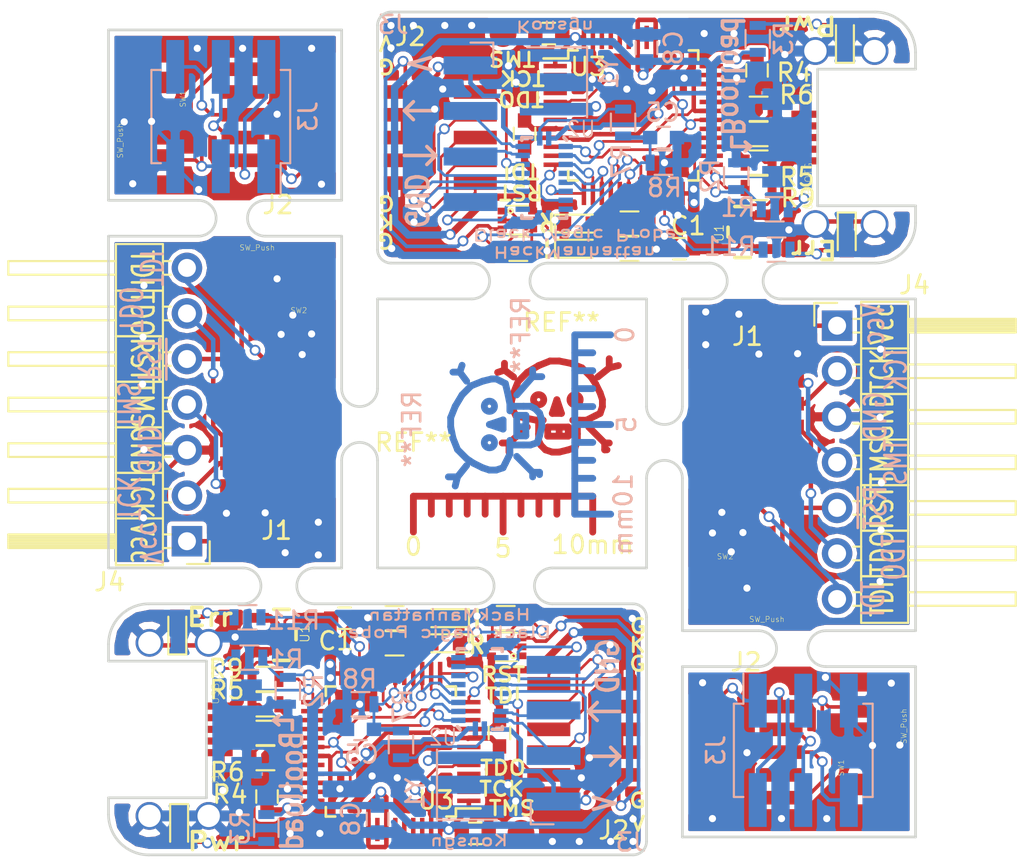
<source format=kicad_pcb>
(kicad_pcb (version 4) (host pcbnew 4.0.6)
  (layers (0 F.Cu signal) (31 B.Cu signal) (34 B.Paste user) (35 F.Paste user) (36 B.SilkS user) (37 F.SilkS user) (38 B.Mask user) (39 F.Mask user) (44 Edge.Cuts user))
  (net 0 "")
  (net 1 +3V3)
  (net 2 GNDREF)
  (net 3 "Net-(D1-Pad2)")
  (net 4 "Net-(D2-Pad2)")
  (net 5 "Net-(D3-Pad2)")
  (net 6 "Net-(D4-Pad2)")
  (net 7 /USBD+)
  (net 8 /USBD-)
  (net 9 +5V)
  (net 10 /T_Pwr)
  (net 11 "Net-(J2-Pad7)")
  (net 12 /TXD)
  (net 13 /RXD)
  (net 14 "Net-(Q1-Pad1)")
  (net 15 /Pwr_SW)
  (net 16 /D+)
  (net 17 /USB_Enumerate)
  (net 18 /D-)
  (net 19 /Button)
  (net 20 /TX&SWCLK)
  (net 21 /RX&SWDIO)
  (net 22 /TMS)
  (net 23 /TCK)
  (net 24 /TDO)
  (net 25 /TDI)
  (net 26 /RST)
  (net 27 "Net-(U2-Pad9)")
  (net 28 "Net-(U2-Pad12)")
  (net 29 "Net-(U3-Pad2)")
  (net 30 "Net-(U3-Pad3)")
  (net 31 "Net-(U3-Pad4)")
  (net 32 "Net-(U3-Pad7)")
  (net 33 "Net-(U3-Pad10)")
  (net 34 "Net-(U3-Pad11)")
  (net 35 "Net-(U3-Pad17)")
  (net 36 /LED0)
  (net 37 /LED1)
  (net 38 /LED2)
  (net 39 "Net-(U3-Pad27)")
  (net 40 "Net-(U3-Pad28)")
  (net 41 "Net-(U3-Pad38)")
  (net 42 "Net-(U3-Pad39)")
  (net 43 "Net-(U3-Pad41)")
  (net 44 "Net-(U3-Pad43)")
  (net 45 "Net-(U3-Pad45)")
  (net 46 "Net-(U3-Pad46)")
  (net 47 /ucTMS)
  (net 48 /ucTCK)
  (net 49 /ucTDO)
  (net 50 /ucTDI)
  (net 51 /ucRST)
  (net 52 /Butn0)
  (net 53 /Xtal_IN)
  (net 54 /Xtal_OUT)
  (net 55 /An_Tpwr)
  (net 56 /An_Vbus)
  (net 57 /VCC)
  (net 58 /GND)
  (net 59 "Net-(J1-Pad7)")
  (net 60 /~RST)
  (net 61 "Net-(J2-Pad1)")
  (net 62 "Net-(J2-Pad2)")
  (net 63 "Net-(J2-Pad4)")
  (net 64 "Net-(J2-Pad6)")
  (net 65 "Net-(J2-Pad8)")
  (net 66 "Net-(J2-Pad10)")
  (module Pin_Headers:Pin_Header_Straight_2x03_Pitch2.54mm_SMD (layer B.Cu) (at 138.74 140.17 270)
    (fp_text reference J3 (at 0 4.87 270) (layer B.SilkS) (effects (justify mirror)))
    (fp_text value CONN_02X03)
    (pad 1 smd rect (at -2.77 2.54 270) (size 3 1) (layers B.Cu B.Paste B.Mask) (net 61 "Net-(J2-Pad1)"))
    (pad 2 smd rect (at 2.77 2.54 270) (size 3 1) (layers B.Cu B.Paste B.Mask) (net 62 "Net-(J2-Pad2)"))
    (pad 3 smd rect (at -2.77 0 270) (size 3 1) (layers B.Cu B.Paste B.Mask) (net 66 "Net-(J2-Pad10)"))
    (pad 4 smd rect (at 2.77 0 270) (size 3 1) (layers B.Cu B.Paste B.Mask) (net 63 "Net-(J2-Pad4)"))
    (pad 5 smd rect (at -2.77 -2.54 270) (size 3 1) (layers B.Cu B.Paste B.Mask) (net 58 /GND))
    (pad 6 smd rect (at 2.77 -2.54 270) (size 3 1) (layers B.Cu B.Paste B.Mask) (net 64 "Net-(J2-Pad6)"))
  )
  (module Measurement_Scales:Gauge_10mm_Type1_CopperTop (layer B.Cu) (at 126 117 270)
    (fp_text reference REF** (at 0 2.99974 270) (layer B.SilkS) (effects (justify mirror)))
    (fp_text value Gauge_10mm_Type1_CopperTop)
    (fp_text user 5 (at 4.99872 -2.90068 270) (layer B.SilkS) (effects (justify mirror)))
    (fp_text user 0 (at 0 -2.79908 270) (layer B.SilkS) (effects (justify mirror)))
    (fp_text user 10mm (at 9.99998 -2.70002 270) (layer B.SilkS) (effects (justify mirror)))
    (fp_line (start 8.99922 0) (end 8.99922 -1.00076) (layer B.Cu) (width 0.381))
    (fp_line (start 8.001 0) (end 8.001 -1.00076) (layer B.Cu) (width 0.381))
    (fp_line (start 7.00024 0) (end 7.00024 -1.00076) (layer B.Cu) (width 0.381))
    (fp_line (start 5.99948 0) (end 5.99948 -1.00076) (layer B.Cu) (width 0.381))
    (fp_line (start 4.0005 0) (end 4.0005 -1.00076) (layer B.Cu) (width 0.381))
    (fp_line (start 2.99974 0) (end 2.99974 -1.00076) (layer B.Cu) (width 0.381))
    (fp_line (start 1.99898 0) (end 1.99898 -1.00076) (layer B.Cu) (width 0.381))
    (fp_line (start 1.00076 0) (end 1.00076 -1.00076) (layer B.Cu) (width 0.381))
    (fp_line (start 5.00126 0) (end 5.00126 -1.99898) (layer B.Cu) (width 0.381))
    (fp_line (start 0 0) (end 0 -1.99898) (layer B.Cu) (width 0.381))
    (fp_line (start 0 0) (end 9.99998 0) (layer B.Cu) (width 0.381))
    (fp_line (start 9.99998 0) (end 9.99998 -1.99898) (layer B.Cu) (width 0.381))
  )
  (module Symbols:Symbol_Danger_CopperTop_Small (layer B.Cu) (at 121.619 122 270)
    (fp_text reference REF** (at 0.254 4.699 270) (layer B.SilkS) (effects (justify mirror)))
    (fp_text value Symbol_Danger_CopperTop_Small)
    (fp_line (start 2.667 -2.032) (end 2.667 -2.413) (layer B.Cu) (width 0.381))
    (fp_line (start 2.667 -2.413) (end 2.794 -2.413) (layer B.Cu) (width 0.381))
    (fp_line (start 1.778 -1.143) (end 2.667 -2.032) (layer B.Cu) (width 0.381))
    (fp_line (start 2.667 -2.032) (end 2.921 -2.032) (layer B.Cu) (width 0.381))
    (fp_line (start -2.921 2.032) (end -3.302 1.905) (layer B.Cu) (width 0.381))
    (fp_line (start -2.921 2.032) (end -2.921 2.413) (layer B.Cu) (width 0.381))
    (fp_line (start -2.413 1.651) (end -2.921 2.032) (layer B.Cu) (width 0.381))
    (fp_line (start -2.667 -2.032) (end -2.667 -2.54) (layer B.Cu) (width 0.381))
    (fp_line (start -2.667 -2.032) (end -3.048 -2.032) (layer B.Cu) (width 0.381))
    (fp_line (start -1.651 -1.143) (end -2.667 -2.032) (layer B.Cu) (width 0.381))
    (fp_line (start 2.921 2.159) (end 3.429 2.286) (layer B.Cu) (width 0.381))
    (fp_line (start 2.921 2.159) (end 2.921 2.667) (layer B.Cu) (width 0.381))
    (fp_line (start 2.286 1.651) (end 2.921 2.159) (layer B.Cu) (width 0.381))
    (fp_line (start 0.127 -1.27) (end 0.127 -1.524) (layer B.Cu) (width 0.381))
    (fp_line (start -0.508 -1.143) (end 0.635 -1.143) (layer B.Cu) (width 0.381))
    (fp_line (start 0.635 -1.143) (end 0.635 -1.651) (layer B.Cu) (width 0.381))
    (fp_line (start 0.635 -1.651) (end -0.508 -1.651) (layer B.Cu) (width 0.381))
    (fp_line (start -0.508 -1.651) (end -0.508 -1.143) (layer B.Cu) (width 0.381))
    (fp_circle (center -1.016 0.381) (end -1.27 0.254) (layer B.Cu) (width 0.381))
    (fp_circle (center 1.016 0.381) (end 1.27 0.254) (layer B.Cu) (width 0.381))
    (fp_line (start 0 0.381) (end 0.254 -0.381) (layer B.Cu) (width 0.381))
    (fp_line (start 0.254 -0.381) (end -0.254 -0.381) (layer B.Cu) (width 0.381))
    (fp_line (start -0.254 -0.381) (end 0 0.381) (layer B.Cu) (width 0.381))
    (fp_line (start -1.016 -1.905) (end -0.889 -2.159) (layer B.Cu) (width 0.381))
    (fp_line (start -0.889 -2.159) (end -0.635 -2.413) (layer B.Cu) (width 0.381))
    (fp_line (start -0.635 -2.413) (end -0.254 -2.54) (layer B.Cu) (width 0.381))
    (fp_line (start 1.143 -0.762) (end 1.143 -1.524) (layer B.Cu) (width 0.381))
    (fp_line (start 1.143 -1.524) (end 1.143 -1.905) (layer B.Cu) (width 0.381))
    (fp_line (start 1.143 -1.905) (end 1.016 -2.286) (layer B.Cu) (width 0.381))
    (fp_line (start 1.016 -2.286) (end 0.635 -2.413) (layer B.Cu) (width 0.381))
    (fp_line (start 0.635 -2.413) (end 0.127 -2.54) (layer B.Cu) (width 0.381))
    (fp_line (start 0.127 -2.54) (end -0.254 -2.54) (layer B.Cu) (width 0.381))
    (fp_line (start -1.016 -1.905) (end -1.016 -1.524) (layer B.Cu) (width 0.381))
    (fp_line (start -1.016 -1.524) (end -1.016 -0.762) (layer B.Cu) (width 0.381))
    (fp_line (start -2.54 0) (end -2.413 -0.254) (layer B.Cu) (width 0.381))
    (fp_line (start -2.413 -0.254) (end -2.286 -0.508) (layer B.Cu) (width 0.381))
    (fp_line (start -2.286 -0.508) (end -1.778 -0.635) (layer B.Cu) (width 0.381))
    (fp_line (start -1.778 -0.635) (end -1.143 -0.762) (layer B.Cu) (width 0.381))
    (fp_line (start -1.143 -0.762) (end -0.762 -0.762) (layer B.Cu) (width 0.381))
    (fp_line (start -2.54 0) (end -2.54 0.254) (layer B.Cu) (width 0.381))
    (fp_line (start -2.54 0.254) (end -2.413 0.762) (layer B.Cu) (width 0.381))
    (fp_line (start -2.413 0.762) (end -2.159 1.397) (layer B.Cu) (width 0.381))
    (fp_line (start -2.159 1.397) (end -1.651 1.905) (layer B.Cu) (width 0.381))
    (fp_line (start -1.651 1.905) (end -1.016 2.286) (layer B.Cu) (width 0.381))
    (fp_line (start -1.016 2.286) (end -0.381 2.54) (layer B.Cu) (width 0.381))
    (fp_line (start -0.381 2.54) (end 0.127 2.54) (layer B.Cu) (width 0.381))
    (fp_line (start 0.127 2.54) (end 0.762 2.413) (layer B.Cu) (width 0.381))
    (fp_line (start 0.762 2.413) (end 1.397 2.159) (layer B.Cu) (width 0.381))
    (fp_line (start 1.397 2.159) (end 1.905 1.651) (layer B.Cu) (width 0.381))
    (fp_line (start 1.905 1.651) (end 2.159 1.27) (layer B.Cu) (width 0.381))
    (fp_line (start 2.159 1.27) (end 2.413 0.762) (layer B.Cu) (width 0.381))
    (fp_line (start 2.413 0.762) (end 2.54 0.381) (layer B.Cu) (width 0.381))
    (fp_line (start 2.54 0.381) (end 2.54 0) (layer B.Cu) (width 0.381))
    (fp_line (start 2.54 0) (end 2.413 -0.381) (layer B.Cu) (width 0.381))
    (fp_line (start 2.413 -0.381) (end 2.159 -0.508) (layer B.Cu) (width 0.381))
    (fp_line (start 2.159 -0.508) (end 1.651 -0.762) (layer B.Cu) (width 0.381))
    (fp_line (start 1.651 -0.762) (end 1.27 -0.762) (layer B.Cu) (width 0.381))
    (fp_line (start 1.27 -0.762) (end 0.889 -0.762) (layer B.Cu) (width 0.381))
  )
  (module Homebrew:CNX_2X05X1.27_Vertical_SMD (layer F.Cu) (at 135.6262 122.111 270)
    (fp_text reference J1 (at -5.02 0 360) (layer F.SilkS))
    (fp_text value Jtag_ARM_10pin)
    (pad 1 smd rect (at -2.54 1.95 270) (size 0.76 2.4) (layers F.Cu F.Paste F.Mask) (net 57 /VCC))
    (pad 2 smd rect (at -2.54 -1.95 270) (size 0.76 2.4) (layers F.Cu F.Paste F.Mask) (net 22 /TMS))
    (pad 3 smd rect (at -1.27 1.95 270) (size 0.76 2.4) (layers F.Cu F.Paste F.Mask) (net 58 /GND))
    (pad 4 smd rect (at -1.27 -1.95 270) (size 0.76 2.4) (layers F.Cu F.Paste F.Mask) (net 23 /TCK))
    (pad 5 smd rect (at 0 1.95 270) (size 0.76 2.4) (layers F.Cu F.Paste F.Mask) (net 58 /GND))
    (pad 6 smd rect (at 0 -1.95 270) (size 0.76 2.4) (layers F.Cu F.Paste F.Mask) (net 24 /TDO))
    (pad 7 smd rect (at 1.27 1.95 270) (size 0.76 2.4) (layers F.Cu F.Paste F.Mask) (net 59 "Net-(J1-Pad7)"))
    (pad 8 smd rect (at 1.27 -1.95 270) (size 0.76 2.4) (layers F.Cu F.Paste F.Mask) (net 25 /TDI))
    (pad 9 smd rect (at 2.54 1.95 270) (size 0.76 2.4) (layers F.Cu F.Paste F.Mask) (net 58 /GND))
    (pad 10 smd rect (at 2.54 -1.95 270) (size 0.76 2.4) (layers F.Cu F.Paste F.Mask) (net 60 /~RST))
  )
  (module Homebrew:Homebrew-SMT_SPSD_5X3MM (layer F.Cu) (at 142.6 139.91154 90)
    (fp_text reference SW1 (at -1.23698 -1.75006 90) (layer F.SilkS) (effects (font (size 0.3048 0.3048) (thickness 0.0254))))
    (fp_text value SW_Push (at 1.08458 1.75006 270) (layer F.SilkS) (effects (font (size 0.3048 0.3048) (thickness 0.0254))))
    (pad 1 smd rect (at -2.16154 0 180) (size 1.69926 1.19888) (layers F.Cu F.Paste F.Mask) (net 58 /GND))
    (pad 2 smd rect (at 2.16154 0 180) (size 1.69926 1.19888) (layers F.Cu F.Paste F.Mask) (net 66 "Net-(J2-Pad10)"))
  )
  (module Homebrew:CNX_2X05X1.27_Vertical_SMD (layer F.Cu) (at 135.55 140.27 270)
    (fp_text reference J2 (at -5.02 0 360) (layer F.SilkS))
    (fp_text value Jtag_ARM_10pin)
    (pad 1 smd rect (at -2.54 1.95 270) (size 0.76 2.4) (layers F.Cu F.Paste F.Mask) (net 61 "Net-(J2-Pad1)"))
    (pad 2 smd rect (at -2.54 -1.95 270) (size 0.76 2.4) (layers F.Cu F.Paste F.Mask) (net 62 "Net-(J2-Pad2)"))
    (pad 3 smd rect (at -1.27 1.95 270) (size 0.76 2.4) (layers F.Cu F.Paste F.Mask) (net 58 /GND))
    (pad 4 smd rect (at -1.27 -1.95 270) (size 0.76 2.4) (layers F.Cu F.Paste F.Mask) (net 63 "Net-(J2-Pad4)"))
    (pad 5 smd rect (at 0 1.95 270) (size 0.76 2.4) (layers F.Cu F.Paste F.Mask) (net 58 /GND))
    (pad 6 smd rect (at 0 -1.95 270) (size 0.76 2.4) (layers F.Cu F.Paste F.Mask) (net 64 "Net-(J2-Pad6)"))
    (pad 7 smd rect (at 1.27 1.95 270) (size 0.76 2.4) (layers F.Cu F.Paste F.Mask) (net 11 "Net-(J2-Pad7)"))
    (pad 8 smd rect (at 1.27 -1.95 270) (size 0.76 2.4) (layers F.Cu F.Paste F.Mask) (net 65 "Net-(J2-Pad8)"))
    (pad 9 smd rect (at 2.54 1.95 270) (size 0.76 2.4) (layers F.Cu F.Paste F.Mask) (net 58 /GND))
    (pad 10 smd rect (at 2.54 -1.95 270) (size 0.76 2.4) (layers F.Cu F.Paste F.Mask) (net 66 "Net-(J2-Pad10)"))
  )
  (module Homebrew:Homebrew-SMT_SPSD_5X3MM (layer F.Cu) (at 135.6262 131.111)
    (fp_text reference SW2 (at -1.23698 -1.75006) (layer F.SilkS) (effects (font (size 0.3048 0.3048) (thickness 0.0254))))
    (fp_text value SW_Push (at 1.08458 1.75006 180) (layer F.SilkS) (effects (font (size 0.3048 0.3048) (thickness 0.0254))))
    (pad 1 smd rect (at -2.16154 0 90) (size 1.69926 1.19888) (layers F.Cu F.Paste F.Mask) (net 58 /GND))
    (pad 2 smd rect (at 2.16154 0 90) (size 1.69926 1.19888) (layers F.Cu F.Paste F.Mask) (net 60 /~RST))
  )
  (module Pin_Headers:Pin_Header_Angled_1x07_Pitch2.54mm (layer F.Cu) (at 140.6262 116.491)
    (fp_text reference J4 (at 4.315 -2.27) (layer F.SilkS))
    (fp_text value CONN_01X07)
    (pad 1 thru_hole rect (at 0 0) (size 1.7 1.7) (drill 1) (layers *.Cu *.Mask) (net 57 /VCC))
    (pad 2 thru_hole oval (at 0 2.54) (size 1.7 1.7) (drill 1) (layers *.Cu *.Mask) (net 23 /TCK))
    (pad 3 thru_hole oval (at 0 5.08) (size 1.7 1.7) (drill 1) (layers *.Cu *.Mask) (net 58 /GND))
    (pad 4 thru_hole oval (at 0 7.62) (size 1.7 1.7) (drill 1) (layers *.Cu *.Mask) (net 22 /TMS))
    (pad 5 thru_hole oval (at 0 10.16) (size 1.7 1.7) (drill 1) (layers *.Cu *.Mask) (net 60 /~RST))
    (pad 6 thru_hole oval (at 0 12.7) (size 1.7 1.7) (drill 1) (layers *.Cu *.Mask) (net 24 /TDO))
    (pad 7 thru_hole oval (at 0 15.24) (size 1.7 1.7) (drill 1) (layers *.Cu *.Mask) (net 25 /TDI))
  )
  (module Homebrew:CNX_2X05X1.27_Vertical_SMD (layer F.Cu) (at 109.45 104.73 90)
    (fp_text reference J2 (at -5.02 0 180) (layer F.SilkS))
    (fp_text value Jtag_ARM_10pin)
    (pad 1 smd rect (at -2.54 1.95 90) (size 0.76 2.4) (layers F.Cu F.Paste F.Mask) (net 61 "Net-(J2-Pad1)"))
    (pad 2 smd rect (at -2.54 -1.95 90) (size 0.76 2.4) (layers F.Cu F.Paste F.Mask) (net 62 "Net-(J2-Pad2)"))
    (pad 3 smd rect (at -1.27 1.95 90) (size 0.76 2.4) (layers F.Cu F.Paste F.Mask) (net 58 /GND))
    (pad 4 smd rect (at -1.27 -1.95 90) (size 0.76 2.4) (layers F.Cu F.Paste F.Mask) (net 63 "Net-(J2-Pad4)"))
    (pad 5 smd rect (at 0 1.95 90) (size 0.76 2.4) (layers F.Cu F.Paste F.Mask) (net 58 /GND))
    (pad 6 smd rect (at 0 -1.95 90) (size 0.76 2.4) (layers F.Cu F.Paste F.Mask) (net 64 "Net-(J2-Pad6)"))
    (pad 7 smd rect (at 1.27 1.95 90) (size 0.76 2.4) (layers F.Cu F.Paste F.Mask) (net 11 "Net-(J2-Pad7)"))
    (pad 8 smd rect (at 1.27 -1.95 90) (size 0.76 2.4) (layers F.Cu F.Paste F.Mask) (net 65 "Net-(J2-Pad8)"))
    (pad 9 smd rect (at 2.54 1.95 90) (size 0.76 2.4) (layers F.Cu F.Paste F.Mask) (net 58 /GND))
    (pad 10 smd rect (at 2.54 -1.95 90) (size 0.76 2.4) (layers F.Cu F.Paste F.Mask) (net 66 "Net-(J2-Pad10)"))
  )
  (module Pin_Headers:Pin_Header_Straight_2x03_Pitch2.54mm_SMD (layer B.Cu) (at 106.26 104.83 90)
    (fp_text reference J3 (at 0 4.87 90) (layer B.SilkS) (effects (justify mirror)))
    (fp_text value CONN_02X03)
    (pad 1 smd rect (at -2.77 2.54 90) (size 3 1) (layers B.Cu B.Paste B.Mask) (net 61 "Net-(J2-Pad1)"))
    (pad 2 smd rect (at 2.77 2.54 90) (size 3 1) (layers B.Cu B.Paste B.Mask) (net 62 "Net-(J2-Pad2)"))
    (pad 3 smd rect (at -2.77 0 90) (size 3 1) (layers B.Cu B.Paste B.Mask) (net 66 "Net-(J2-Pad10)"))
    (pad 4 smd rect (at 2.77 0 90) (size 3 1) (layers B.Cu B.Paste B.Mask) (net 63 "Net-(J2-Pad4)"))
    (pad 5 smd rect (at -2.77 -2.54 90) (size 3 1) (layers B.Cu B.Paste B.Mask) (net 58 /GND))
    (pad 6 smd rect (at 2.77 -2.54 90) (size 3 1) (layers B.Cu B.Paste B.Mask) (net 64 "Net-(J2-Pad6)"))
  )
  (module Homebrew:Homebrew-SMT_SPSD_5X3MM (layer F.Cu) (at 102.4 105.08846 270)
    (fp_text reference SW1 (at -1.23698 -1.75006 270) (layer F.SilkS) (effects (font (size 0.3048 0.3048) (thickness 0.0254))))
    (fp_text value SW_Push (at 1.08458 1.75006 450) (layer F.SilkS) (effects (font (size 0.3048 0.3048) (thickness 0.0254))))
    (pad 1 smd rect (at -2.16154 0) (size 1.69926 1.19888) (layers F.Cu F.Paste F.Mask) (net 58 /GND))
    (pad 2 smd rect (at 2.16154 0) (size 1.69926 1.19888) (layers F.Cu F.Paste F.Mask) (net 66 "Net-(J2-Pad10)"))
  )
  (module Homebrew:Homebrew-SMT_SPSD_5X3MM (layer F.Cu) (at 109.3738 113.889 180)
    (fp_text reference SW2 (at -1.23698 -1.75006 180) (layer F.SilkS) (effects (font (size 0.3048 0.3048) (thickness 0.0254))))
    (fp_text value SW_Push (at 1.08458 1.75006 360) (layer F.SilkS) (effects (font (size 0.3048 0.3048) (thickness 0.0254))))
    (pad 1 smd rect (at -2.16154 0 270) (size 1.69926 1.19888) (layers F.Cu F.Paste F.Mask) (net 58 /GND))
    (pad 2 smd rect (at 2.16154 0 270) (size 1.69926 1.19888) (layers F.Cu F.Paste F.Mask) (net 60 /~RST))
  )
  (module Pin_Headers:Pin_Header_Angled_1x07_Pitch2.54mm (layer F.Cu) (at 104.3738 128.509 180)
    (fp_text reference J4 (at 4.315 -2.27 180) (layer F.SilkS))
    (fp_text value CONN_01X07)
    (pad 1 thru_hole rect (at 0 0 180) (size 1.7 1.7) (drill 1) (layers *.Cu *.Mask) (net 57 /VCC))
    (pad 2 thru_hole oval (at 0 2.54 180) (size 1.7 1.7) (drill 1) (layers *.Cu *.Mask) (net 23 /TCK))
    (pad 3 thru_hole oval (at 0 5.08 180) (size 1.7 1.7) (drill 1) (layers *.Cu *.Mask) (net 58 /GND))
    (pad 4 thru_hole oval (at 0 7.62 180) (size 1.7 1.7) (drill 1) (layers *.Cu *.Mask) (net 22 /TMS))
    (pad 5 thru_hole oval (at 0 10.16 180) (size 1.7 1.7) (drill 1) (layers *.Cu *.Mask) (net 60 /~RST))
    (pad 6 thru_hole oval (at 0 12.7 180) (size 1.7 1.7) (drill 1) (layers *.Cu *.Mask) (net 24 /TDO))
    (pad 7 thru_hole oval (at 0 15.24 180) (size 1.7 1.7) (drill 1) (layers *.Cu *.Mask) (net 25 /TDI))
  )
  (module Homebrew:CNX_2X05X1.27_Vertical_SMD (layer F.Cu) (at 109.3738 122.889 90)
    (fp_text reference J1 (at -5.02 0 180) (layer F.SilkS))
    (fp_text value Jtag_ARM_10pin)
    (pad 1 smd rect (at -2.54 1.95 90) (size 0.76 2.4) (layers F.Cu F.Paste F.Mask) (net 57 /VCC))
    (pad 2 smd rect (at -2.54 -1.95 90) (size 0.76 2.4) (layers F.Cu F.Paste F.Mask) (net 22 /TMS))
    (pad 3 smd rect (at -1.27 1.95 90) (size 0.76 2.4) (layers F.Cu F.Paste F.Mask) (net 58 /GND))
    (pad 4 smd rect (at -1.27 -1.95 90) (size 0.76 2.4) (layers F.Cu F.Paste F.Mask) (net 23 /TCK))
    (pad 5 smd rect (at 0 1.95 90) (size 0.76 2.4) (layers F.Cu F.Paste F.Mask) (net 58 /GND))
    (pad 6 smd rect (at 0 -1.95 90) (size 0.76 2.4) (layers F.Cu F.Paste F.Mask) (net 24 /TDO))
    (pad 7 smd rect (at 1.27 1.95 90) (size 0.76 2.4) (layers F.Cu F.Paste F.Mask) (net 59 "Net-(J1-Pad7)"))
    (pad 8 smd rect (at 1.27 -1.95 90) (size 0.76 2.4) (layers F.Cu F.Paste F.Mask) (net 25 /TDI))
    (pad 9 smd rect (at 2.54 1.95 90) (size 0.76 2.4) (layers F.Cu F.Paste F.Mask) (net 58 /GND))
    (pad 10 smd rect (at 2.54 -1.95 90) (size 0.76 2.4) (layers F.Cu F.Paste F.Mask) (net 60 /~RST))
  )
  (module Symbols:Symbol_Danger_CopperTop_Small (layer F.Cu) (at 125 121)
    (fp_text reference REF** (at 0.254 -4.699) (layer F.SilkS))
    (fp_text value Symbol_Danger_CopperTop_Small)
    (fp_line (start 2.667 2.032) (end 2.667 2.413) (layer F.Cu) (width 0.381))
    (fp_line (start 2.667 2.413) (end 2.794 2.413) (layer F.Cu) (width 0.381))
    (fp_line (start 1.778 1.143) (end 2.667 2.032) (layer F.Cu) (width 0.381))
    (fp_line (start 2.667 2.032) (end 2.921 2.032) (layer F.Cu) (width 0.381))
    (fp_line (start -2.921 -2.032) (end -3.302 -1.905) (layer F.Cu) (width 0.381))
    (fp_line (start -2.921 -2.032) (end -2.921 -2.413) (layer F.Cu) (width 0.381))
    (fp_line (start -2.413 -1.651) (end -2.921 -2.032) (layer F.Cu) (width 0.381))
    (fp_line (start -2.667 2.032) (end -2.667 2.54) (layer F.Cu) (width 0.381))
    (fp_line (start -2.667 2.032) (end -3.048 2.032) (layer F.Cu) (width 0.381))
    (fp_line (start -1.651 1.143) (end -2.667 2.032) (layer F.Cu) (width 0.381))
    (fp_line (start 2.921 -2.159) (end 3.429 -2.286) (layer F.Cu) (width 0.381))
    (fp_line (start 2.921 -2.159) (end 2.921 -2.667) (layer F.Cu) (width 0.381))
    (fp_line (start 2.286 -1.651) (end 2.921 -2.159) (layer F.Cu) (width 0.381))
    (fp_line (start 0.127 1.27) (end 0.127 1.524) (layer F.Cu) (width 0.381))
    (fp_line (start -0.508 1.143) (end 0.635 1.143) (layer F.Cu) (width 0.381))
    (fp_line (start 0.635 1.143) (end 0.635 1.651) (layer F.Cu) (width 0.381))
    (fp_line (start 0.635 1.651) (end -0.508 1.651) (layer F.Cu) (width 0.381))
    (fp_line (start -0.508 1.651) (end -0.508 1.143) (layer F.Cu) (width 0.381))
    (fp_circle (center -1.016 -0.381) (end -1.27 -0.254) (layer F.Cu) (width 0.381))
    (fp_circle (center 1.016 -0.381) (end 1.27 -0.254) (layer F.Cu) (width 0.381))
    (fp_line (start 0 -0.381) (end 0.254 0.381) (layer F.Cu) (width 0.381))
    (fp_line (start 0.254 0.381) (end -0.254 0.381) (layer F.Cu) (width 0.381))
    (fp_line (start -0.254 0.381) (end 0 -0.381) (layer F.Cu) (width 0.381))
    (fp_line (start -1.016 1.905) (end -0.889 2.159) (layer F.Cu) (width 0.381))
    (fp_line (start -0.889 2.159) (end -0.635 2.413) (layer F.Cu) (width 0.381))
    (fp_line (start -0.635 2.413) (end -0.254 2.54) (layer F.Cu) (width 0.381))
    (fp_line (start 1.143 0.762) (end 1.143 1.524) (layer F.Cu) (width 0.381))
    (fp_line (start 1.143 1.524) (end 1.143 1.905) (layer F.Cu) (width 0.381))
    (fp_line (start 1.143 1.905) (end 1.016 2.286) (layer F.Cu) (width 0.381))
    (fp_line (start 1.016 2.286) (end 0.635 2.413) (layer F.Cu) (width 0.381))
    (fp_line (start 0.635 2.413) (end 0.127 2.54) (layer F.Cu) (width 0.381))
    (fp_line (start 0.127 2.54) (end -0.254 2.54) (layer F.Cu) (width 0.381))
    (fp_line (start -1.016 1.905) (end -1.016 1.524) (layer F.Cu) (width 0.381))
    (fp_line (start -1.016 1.524) (end -1.016 0.762) (layer F.Cu) (width 0.381))
    (fp_line (start -2.54 0) (end -2.413 0.254) (layer F.Cu) (width 0.381))
    (fp_line (start -2.413 0.254) (end -2.286 0.508) (layer F.Cu) (width 0.381))
    (fp_line (start -2.286 0.508) (end -1.778 0.635) (layer F.Cu) (width 0.381))
    (fp_line (start -1.778 0.635) (end -1.143 0.762) (layer F.Cu) (width 0.381))
    (fp_line (start -1.143 0.762) (end -0.762 0.762) (layer F.Cu) (width 0.381))
    (fp_line (start -2.54 0) (end -2.54 -0.254) (layer F.Cu) (width 0.381))
    (fp_line (start -2.54 -0.254) (end -2.413 -0.762) (layer F.Cu) (width 0.381))
    (fp_line (start -2.413 -0.762) (end -2.159 -1.397) (layer F.Cu) (width 0.381))
    (fp_line (start -2.159 -1.397) (end -1.651 -1.905) (layer F.Cu) (width 0.381))
    (fp_line (start -1.651 -1.905) (end -1.016 -2.286) (layer F.Cu) (width 0.381))
    (fp_line (start -1.016 -2.286) (end -0.381 -2.54) (layer F.Cu) (width 0.381))
    (fp_line (start -0.381 -2.54) (end 0.127 -2.54) (layer F.Cu) (width 0.381))
    (fp_line (start 0.127 -2.54) (end 0.762 -2.413) (layer F.Cu) (width 0.381))
    (fp_line (start 0.762 -2.413) (end 1.397 -2.159) (layer F.Cu) (width 0.381))
    (fp_line (start 1.397 -2.159) (end 1.905 -1.651) (layer F.Cu) (width 0.381))
    (fp_line (start 1.905 -1.651) (end 2.159 -1.27) (layer F.Cu) (width 0.381))
    (fp_line (start 2.159 -1.27) (end 2.413 -0.762) (layer F.Cu) (width 0.381))
    (fp_line (start 2.413 -0.762) (end 2.54 -0.381) (layer F.Cu) (width 0.381))
    (fp_line (start 2.54 -0.381) (end 2.54 0) (layer F.Cu) (width 0.381))
    (fp_line (start 2.54 0) (end 2.413 0.381) (layer F.Cu) (width 0.381))
    (fp_line (start 2.413 0.381) (end 2.159 0.508) (layer F.Cu) (width 0.381))
    (fp_line (start 2.159 0.508) (end 1.651 0.762) (layer F.Cu) (width 0.381))
    (fp_line (start 1.651 0.762) (end 1.27 0.762) (layer F.Cu) (width 0.381))
    (fp_line (start 1.27 0.762) (end 0.889 0.762) (layer F.Cu) (width 0.381))
  )
  (module Measurement_Scales:Gauge_10mm_Type1_CopperTop (layer F.Cu) (at 117 126)
    (fp_text reference REF** (at 0 -2.99974) (layer F.SilkS))
    (fp_text value Gauge_10mm_Type1_CopperTop)
    (fp_text user 5 (at 4.99872 2.90068) (layer F.SilkS))
    (fp_text user 0 (at 0 2.79908) (layer F.SilkS))
    (fp_text user 10mm (at 9.99998 2.70002) (layer F.SilkS))
    (fp_line (start 8.99922 0) (end 8.99922 1.00076) (layer F.Cu) (width 0.381))
    (fp_line (start 8.001 0) (end 8.001 1.00076) (layer F.Cu) (width 0.381))
    (fp_line (start 7.00024 0) (end 7.00024 1.00076) (layer F.Cu) (width 0.381))
    (fp_line (start 5.99948 0) (end 5.99948 1.00076) (layer F.Cu) (width 0.381))
    (fp_line (start 4.0005 0) (end 4.0005 1.00076) (layer F.Cu) (width 0.381))
    (fp_line (start 2.99974 0) (end 2.99974 1.00076) (layer F.Cu) (width 0.381))
    (fp_line (start 1.99898 0) (end 1.99898 1.00076) (layer F.Cu) (width 0.381))
    (fp_line (start 1.00076 0) (end 1.00076 1.00076) (layer F.Cu) (width 0.381))
    (fp_line (start 5.00126 0) (end 5.00126 1.99898) (layer F.Cu) (width 0.381))
    (fp_line (start 0 0) (end 0 1.99898) (layer F.Cu) (width 0.381))
    (fp_line (start 0 0) (end 9.99998 0) (layer F.Cu) (width 0.381))
    (fp_line (start 9.99998 0) (end 9.99998 1.99898) (layer F.Cu) (width 0.381))
  )
  (module Housings_QFP:LQFP-48_7x7mm_Pitch0.5mm (layer F.Cu) (at 115.7414 140.234 180)
    (fp_text reference U3 (at -2.5086 -2.716 180) (layer F.SilkS))
    (fp_text value STM32F103CBTx)
    (pad 1 smd rect (at -4.35 -2.75 180) (size 1.3 0.25) (layers F.Cu F.Paste F.Mask) (net 1 +3V3))
    (pad 2 smd rect (at -4.35 -2.25 180) (size 1.3 0.25) (layers F.Cu F.Paste F.Mask) (net 29 "Net-(U3-Pad2)"))
    (pad 3 smd rect (at -4.35 -1.75 180) (size 1.3 0.25) (layers F.Cu F.Paste F.Mask) (net 30 "Net-(U3-Pad3)"))
    (pad 4 smd rect (at -4.35 -1.25 180) (size 1.3 0.25) (layers F.Cu F.Paste F.Mask) (net 31 "Net-(U3-Pad4)"))
    (pad 5 smd rect (at -4.35 -0.75 180) (size 1.3 0.25) (layers F.Cu F.Paste F.Mask) (net 53 /Xtal_IN))
    (pad 6 smd rect (at -4.35 -0.25 180) (size 1.3 0.25) (layers F.Cu F.Paste F.Mask) (net 54 /Xtal_OUT))
    (pad 7 smd rect (at -4.35 0.25 180) (size 1.3 0.25) (layers F.Cu F.Paste F.Mask) (net 32 "Net-(U3-Pad7)"))
    (pad 8 smd rect (at -4.35 0.75 180) (size 1.3 0.25) (layers F.Cu F.Paste F.Mask) (net 2 GNDREF))
    (pad 9 smd rect (at -4.35 1.25 180) (size 1.3 0.25) (layers F.Cu F.Paste F.Mask) (net 1 +3V3))
    (pad 10 smd rect (at -4.35 1.75 180) (size 1.3 0.25) (layers F.Cu F.Paste F.Mask) (net 33 "Net-(U3-Pad10)"))
    (pad 11 smd rect (at -4.35 2.25 180) (size 1.3 0.25) (layers F.Cu F.Paste F.Mask) (net 34 "Net-(U3-Pad11)"))
    (pad 12 smd rect (at -4.35 2.75 180) (size 1.3 0.25) (layers F.Cu F.Paste F.Mask) (net 51 /ucRST))
    (pad 13 smd rect (at -2.75 4.35 270) (size 1.3 0.25) (layers F.Cu F.Paste F.Mask) (net 50 /ucTDI))
    (pad 14 smd rect (at -2.25 4.35 270) (size 1.3 0.25) (layers F.Cu F.Paste F.Mask) (net 47 /ucTMS))
    (pad 15 smd rect (at -1.75 4.35 270) (size 1.3 0.25) (layers F.Cu F.Paste F.Mask) (net 48 /ucTCK))
    (pad 16 smd rect (at -1.25 4.35 270) (size 1.3 0.25) (layers F.Cu F.Paste F.Mask) (net 49 /ucTDO))
    (pad 17 smd rect (at -0.75 4.35 270) (size 1.3 0.25) (layers F.Cu F.Paste F.Mask) (net 35 "Net-(U3-Pad17)"))
    (pad 18 smd rect (at -0.25 4.35 270) (size 1.3 0.25) (layers F.Cu F.Paste F.Mask) (net 55 /An_Tpwr))
    (pad 19 smd rect (at 0.25 4.35 270) (size 1.3 0.25) (layers F.Cu F.Paste F.Mask) (net 15 /Pwr_SW))
    (pad 20 smd rect (at 0.75 4.35 270) (size 1.3 0.25) (layers F.Cu F.Paste F.Mask) (net 36 /LED0))
    (pad 21 smd rect (at 1.25 4.35 270) (size 1.3 0.25) (layers F.Cu F.Paste F.Mask) (net 37 /LED1))
    (pad 22 smd rect (at 1.75 4.35 270) (size 1.3 0.25) (layers F.Cu F.Paste F.Mask) (net 38 /LED2))
    (pad 23 smd rect (at 2.25 4.35 270) (size 1.3 0.25) (layers F.Cu F.Paste F.Mask) (net 2 GNDREF))
    (pad 24 smd rect (at 2.75 4.35 270) (size 1.3 0.25) (layers F.Cu F.Paste F.Mask) (net 1 +3V3))
    (pad 25 smd rect (at 4.35 2.75 180) (size 1.3 0.25) (layers F.Cu F.Paste F.Mask) (net 19 /Button))
    (pad 26 smd rect (at 4.35 2.25 180) (size 1.3 0.25) (layers F.Cu F.Paste F.Mask) (net 56 /An_Vbus))
    (pad 27 smd rect (at 4.35 1.75 180) (size 1.3 0.25) (layers F.Cu F.Paste F.Mask) (net 39 "Net-(U3-Pad27)"))
    (pad 28 smd rect (at 4.35 1.25 180) (size 1.3 0.25) (layers F.Cu F.Paste F.Mask) (net 40 "Net-(U3-Pad28)"))
    (pad 29 smd rect (at 4.35 0.75 180) (size 1.3 0.25) (layers F.Cu F.Paste F.Mask) (net 17 /USB_Enumerate))
    (pad 30 smd rect (at 4.35 0.25 180) (size 1.3 0.25) (layers F.Cu F.Paste F.Mask) (net 20 /TX&SWCLK))
    (pad 31 smd rect (at 4.35 -0.25 180) (size 1.3 0.25) (layers F.Cu F.Paste F.Mask) (net 21 /RX&SWDIO))
    (pad 32 smd rect (at 4.35 -0.75 180) (size 1.3 0.25) (layers F.Cu F.Paste F.Mask) (net 18 /D-))
    (pad 33 smd rect (at 4.35 -1.25 180) (size 1.3 0.25) (layers F.Cu F.Paste F.Mask) (net 16 /D+))
    (pad 34 smd rect (at 4.35 -1.75 180) (size 1.3 0.25) (layers F.Cu F.Paste F.Mask) (net 21 /RX&SWDIO))
    (pad 35 smd rect (at 4.35 -2.25 180) (size 1.3 0.25) (layers F.Cu F.Paste F.Mask) (net 2 GNDREF))
    (pad 36 smd rect (at 4.35 -2.75 180) (size 1.3 0.25) (layers F.Cu F.Paste F.Mask) (net 1 +3V3))
    (pad 37 smd rect (at 2.75 -4.35 270) (size 1.3 0.25) (layers F.Cu F.Paste F.Mask) (net 20 /TX&SWCLK))
    (pad 38 smd rect (at 2.25 -4.35 270) (size 1.3 0.25) (layers F.Cu F.Paste F.Mask) (net 41 "Net-(U3-Pad38)"))
    (pad 39 smd rect (at 1.75 -4.35 270) (size 1.3 0.25) (layers F.Cu F.Paste F.Mask) (net 42 "Net-(U3-Pad39)"))
    (pad 40 smd rect (at 1.25 -4.35 270) (size 1.3 0.25) (layers F.Cu F.Paste F.Mask) (net 1 +3V3))
    (pad 41 smd rect (at 0.75 -4.35 270) (size 1.3 0.25) (layers F.Cu F.Paste F.Mask) (net 43 "Net-(U3-Pad41)"))
    (pad 42 smd rect (at 0.25 -4.35 270) (size 1.3 0.25) (layers F.Cu F.Paste F.Mask) (net 1 +3V3))
    (pad 43 smd rect (at -0.25 -4.35 270) (size 1.3 0.25) (layers F.Cu F.Paste F.Mask) (net 44 "Net-(U3-Pad43)"))
    (pad 44 smd rect (at -0.75 -4.35 270) (size 1.3 0.25) (layers F.Cu F.Paste F.Mask) (net 52 /Butn0))
    (pad 45 smd rect (at -1.25 -4.35 270) (size 1.3 0.25) (layers F.Cu F.Paste F.Mask) (net 45 "Net-(U3-Pad45)"))
    (pad 46 smd rect (at -1.75 -4.35 270) (size 1.3 0.25) (layers F.Cu F.Paste F.Mask) (net 46 "Net-(U3-Pad46)"))
    (pad 47 smd rect (at -2.25 -4.35 270) (size 1.3 0.25) (layers F.Cu F.Paste F.Mask) (net 2 GNDREF))
    (pad 48 smd rect (at -2.75 -4.35 270) (size 1.3 0.25) (layers F.Cu F.Paste F.Mask) (net 1 +3V3))
  )
  (module Resistors_SMD:R_0603 (layer B.Cu) (at 116.3066 139.8364 270)
    (fp_text reference R7 (at -2.1364 -0.0934 270) (layer B.SilkS) (effects (justify mirror)))
    (fp_text value 4k7)
    (pad 1 smd rect (at -0.75 0 270) (size 0.5 0.9) (layers B.Cu B.Paste B.Mask) (net 55 /An_Tpwr))
    (pad 2 smd rect (at 0.75 0 270) (size 0.5 0.9) (layers B.Cu B.Paste B.Mask) (net 10 /T_Pwr))
  )
  (module Homebrew:CNX_2X05X1.27_Vertical_SMD (layer F.Cu) (at 126.5 139 90)
    (fp_text reference J2 (at -5.625 1.675 180) (layer F.SilkS))
    (fp_text value Jtag_ARM_10pin)
    (pad 1 smd rect (at -2.54 1.95 90) (size 0.76 2.4) (layers F.Cu F.Paste F.Mask) (net 10 /T_Pwr))
    (pad 2 smd rect (at -2.54 -1.95 90) (size 0.76 2.4) (layers F.Cu F.Paste F.Mask) (net 22 /TMS))
    (pad 3 smd rect (at -1.27 1.95 90) (size 0.76 2.4) (layers F.Cu F.Paste F.Mask) (net 2 GNDREF))
    (pad 4 smd rect (at -1.27 -1.95 90) (size 0.76 2.4) (layers F.Cu F.Paste F.Mask) (net 23 /TCK))
    (pad 5 smd rect (at 0 1.95 90) (size 0.76 2.4) (layers F.Cu F.Paste F.Mask) (net 2 GNDREF))
    (pad 6 smd rect (at 0 -1.95 90) (size 0.76 2.4) (layers F.Cu F.Paste F.Mask) (net 24 /TDO))
    (pad 7 smd rect (at 1.27 1.95 90) (size 0.76 2.4) (layers F.Cu F.Paste F.Mask) (net 11 "Net-(J2-Pad7)"))
    (pad 8 smd rect (at 1.27 -1.95 90) (size 0.76 2.4) (layers F.Cu F.Paste F.Mask) (net 25 /TDI))
    (pad 9 smd rect (at 2.54 1.95 90) (size 0.76 2.4) (layers F.Cu F.Paste F.Mask) (net 2 GNDREF))
    (pad 10 smd rect (at 2.54 -1.95 90) (size 0.76 2.4) (layers F.Cu F.Paste F.Mask) (net 26 /RST))
  )
  (module Capacitors_SMD:C_0603 (layer F.Cu) (at 113.164 132.8)
    (fp_text reference C1 (at -0.489 1.275) (layer F.SilkS))
    (fp_text value 4.7uF)
    (pad 1 smd rect (at -0.75 0) (size 0.8 0.75) (layers F.Cu F.Paste F.Mask) (net 1 +3V3))
    (pad 2 smd rect (at 0.75 0) (size 0.8 0.75) (layers F.Cu F.Paste F.Mask) (net 2 GNDREF))
  )
  (module Resistors_SMD:R_0603 (layer F.Cu) (at 108.75 137.6)
    (fp_text reference R5 (at -2.15 -0.8) (layer F.SilkS))
    (fp_text value 1k5)
    (pad 1 smd rect (at -0.75 0) (size 0.5 0.9) (layers F.Cu F.Paste F.Mask) (net 7 /USBD+))
    (pad 2 smd rect (at 0.75 0) (size 0.5 0.9) (layers F.Cu F.Paste F.Mask) (net 17 /USB_Enumerate))
  )
  (module LEDs:LED_0603 (layer F.Cu) (at 103.8354 133.5186 90)
    (fp_text reference D2 hide)
    (fp_text value Red)
    (pad 2 smd rect (at 0.8 0 270) (size 0.8 0.8) (layers F.Cu F.Paste F.Mask) (net 4 "Net-(D2-Pad2)"))
    (pad 1 smd rect (at -0.8 0 270) (size 0.8 0.8) (layers F.Cu F.Paste F.Mask) (net 2 GNDREF))
  )
  (module Capacitors_SMD:C_0603 (layer F.Cu) (at 121.8 139.2 270)
    (fp_text reference C2 hide)
    (fp_text value .1uF)
    (pad 1 smd rect (at -0.75 0 270) (size 0.8 0.75) (layers F.Cu F.Paste F.Mask) (net 1 +3V3))
    (pad 2 smd rect (at 0.75 0 270) (size 0.8 0.75) (layers F.Cu F.Paste F.Mask) (net 2 GNDREF))
  )
  (module Capacitors_SMD:C_0603 (layer F.Cu) (at 108.839 142.744 90)
    (fp_text reference C3 hide)
    (fp_text value .1uF)
    (pad 1 smd rect (at -0.75 0 90) (size 0.8 0.75) (layers F.Cu F.Paste F.Mask) (net 1 +3V3))
    (pad 2 smd rect (at 0.75 0 90) (size 0.8 0.75) (layers F.Cu F.Paste F.Mask) (net 2 GNDREF))
  )
  (module Capacitors_SMD:C_0603 (layer F.Cu) (at 120.45 144.8)
    (fp_text reference C4 hide)
    (fp_text value .1uF)
    (pad 1 smd rect (at -0.75 0) (size 0.8 0.75) (layers F.Cu F.Paste F.Mask) (net 1 +3V3))
    (pad 2 smd rect (at 0.75 0) (size 0.8 0.75) (layers F.Cu F.Paste F.Mask) (net 2 GNDREF))
  )
  (module Capacitors_SMD:C_0603 (layer B.Cu) (at 114.05 139 180)
    (fp_text reference C5 (at -0.05 -1.4 180) (layer B.SilkS) (effects (justify mirror)))
    (fp_text value 100nF)
    (pad 1 smd rect (at -0.75 0 180) (size 0.8 0.75) (layers B.Cu B.Paste B.Mask) (net 55 /An_Tpwr))
    (pad 2 smd rect (at 0.75 0 180) (size 0.8 0.75) (layers B.Cu B.Paste B.Mask) (net 2 GNDREF))
  )
  (module Capacitors_SMD:C_0603 (layer B.Cu) (at 115 144 270)
    (fp_text reference C8 (at 0 1.5 270) (layer B.SilkS) (effects (justify mirror)))
    (fp_text value .1uF)
    (pad 1 smd rect (at -0.75 0 270) (size 0.8 0.75) (layers B.Cu B.Paste B.Mask) (net 1 +3V3))
    (pad 2 smd rect (at 0.75 0 270) (size 0.8 0.75) (layers B.Cu B.Paste B.Mask) (net 2 GNDREF))
  )
  (module Homebrew:Homebrew-USB-B-MICRO-SMD_PINS (layer F.Cu) (at 99.8095 139)
    (fp_text reference J1 (at 6.1468 2.794 90) (layer F.SilkS) (effects (font (size 0.4064 0.4064) (thickness 0.0254))))
    (fp_text value USB_OTG (at 6.1468 -2.7178 90) (layer F.SilkS) (effects (font (size 0.4064 0.4064) (thickness 0.0254))))
    (pad 3 smd rect (at 6.4135 0 90) (size 0.39878 1.4) (layers F.Cu F.Paste F.Mask) (net 7 /USBD+))
    (pad 2 smd rect (at 6.4135 -0.65 90) (size 0.39878 1.4) (layers F.Cu F.Paste F.Mask) (net 8 /USBD-))
    (pad 5 smd rect (at 6.4135 1.3 90) (size 0.39878 1.4) (layers F.Cu F.Paste F.Mask) (net 2 GNDREF))
    (pad 4 smd rect (at 6.4135 0.65 90) (size 0.39878 1.4) (layers F.Cu F.Paste F.Mask) (net 2 GNDREF))
    (pad 1 smd rect (at 6.4135 -1.3 90) (size 0.39878 1.4) (layers F.Cu F.Paste F.Mask) (net 9 +5V))
    (pad 6 thru_hole circle (at 2.475 -4.825 90) (size 1.55 1.55) (drill 1.25) (layers *.Cu *.Mask) (net 2 GNDREF))
    (pad 6 thru_hole circle (at 5.775 -4.825 90) (size 1.55 1.55) (drill 1.25) (layers *.Cu *.Mask) (net 2 GNDREF))
    (pad 6 thru_hole circle (at 2.475 4.825 90) (size 1.55 1.55) (drill 1.25) (layers *.Cu *.Mask) (net 2 GNDREF))
    (pad 6 thru_hole circle (at 5.775 4.825 90) (size 1.55 1.55) (drill 1.25) (layers *.Cu *.Mask) (net 2 GNDREF))
  )
  (module Homebrew:SOT563-6 (layer F.Cu) (at 122.2 134.4 90)
    (fp_text reference Q1 hide)
    (fp_text value Q2-PMOS-S2G2D1S1G1D2)
    (pad 6 smd rect (at -0.5 -0.85 90) (size 0.375 0.5) (layers F.Cu F.Paste F.Mask) (net 1 +3V3))
    (pad 1 smd rect (at -0.5 0.85 90) (size 0.375 0.5) (layers F.Cu F.Paste F.Mask) (net 14 "Net-(Q1-Pad1)"))
    (pad 5 smd rect (at 0 -0.85 90) (size 0.375 0.5) (layers F.Cu F.Paste F.Mask) (net 15 /Pwr_SW))
    (pad 2 smd rect (at 0 0.85 90) (size 0.375 0.5) (layers F.Cu F.Paste F.Mask) (net 15 /Pwr_SW))
    (pad 4 smd rect (at 0.5 -0.85 90) (size 0.375 0.5) (layers F.Cu F.Paste F.Mask) (net 14 "Net-(Q1-Pad1)"))
    (pad 3 smd rect (at 0.5 0.85 90) (size 0.375 0.5) (layers F.Cu F.Paste F.Mask) (net 10 /T_Pwr))
  )
  (module Homebrew:Homebrew-SOT23-5 (layer F.Cu) (at 109.6454 133.7316 270)
    (fp_text reference U1 (at -0.0566 -1.3046 270) (layer F.SilkS) (effects (font (size 0.5 0.5) (thickness 0.0508))))
    (fp_text value AP2112_A hide)
    (pad 1 smd rect (at -0.94996 1.29794 270) (size 0.54864 1.19888) (layers F.Cu F.Paste F.Mask) (net 9 +5V))
    (pad 2 smd rect (at 0 1.29794 270) (size 0.54864 1.19888) (layers F.Cu F.Paste F.Mask) (net 2 GNDREF))
    (pad 3 smd rect (at 0.94996 1.29794 270) (size 0.54864 1.19888) (layers F.Cu F.Paste F.Mask) (net 9 +5V))
    (pad 4 smd rect (at 0.94996 -1.29794 270) (size 0.54864 1.19888) (layers F.Cu F.Paste F.Mask))
    (pad 5 smd rect (at -0.94996 -1.29794 270) (size 0.54864 1.19888) (layers F.Cu F.Paste F.Mask) (net 1 +3V3))
  )
  (module Homebrew:Homebrew-DHVQFN20 (layer B.Cu) (at 120.70588 136.75108)
    (fp_text reference U2 (at -2.05588 2.69892) (layer B.SilkS) (effects (font (size 0.9 0.8) (thickness 0.1)) (justify mirror)))
    (fp_text value FXLA108 hide)
    (pad 1 smd rect (at -0.24892 2.19964 270) (size 0.79756 0.29972) (layers B.Cu B.Paste B.Mask) (net 1 +3V3))
    (pad 2 smd rect (at -1.19888 1.74752 180) (size 0.79756 0.29972) (layers B.Cu B.Paste B.Mask) (net 20 /TX&SWCLK))
    (pad 3 smd rect (at -1.19888 1.24968 180) (size 0.79756 0.29972) (layers B.Cu B.Paste B.Mask) (net 21 /RX&SWDIO))
    (pad 4 smd rect (at -1.19888 0.7493 180) (size 0.79756 0.29972) (layers B.Cu B.Paste B.Mask) (net 47 /ucTMS))
    (pad 5 smd rect (at -1.19888 0.24892 180) (size 0.79756 0.29972) (layers B.Cu B.Paste B.Mask) (net 48 /ucTCK))
    (pad 6 smd rect (at -1.19888 -0.24892 180) (size 0.79756 0.29972) (layers B.Cu B.Paste B.Mask) (net 49 /ucTDO))
    (pad 7 smd rect (at -1.19888 -0.7493) (size 0.79756 0.29972) (layers B.Cu B.Paste B.Mask) (net 50 /ucTDI))
    (pad 8 smd rect (at -1.19888 -1.24968) (size 0.79756 0.29972) (layers B.Cu B.Paste B.Mask) (net 51 /ucRST))
    (pad 9 smd rect (at -1.19888 -1.74752) (size 0.79756 0.29972) (layers B.Cu B.Paste B.Mask) (net 27 "Net-(U2-Pad9)"))
    (pad 10 smd rect (at -0.24892 -2.19964 270) (size 0.79756 0.29972) (layers B.Cu B.Paste B.Mask) (net 2 GNDREF))
    (pad 11 smd rect (at 0.24892 -2.19964 270) (size 0.79756 0.29972) (layers B.Cu B.Paste B.Mask) (net 2 GNDREF))
    (pad 12 smd rect (at 1.19888 -1.74752) (size 0.79756 0.29972) (layers B.Cu B.Paste B.Mask) (net 28 "Net-(U2-Pad12)"))
    (pad 13 smd rect (at 1.19888 -1.24968) (size 0.79756 0.29972) (layers B.Cu B.Paste B.Mask) (net 26 /RST))
    (pad 14 smd rect (at 1.19888 -0.7493) (size 0.79756 0.29972) (layers B.Cu B.Paste B.Mask) (net 25 /TDI))
    (pad 15 smd rect (at 1.19888 -0.24892) (size 0.79756 0.29972) (layers B.Cu B.Paste B.Mask) (net 24 /TDO))
    (pad 16 smd rect (at 1.19888 0.24892) (size 0.79756 0.29972) (layers B.Cu B.Paste B.Mask) (net 23 /TCK))
    (pad 17 smd rect (at 1.19888 0.7493) (size 0.79756 0.29972) (layers B.Cu B.Paste B.Mask) (net 22 /TMS))
    (pad 18 smd rect (at 1.19888 1.24968 180) (size 0.79756 0.29972) (layers B.Cu B.Paste B.Mask) (net 13 /RXD))
    (pad 19 smd rect (at 1.19888 1.74752 180) (size 0.79756 0.29972) (layers B.Cu B.Paste B.Mask) (net 12 /TXD))
    (pad 20 smd rect (at 0.24892 2.19964 90) (size 0.79756 0.29972) (layers B.Cu B.Paste B.Mask) (net 10 /T_Pwr))
  )
  (module Homebrew:Resonator_SMD_muRata_SFSKA-3pin_7.9x3.8mm_HandSoldering (layer B.Cu) (at 120.015 142.0836 90)
    (fp_text reference Y1 (at -0.5164 -2.915 90) (layer B.SilkS) (effects (justify mirror)))
    (fp_text value 8MHz)
    (pad 1 smd rect (at -1.5 0 90) (size 0.7 4.1) (layers B.Cu B.Paste B.Mask) (net 53 /Xtal_IN))
    (pad 2 smd rect (at 0 0 90) (size 1 4.1) (layers B.Cu B.Paste B.Mask) (net 2 GNDREF))
    (pad 3 smd rect (at 1.5 0 90) (size 0.7 4.1) (layers B.Cu B.Paste B.Mask) (net 54 /Xtal_OUT))
  )
  (module Homebrew:Homebrew-SMT_SPSD_5X3MM (layer B.Cu) (at 107.7 138.975 90)
    (fp_text reference SW1 hide)
    (fp_text value mini hide)
    (pad 1 smd rect (at -2.16154 0) (size 1.69926 1.19888) (layers B.Cu B.Paste B.Mask) (net 2 GNDREF))
    (pad 2 smd rect (at 2.16154 0) (size 1.69926 1.19888) (layers B.Cu B.Paste B.Mask) (net 19 /Button))
  )
  (module LEDs:LED_0603 (layer F.Cu) (at 103.937 144.466 270)
    (fp_text reference D1 hide)
    (fp_text value Green)
    (pad 2 smd rect (at 0.8 0 90) (size 0.8 0.8) (layers F.Cu F.Paste F.Mask) (net 3 "Net-(D1-Pad2)"))
    (pad 1 smd rect (at -0.8 0 90) (size 0.8 0.8) (layers F.Cu F.Paste F.Mask) (net 2 GNDREF))
  )
  (module LEDs:LED_0603 (layer F.Cu) (at 118.8 134.2 180)
    (fp_text reference D4 hide)
    (fp_text value Blue)
    (pad 2 smd rect (at 0.8 0) (size 0.8 0.8) (layers F.Cu F.Paste F.Mask) (net 6 "Net-(D4-Pad2)"))
    (pad 1 smd rect (at -0.8 0) (size 0.8 0.8) (layers F.Cu F.Paste F.Mask) (net 2 GNDREF))
  )
  (module LEDs:LED_0603 (layer F.Cu) (at 118.8 132.8 180)
    (fp_text reference D3 hide)
    (fp_text value Orange)
    (pad 2 smd rect (at 0.8 0) (size 0.8 0.8) (layers F.Cu F.Paste F.Mask) (net 5 "Net-(D3-Pad2)"))
    (pad 1 smd rect (at -0.8 0) (size 0.8 0.8) (layers F.Cu F.Paste F.Mask) (net 2 GNDREF))
  )
  (module Resistors_SMD:R_0603 (layer B.Cu) (at 107.85 135 180)
    (fp_text reference R1 (at -2.05 -0.1 180) (layer B.SilkS) (effects (justify mirror)))
    (fp_text value 4k7)
    (pad 1 smd rect (at -0.75 0 180) (size 0.5 0.9) (layers B.Cu B.Paste B.Mask) (net 56 /An_Vbus))
    (pad 2 smd rect (at 0.75 0 180) (size 0.5 0.9) (layers B.Cu B.Paste B.Mask) (net 9 +5V))
  )
  (module Resistors_SMD:R_0603 (layer B.Cu) (at 110 136.85 90)
    (fp_text reference R2 (at 0 1.45 90) (layer B.SilkS) (effects (justify mirror)))
    (fp_text value 10k)
    (pad 1 smd rect (at -0.75 0 90) (size 0.5 0.9) (layers B.Cu B.Paste B.Mask) (net 2 GNDREF))
    (pad 2 smd rect (at 0.75 0 90) (size 0.5 0.9) (layers B.Cu B.Paste B.Mask) (net 56 /An_Vbus))
  )
  (module Resistors_SMD:R_0603 (layer B.Cu) (at 108.8 144.5 270)
    (fp_text reference R3 (at 0 1.45 270) (layer B.SilkS) (effects (justify mirror)))
    (fp_text value 280)
    (pad 1 smd rect (at -0.75 0 270) (size 0.5 0.9) (layers B.Cu B.Paste B.Mask) (net 1 +3V3))
    (pad 2 smd rect (at 0.75 0 270) (size 0.5 0.9) (layers B.Cu B.Paste B.Mask) (net 3 "Net-(D1-Pad2)"))
  )
  (module Resistors_SMD:R_0603 (layer F.Cu) (at 108.75 140.6)
    (fp_text reference R4 (at -1.975 2.025) (layer F.SilkS))
    (fp_text value 22)
    (pad 1 smd rect (at -0.75 0) (size 0.5 0.9) (layers F.Cu F.Paste F.Mask) (net 7 /USBD+))
    (pad 2 smd rect (at 0.75 0) (size 0.5 0.9) (layers F.Cu F.Paste F.Mask) (net 16 /D+))
  )
  (module Resistors_SMD:R_0603 (layer F.Cu) (at 108.75 139.2)
    (fp_text reference R6 (at -2.125 2.175) (layer F.SilkS))
    (fp_text value 22)
    (pad 1 smd rect (at -0.75 0) (size 0.5 0.9) (layers F.Cu F.Paste F.Mask) (net 8 /USBD-))
    (pad 2 smd rect (at 0.75 0) (size 0.5 0.9) (layers F.Cu F.Paste F.Mask) (net 18 /D-))
  )
  (module Resistors_SMD:R_0603 (layer B.Cu) (at 114.05 137.6)
    (fp_text reference R8 (at -0.05 -1.4) (layer B.SilkS) (effects (justify mirror)))
    (fp_text value 10k)
    (pad 1 smd rect (at -0.75 0) (size 0.5 0.9) (layers B.Cu B.Paste B.Mask) (net 2 GNDREF))
    (pad 2 smd rect (at 0.75 0) (size 0.5 0.9) (layers B.Cu B.Paste B.Mask) (net 55 /An_Tpwr))
  )
  (module Resistors_SMD:R_0603 (layer F.Cu) (at 108.7508 136.1908 180)
    (fp_text reference R9 (at 2.2008 0.5658 180) (layer F.SilkS))
    (fp_text value 10k)
    (pad 1 smd rect (at -0.75 0 180) (size 0.5 0.9) (layers F.Cu F.Paste F.Mask) (net 19 /Button))
    (pad 2 smd rect (at 0.75 0 180) (size 0.5 0.9) (layers F.Cu F.Paste F.Mask) (net 1 +3V3))
  )
  (module Resistors_SMD:R_0603 (layer B.Cu) (at 107.75 132.75 180)
    (fp_text reference R11 (at -2.6 -0.175 180) (layer B.SilkS) (effects (justify mirror)))
    (fp_text value 280)
    (pad 1 smd rect (at -0.75 0 180) (size 0.5 0.9) (layers B.Cu B.Paste B.Mask) (net 38 /LED2))
    (pad 2 smd rect (at 0.75 0 180) (size 0.5 0.9) (layers B.Cu B.Paste B.Mask) (net 4 "Net-(D2-Pad2)"))
  )
  (module Resistors_SMD:R_0603 (layer F.Cu) (at 115.95 132.8)
    (fp_text reference R12 hide)
    (fp_text value 280)
    (pad 1 smd rect (at -0.75 0) (size 0.5 0.9) (layers F.Cu F.Paste F.Mask) (net 37 /LED1))
    (pad 2 smd rect (at 0.75 0) (size 0.5 0.9) (layers F.Cu F.Paste F.Mask) (net 5 "Net-(D3-Pad2)"))
  )
  (module Resistors_SMD:R_0603 (layer F.Cu) (at 115.95 134.2)
    (fp_text reference R13 hide)
    (fp_text value 280)
    (pad 1 smd rect (at -0.75 0) (size 0.5 0.9) (layers F.Cu F.Paste F.Mask) (net 36 /LED0))
    (pad 2 smd rect (at 0.75 0) (size 0.5 0.9) (layers F.Cu F.Paste F.Mask) (net 6 "Net-(D4-Pad2)"))
  )
  (module Resistors_SMD:R_0603 (layer F.Cu) (at 122.15 132.8)
    (fp_text reference R10 hide)
    (fp_text value 10k)
    (pad 1 smd rect (at -0.75 0) (size 0.5 0.9) (layers F.Cu F.Paste F.Mask) (net 14 "Net-(Q1-Pad1)"))
    (pad 2 smd rect (at 0.75 0) (size 0.5 0.9) (layers F.Cu F.Paste F.Mask) (net 15 /Pwr_SW))
  )
  (module Measurement_Points:Measurement_Point_Round-SMD-Pad_Small (layer F.Cu) (at 123 144.8)
    (fp_text reference TP1 hide)
    (fp_text value TEST)
    (pad 1 smd circle (at 0 0) (size 1.5 1.5) (layers F.Cu F.Mask) (net 52 /Butn0))
  )
  (module Homebrew:Pin_Header_Angled_1x04_Pitch2.54mm_SMD_Pin1Right (layer B.Cu) (at 124.8156 143.0234)
    (fp_text reference J3 (at 4.315 2.27) (layer B.SilkS) (effects (justify mirror)))
    (fp_text value CONN_01X04)
    (pad 1 smd rect (at 0 0) (size 3 1) (layers B.Cu B.Paste B.Mask) (net 10 /T_Pwr))
    (pad 2 smd rect (at 0 -2.54) (size 3 1) (layers B.Cu B.Paste B.Mask) (net 12 /TXD))
    (pad 3 smd rect (at 0 -5.08) (size 3 1) (layers B.Cu B.Paste B.Mask) (net 13 /RXD))
    (pad 4 smd rect (at 0 -7.62) (size 3 1) (layers B.Cu B.Paste B.Mask) (net 2 GNDREF))
  )
  (module Housings_QFP:LQFP-48_7x7mm_Pitch0.5mm (layer F.Cu) (at 129.2586 104.766)
    (fp_text reference U3 (at -2.5086 -2.716) (layer F.SilkS))
    (fp_text value STM32F103CBTx)
    (pad 1 smd rect (at -4.35 -2.75) (size 1.3 0.25) (layers F.Cu F.Paste F.Mask) (net 1 +3V3))
    (pad 2 smd rect (at -4.35 -2.25) (size 1.3 0.25) (layers F.Cu F.Paste F.Mask) (net 29 "Net-(U3-Pad2)"))
    (pad 3 smd rect (at -4.35 -1.75) (size 1.3 0.25) (layers F.Cu F.Paste F.Mask) (net 30 "Net-(U3-Pad3)"))
    (pad 4 smd rect (at -4.35 -1.25) (size 1.3 0.25) (layers F.Cu F.Paste F.Mask) (net 31 "Net-(U3-Pad4)"))
    (pad 5 smd rect (at -4.35 -0.75) (size 1.3 0.25) (layers F.Cu F.Paste F.Mask) (net 53 /Xtal_IN))
    (pad 6 smd rect (at -4.35 -0.25) (size 1.3 0.25) (layers F.Cu F.Paste F.Mask) (net 54 /Xtal_OUT))
    (pad 7 smd rect (at -4.35 0.25) (size 1.3 0.25) (layers F.Cu F.Paste F.Mask) (net 32 "Net-(U3-Pad7)"))
    (pad 8 smd rect (at -4.35 0.75) (size 1.3 0.25) (layers F.Cu F.Paste F.Mask) (net 2 GNDREF))
    (pad 9 smd rect (at -4.35 1.25) (size 1.3 0.25) (layers F.Cu F.Paste F.Mask) (net 1 +3V3))
    (pad 10 smd rect (at -4.35 1.75) (size 1.3 0.25) (layers F.Cu F.Paste F.Mask) (net 33 "Net-(U3-Pad10)"))
    (pad 11 smd rect (at -4.35 2.25) (size 1.3 0.25) (layers F.Cu F.Paste F.Mask) (net 34 "Net-(U3-Pad11)"))
    (pad 12 smd rect (at -4.35 2.75) (size 1.3 0.25) (layers F.Cu F.Paste F.Mask) (net 51 /ucRST))
    (pad 13 smd rect (at -2.75 4.35 90) (size 1.3 0.25) (layers F.Cu F.Paste F.Mask) (net 50 /ucTDI))
    (pad 14 smd rect (at -2.25 4.35 90) (size 1.3 0.25) (layers F.Cu F.Paste F.Mask) (net 47 /ucTMS))
    (pad 15 smd rect (at -1.75 4.35 90) (size 1.3 0.25) (layers F.Cu F.Paste F.Mask) (net 48 /ucTCK))
    (pad 16 smd rect (at -1.25 4.35 90) (size 1.3 0.25) (layers F.Cu F.Paste F.Mask) (net 49 /ucTDO))
    (pad 17 smd rect (at -0.75 4.35 90) (size 1.3 0.25) (layers F.Cu F.Paste F.Mask) (net 35 "Net-(U3-Pad17)"))
    (pad 18 smd rect (at -0.25 4.35 90) (size 1.3 0.25) (layers F.Cu F.Paste F.Mask) (net 55 /An_Tpwr))
    (pad 19 smd rect (at 0.25 4.35 90) (size 1.3 0.25) (layers F.Cu F.Paste F.Mask) (net 15 /Pwr_SW))
    (pad 20 smd rect (at 0.75 4.35 90) (size 1.3 0.25) (layers F.Cu F.Paste F.Mask) (net 36 /LED0))
    (pad 21 smd rect (at 1.25 4.35 90) (size 1.3 0.25) (layers F.Cu F.Paste F.Mask) (net 37 /LED1))
    (pad 22 smd rect (at 1.75 4.35 90) (size 1.3 0.25) (layers F.Cu F.Paste F.Mask) (net 38 /LED2))
    (pad 23 smd rect (at 2.25 4.35 90) (size 1.3 0.25) (layers F.Cu F.Paste F.Mask) (net 2 GNDREF))
    (pad 24 smd rect (at 2.75 4.35 90) (size 1.3 0.25) (layers F.Cu F.Paste F.Mask) (net 1 +3V3))
    (pad 25 smd rect (at 4.35 2.75) (size 1.3 0.25) (layers F.Cu F.Paste F.Mask) (net 19 /Button))
    (pad 26 smd rect (at 4.35 2.25) (size 1.3 0.25) (layers F.Cu F.Paste F.Mask) (net 56 /An_Vbus))
    (pad 27 smd rect (at 4.35 1.75) (size 1.3 0.25) (layers F.Cu F.Paste F.Mask) (net 39 "Net-(U3-Pad27)"))
    (pad 28 smd rect (at 4.35 1.25) (size 1.3 0.25) (layers F.Cu F.Paste F.Mask) (net 40 "Net-(U3-Pad28)"))
    (pad 29 smd rect (at 4.35 0.75) (size 1.3 0.25) (layers F.Cu F.Paste F.Mask) (net 17 /USB_Enumerate))
    (pad 30 smd rect (at 4.35 0.25) (size 1.3 0.25) (layers F.Cu F.Paste F.Mask) (net 20 /TX&SWCLK))
    (pad 31 smd rect (at 4.35 -0.25) (size 1.3 0.25) (layers F.Cu F.Paste F.Mask) (net 21 /RX&SWDIO))
    (pad 32 smd rect (at 4.35 -0.75) (size 1.3 0.25) (layers F.Cu F.Paste F.Mask) (net 18 /D-))
    (pad 33 smd rect (at 4.35 -1.25) (size 1.3 0.25) (layers F.Cu F.Paste F.Mask) (net 16 /D+))
    (pad 34 smd rect (at 4.35 -1.75) (size 1.3 0.25) (layers F.Cu F.Paste F.Mask) (net 21 /RX&SWDIO))
    (pad 35 smd rect (at 4.35 -2.25) (size 1.3 0.25) (layers F.Cu F.Paste F.Mask) (net 2 GNDREF))
    (pad 36 smd rect (at 4.35 -2.75) (size 1.3 0.25) (layers F.Cu F.Paste F.Mask) (net 1 +3V3))
    (pad 37 smd rect (at 2.75 -4.35 90) (size 1.3 0.25) (layers F.Cu F.Paste F.Mask) (net 20 /TX&SWCLK))
    (pad 38 smd rect (at 2.25 -4.35 90) (size 1.3 0.25) (layers F.Cu F.Paste F.Mask) (net 41 "Net-(U3-Pad38)"))
    (pad 39 smd rect (at 1.75 -4.35 90) (size 1.3 0.25) (layers F.Cu F.Paste F.Mask) (net 42 "Net-(U3-Pad39)"))
    (pad 40 smd rect (at 1.25 -4.35 90) (size 1.3 0.25) (layers F.Cu F.Paste F.Mask) (net 1 +3V3))
    (pad 41 smd rect (at 0.75 -4.35 90) (size 1.3 0.25) (layers F.Cu F.Paste F.Mask) (net 43 "Net-(U3-Pad41)"))
    (pad 42 smd rect (at 0.25 -4.35 90) (size 1.3 0.25) (layers F.Cu F.Paste F.Mask) (net 1 +3V3))
    (pad 43 smd rect (at -0.25 -4.35 90) (size 1.3 0.25) (layers F.Cu F.Paste F.Mask) (net 44 "Net-(U3-Pad43)"))
    (pad 44 smd rect (at -0.75 -4.35 90) (size 1.3 0.25) (layers F.Cu F.Paste F.Mask) (net 52 /Butn0))
    (pad 45 smd rect (at -1.25 -4.35 90) (size 1.3 0.25) (layers F.Cu F.Paste F.Mask) (net 45 "Net-(U3-Pad45)"))
    (pad 46 smd rect (at -1.75 -4.35 90) (size 1.3 0.25) (layers F.Cu F.Paste F.Mask) (net 46 "Net-(U3-Pad46)"))
    (pad 47 smd rect (at -2.25 -4.35 90) (size 1.3 0.25) (layers F.Cu F.Paste F.Mask) (net 2 GNDREF))
    (pad 48 smd rect (at -2.75 -4.35 90) (size 1.3 0.25) (layers F.Cu F.Paste F.Mask) (net 1 +3V3))
  )
  (module Resistors_SMD:R_0603 (layer B.Cu) (at 128.6934 105.1636 90)
    (fp_text reference R7 (at -2.1364 -0.0934 90) (layer B.SilkS) (effects (justify mirror)))
    (fp_text value 4k7)
    (pad 1 smd rect (at -0.75 0 90) (size 0.5 0.9) (layers B.Cu B.Paste B.Mask) (net 55 /An_Tpwr))
    (pad 2 smd rect (at 0.75 0 90) (size 0.5 0.9) (layers B.Cu B.Paste B.Mask) (net 10 /T_Pwr))
  )
  (module Homebrew:CNX_2X05X1.27_Vertical_SMD (layer F.Cu) (at 118.5 106 270)
    (fp_text reference J2 (at -5.625 1.675 360) (layer F.SilkS))
    (fp_text value Jtag_ARM_10pin)
    (pad 1 smd rect (at -2.54 1.95 270) (size 0.76 2.4) (layers F.Cu F.Paste F.Mask) (net 10 /T_Pwr))
    (pad 2 smd rect (at -2.54 -1.95 270) (size 0.76 2.4) (layers F.Cu F.Paste F.Mask) (net 22 /TMS))
    (pad 3 smd rect (at -1.27 1.95 270) (size 0.76 2.4) (layers F.Cu F.Paste F.Mask) (net 2 GNDREF))
    (pad 4 smd rect (at -1.27 -1.95 270) (size 0.76 2.4) (layers F.Cu F.Paste F.Mask) (net 23 /TCK))
    (pad 5 smd rect (at 0 1.95 270) (size 0.76 2.4) (layers F.Cu F.Paste F.Mask) (net 2 GNDREF))
    (pad 6 smd rect (at 0 -1.95 270) (size 0.76 2.4) (layers F.Cu F.Paste F.Mask) (net 24 /TDO))
    (pad 7 smd rect (at 1.27 1.95 270) (size 0.76 2.4) (layers F.Cu F.Paste F.Mask) (net 11 "Net-(J2-Pad7)"))
    (pad 8 smd rect (at 1.27 -1.95 270) (size 0.76 2.4) (layers F.Cu F.Paste F.Mask) (net 25 /TDI))
    (pad 9 smd rect (at 2.54 1.95 270) (size 0.76 2.4) (layers F.Cu F.Paste F.Mask) (net 2 GNDREF))
    (pad 10 smd rect (at 2.54 -1.95 270) (size 0.76 2.4) (layers F.Cu F.Paste F.Mask) (net 26 /RST))
  )
  (module Capacitors_SMD:C_0603 (layer F.Cu) (at 131.836 112.2 180)
    (fp_text reference C1 (at -0.489 1.275 180) (layer F.SilkS))
    (fp_text value 4.7uF)
    (pad 1 smd rect (at -0.75 0 180) (size 0.8 0.75) (layers F.Cu F.Paste F.Mask) (net 1 +3V3))
    (pad 2 smd rect (at 0.75 0 180) (size 0.8 0.75) (layers F.Cu F.Paste F.Mask) (net 2 GNDREF))
  )
  (module Resistors_SMD:R_0603 (layer F.Cu) (at 136.25 107.4 180)
    (fp_text reference R5 (at -2.15 -0.8 180) (layer F.SilkS))
    (fp_text value 1k5)
    (pad 1 smd rect (at -0.75 0 180) (size 0.5 0.9) (layers F.Cu F.Paste F.Mask) (net 7 /USBD+))
    (pad 2 smd rect (at 0.75 0 180) (size 0.5 0.9) (layers F.Cu F.Paste F.Mask) (net 17 /USB_Enumerate))
  )
  (module LEDs:LED_0603 (layer F.Cu) (at 141.1646 111.4814 270)
    (fp_text reference D2 hide)
    (fp_text value Red)
    (pad 2 smd rect (at 0.8 0 90) (size 0.8 0.8) (layers F.Cu F.Paste F.Mask) (net 4 "Net-(D2-Pad2)"))
    (pad 1 smd rect (at -0.8 0 90) (size 0.8 0.8) (layers F.Cu F.Paste F.Mask) (net 2 GNDREF))
  )
  (module Capacitors_SMD:C_0603 (layer F.Cu) (at 123.2 105.8 90)
    (fp_text reference C2 hide)
    (fp_text value .1uF)
    (pad 1 smd rect (at -0.75 0 90) (size 0.8 0.75) (layers F.Cu F.Paste F.Mask) (net 1 +3V3))
    (pad 2 smd rect (at 0.75 0 90) (size 0.8 0.75) (layers F.Cu F.Paste F.Mask) (net 2 GNDREF))
  )
  (module Capacitors_SMD:C_0603 (layer F.Cu) (at 136.161 102.256 270)
    (fp_text reference C3 hide)
    (fp_text value .1uF)
    (pad 1 smd rect (at -0.75 0 270) (size 0.8 0.75) (layers F.Cu F.Paste F.Mask) (net 1 +3V3))
    (pad 2 smd rect (at 0.75 0 270) (size 0.8 0.75) (layers F.Cu F.Paste F.Mask) (net 2 GNDREF))
  )
  (module Capacitors_SMD:C_0603 (layer F.Cu) (at 124.55 100.2 180)
    (fp_text reference C4 hide)
    (fp_text value .1uF)
    (pad 1 smd rect (at -0.75 0 180) (size 0.8 0.75) (layers F.Cu F.Paste F.Mask) (net 1 +3V3))
    (pad 2 smd rect (at 0.75 0 180) (size 0.8 0.75) (layers F.Cu F.Paste F.Mask) (net 2 GNDREF))
  )
  (module Capacitors_SMD:C_0603 (layer B.Cu) (at 130.95 106)
    (fp_text reference C5 (at -0.05 -1.4) (layer B.SilkS) (effects (justify mirror)))
    (fp_text value 100nF)
    (pad 1 smd rect (at -0.75 0) (size 0.8 0.75) (layers B.Cu B.Paste B.Mask) (net 55 /An_Tpwr))
    (pad 2 smd rect (at 0.75 0) (size 0.8 0.75) (layers B.Cu B.Paste B.Mask) (net 2 GNDREF))
  )
  (module Capacitors_SMD:C_0603 (layer B.Cu) (at 130 101 90)
    (fp_text reference C8 (at 0 1.5 90) (layer B.SilkS) (effects (justify mirror)))
    (fp_text value .1uF)
    (pad 1 smd rect (at -0.75 0 90) (size 0.8 0.75) (layers B.Cu B.Paste B.Mask) (net 1 +3V3))
    (pad 2 smd rect (at 0.75 0 90) (size 0.8 0.75) (layers B.Cu B.Paste B.Mask) (net 2 GNDREF))
  )
  (module Homebrew:Homebrew-USB-B-MICRO-SMD_PINS (layer F.Cu) (at 145.1905 106 180)
    (fp_text reference J1 (at 6.1468 2.794 270) (layer F.SilkS) (effects (font (size 0.4064 0.4064) (thickness 0.0254))))
    (fp_text value USB_OTG (at 6.1468 -2.7178 270) (layer F.SilkS) (effects (font (size 0.4064 0.4064) (thickness 0.0254))))
    (pad 3 smd rect (at 6.4135 0 270) (size 0.39878 1.4) (layers F.Cu F.Paste F.Mask) (net 7 /USBD+))
    (pad 2 smd rect (at 6.4135 -0.65 270) (size 0.39878 1.4) (layers F.Cu F.Paste F.Mask) (net 8 /USBD-))
    (pad 5 smd rect (at 6.4135 1.3 270) (size 0.39878 1.4) (layers F.Cu F.Paste F.Mask) (net 2 GNDREF))
    (pad 4 smd rect (at 6.4135 0.65 270) (size 0.39878 1.4) (layers F.Cu F.Paste F.Mask) (net 2 GNDREF))
    (pad 1 smd rect (at 6.4135 -1.3 270) (size 0.39878 1.4) (layers F.Cu F.Paste F.Mask) (net 9 +5V))
    (pad 6 thru_hole circle (at 2.475 -4.825 270) (size 1.55 1.55) (drill 1.25) (layers *.Cu *.Mask) (net 2 GNDREF))
    (pad 6 thru_hole circle (at 5.775 -4.825 270) (size 1.55 1.55) (drill 1.25) (layers *.Cu *.Mask) (net 2 GNDREF))
    (pad 6 thru_hole circle (at 2.475 4.825 270) (size 1.55 1.55) (drill 1.25) (layers *.Cu *.Mask) (net 2 GNDREF))
    (pad 6 thru_hole circle (at 5.775 4.825 270) (size 1.55 1.55) (drill 1.25) (layers *.Cu *.Mask) (net 2 GNDREF))
  )
  (module Homebrew:SOT563-6 (layer F.Cu) (at 122.8 110.6 270)
    (fp_text reference Q1 hide)
    (fp_text value Q2-PMOS-S2G2D1S1G1D2)
    (pad 6 smd rect (at -0.5 -0.85 270) (size 0.375 0.5) (layers F.Cu F.Paste F.Mask) (net 1 +3V3))
    (pad 1 smd rect (at -0.5 0.85 270) (size 0.375 0.5) (layers F.Cu F.Paste F.Mask) (net 14 "Net-(Q1-Pad1)"))
    (pad 5 smd rect (at 0 -0.85 270) (size 0.375 0.5) (layers F.Cu F.Paste F.Mask) (net 15 /Pwr_SW))
    (pad 2 smd rect (at 0 0.85 270) (size 0.375 0.5) (layers F.Cu F.Paste F.Mask) (net 15 /Pwr_SW))
    (pad 4 smd rect (at 0.5 -0.85 270) (size 0.375 0.5) (layers F.Cu F.Paste F.Mask) (net 14 "Net-(Q1-Pad1)"))
    (pad 3 smd rect (at 0.5 0.85 270) (size 0.375 0.5) (layers F.Cu F.Paste F.Mask) (net 10 /T_Pwr))
  )
  (module Homebrew:Homebrew-SOT23-5 (layer F.Cu) (at 135.3546 111.2684 90)
    (fp_text reference U1 (at -0.0566 -1.3046 90) (layer F.SilkS) (effects (font (size 0.5 0.5) (thickness 0.0508))))
    (fp_text value AP2112_A hide)
    (pad 1 smd rect (at -0.94996 1.29794 90) (size 0.54864 1.19888) (layers F.Cu F.Paste F.Mask) (net 9 +5V))
    (pad 2 smd rect (at 0 1.29794 90) (size 0.54864 1.19888) (layers F.Cu F.Paste F.Mask) (net 2 GNDREF))
    (pad 3 smd rect (at 0.94996 1.29794 90) (size 0.54864 1.19888) (layers F.Cu F.Paste F.Mask) (net 9 +5V))
    (pad 4 smd rect (at 0.94996 -1.29794 90) (size 0.54864 1.19888) (layers F.Cu F.Paste F.Mask))
    (pad 5 smd rect (at -0.94996 -1.29794 90) (size 0.54864 1.19888) (layers F.Cu F.Paste F.Mask) (net 1 +3V3))
  )
  (module Homebrew:Homebrew-DHVQFN20 (layer B.Cu) (at 124.29412 108.24892 180)
    (fp_text reference U2 (at -2.05588 2.69892 180) (layer B.SilkS) (effects (font (size 0.9 0.8) (thickness 0.1)) (justify mirror)))
    (fp_text value FXLA108 hide)
    (pad 1 smd rect (at -0.24892 2.19964 90) (size 0.79756 0.29972) (layers B.Cu B.Paste B.Mask) (net 1 +3V3))
    (pad 2 smd rect (at -1.19888 1.74752) (size 0.79756 0.29972) (layers B.Cu B.Paste B.Mask) (net 20 /TX&SWCLK))
    (pad 3 smd rect (at -1.19888 1.24968) (size 0.79756 0.29972) (layers B.Cu B.Paste B.Mask) (net 21 /RX&SWDIO))
    (pad 4 smd rect (at -1.19888 0.7493) (size 0.79756 0.29972) (layers B.Cu B.Paste B.Mask) (net 47 /ucTMS))
    (pad 5 smd rect (at -1.19888 0.24892) (size 0.79756 0.29972) (layers B.Cu B.Paste B.Mask) (net 48 /ucTCK))
    (pad 6 smd rect (at -1.19888 -0.24892) (size 0.79756 0.29972) (layers B.Cu B.Paste B.Mask) (net 49 /ucTDO))
    (pad 7 smd rect (at -1.19888 -0.7493 180) (size 0.79756 0.29972) (layers B.Cu B.Paste B.Mask) (net 50 /ucTDI))
    (pad 8 smd rect (at -1.19888 -1.24968 180) (size 0.79756 0.29972) (layers B.Cu B.Paste B.Mask) (net 51 /ucRST))
    (pad 9 smd rect (at -1.19888 -1.74752 180) (size 0.79756 0.29972) (layers B.Cu B.Paste B.Mask) (net 27 "Net-(U2-Pad9)"))
    (pad 10 smd rect (at -0.24892 -2.19964 90) (size 0.79756 0.29972) (layers B.Cu B.Paste B.Mask) (net 2 GNDREF))
    (pad 11 smd rect (at 0.24892 -2.19964 90) (size 0.79756 0.29972) (layers B.Cu B.Paste B.Mask) (net 2 GNDREF))
    (pad 12 smd rect (at 1.19888 -1.74752 180) (size 0.79756 0.29972) (layers B.Cu B.Paste B.Mask) (net 28 "Net-(U2-Pad12)"))
    (pad 13 smd rect (at 1.19888 -1.24968 180) (size 0.79756 0.29972) (layers B.Cu B.Paste B.Mask) (net 26 /RST))
    (pad 14 smd rect (at 1.19888 -0.7493 180) (size 0.79756 0.29972) (layers B.Cu B.Paste B.Mask) (net 25 /TDI))
    (pad 15 smd rect (at 1.19888 -0.24892 180) (size 0.79756 0.29972) (layers B.Cu B.Paste B.Mask) (net 24 /TDO))
    (pad 16 smd rect (at 1.19888 0.24892 180) (size 0.79756 0.29972) (layers B.Cu B.Paste B.Mask) (net 23 /TCK))
    (pad 17 smd rect (at 1.19888 0.7493 180) (size 0.79756 0.29972) (layers B.Cu B.Paste B.Mask) (net 22 /TMS))
    (pad 18 smd rect (at 1.19888 1.24968) (size 0.79756 0.29972) (layers B.Cu B.Paste B.Mask) (net 13 /RXD))
    (pad 19 smd rect (at 1.19888 1.74752) (size 0.79756 0.29972) (layers B.Cu B.Paste B.Mask) (net 12 /TXD))
    (pad 20 smd rect (at 0.24892 2.19964 270) (size 0.79756 0.29972) (layers B.Cu B.Paste B.Mask) (net 10 /T_Pwr))
  )
  (module Homebrew:Resonator_SMD_muRata_SFSKA-3pin_7.9x3.8mm_HandSoldering (layer B.Cu) (at 124.985 102.9164 270)
    (fp_text reference Y1 (at -0.5164 -2.915 270) (layer B.SilkS) (effects (justify mirror)))
    (fp_text value 8MHz)
    (pad 1 smd rect (at -1.5 0 270) (size 0.7 4.1) (layers B.Cu B.Paste B.Mask) (net 53 /Xtal_IN))
    (pad 2 smd rect (at 0 0 270) (size 1 4.1) (layers B.Cu B.Paste B.Mask) (net 2 GNDREF))
    (pad 3 smd rect (at 1.5 0 270) (size 0.7 4.1) (layers B.Cu B.Paste B.Mask) (net 54 /Xtal_OUT))
  )
  (module Homebrew:Homebrew-SMT_SPSD_5X3MM (layer B.Cu) (at 137.3 106.025 270)
    (fp_text reference SW1 hide)
    (fp_text value mini hide)
    (pad 1 smd rect (at -2.16154 0 180) (size 1.69926 1.19888) (layers B.Cu B.Paste B.Mask) (net 2 GNDREF))
    (pad 2 smd rect (at 2.16154 0 180) (size 1.69926 1.19888) (layers B.Cu B.Paste B.Mask) (net 19 /Button))
  )
  (module LEDs:LED_0603 (layer F.Cu) (at 141.063 100.534 90)
    (fp_text reference D1 hide)
    (fp_text value Green)
    (pad 2 smd rect (at 0.8 0 270) (size 0.8 0.8) (layers F.Cu F.Paste F.Mask) (net 3 "Net-(D1-Pad2)"))
    (pad 1 smd rect (at -0.8 0 270) (size 0.8 0.8) (layers F.Cu F.Paste F.Mask) (net 2 GNDREF))
  )
  (module LEDs:LED_0603 (layer F.Cu) (at 126.2 110.8)
    (fp_text reference D4 hide)
    (fp_text value Blue)
    (pad 2 smd rect (at 0.8 0 180) (size 0.8 0.8) (layers F.Cu F.Paste F.Mask) (net 6 "Net-(D4-Pad2)"))
    (pad 1 smd rect (at -0.8 0 180) (size 0.8 0.8) (layers F.Cu F.Paste F.Mask) (net 2 GNDREF))
  )
  (module LEDs:LED_0603 (layer F.Cu) (at 126.2 112.2)
    (fp_text reference D3 hide)
    (fp_text value Orange)
    (pad 2 smd rect (at 0.8 0 180) (size 0.8 0.8) (layers F.Cu F.Paste F.Mask) (net 5 "Net-(D3-Pad2)"))
    (pad 1 smd rect (at -0.8 0 180) (size 0.8 0.8) (layers F.Cu F.Paste F.Mask) (net 2 GNDREF))
  )
  (module Resistors_SMD:R_0603 (layer B.Cu) (at 137.15 110)
    (fp_text reference R1 (at -2.05 -0.1) (layer B.SilkS) (effects (justify mirror)))
    (fp_text value 4k7)
    (pad 1 smd rect (at -0.75 0) (size 0.5 0.9) (layers B.Cu B.Paste B.Mask) (net 56 /An_Vbus))
    (pad 2 smd rect (at 0.75 0) (size 0.5 0.9) (layers B.Cu B.Paste B.Mask) (net 9 +5V))
  )
  (module Resistors_SMD:R_0603 (layer B.Cu) (at 135 108.15 270)
    (fp_text reference R2 (at 0 1.45 270) (layer B.SilkS) (effects (justify mirror)))
    (fp_text value 10k)
    (pad 1 smd rect (at -0.75 0 270) (size 0.5 0.9) (layers B.Cu B.Paste B.Mask) (net 2 GNDREF))
    (pad 2 smd rect (at 0.75 0 270) (size 0.5 0.9) (layers B.Cu B.Paste B.Mask) (net 56 /An_Vbus))
  )
  (module Resistors_SMD:R_0603 (layer B.Cu) (at 136.2 100.5 90)
    (fp_text reference R3 (at 0 1.45 90) (layer B.SilkS) (effects (justify mirror)))
    (fp_text value 280)
    (pad 1 smd rect (at -0.75 0 90) (size 0.5 0.9) (layers B.Cu B.Paste B.Mask) (net 1 +3V3))
    (pad 2 smd rect (at 0.75 0 90) (size 0.5 0.9) (layers B.Cu B.Paste B.Mask) (net 3 "Net-(D1-Pad2)"))
  )
  (module Resistors_SMD:R_0603 (layer F.Cu) (at 136.25 104.4 180)
    (fp_text reference R4 (at -1.975 2.025 180) (layer F.SilkS))
    (fp_text value 22)
    (pad 1 smd rect (at -0.75 0 180) (size 0.5 0.9) (layers F.Cu F.Paste F.Mask) (net 7 /USBD+))
    (pad 2 smd rect (at 0.75 0 180) (size 0.5 0.9) (layers F.Cu F.Paste F.Mask) (net 16 /D+))
  )
  (module Resistors_SMD:R_0603 (layer F.Cu) (at 136.25 105.8 180)
    (fp_text reference R6 (at -2.125 2.175 180) (layer F.SilkS))
    (fp_text value 22)
    (pad 1 smd rect (at -0.75 0 180) (size 0.5 0.9) (layers F.Cu F.Paste F.Mask) (net 8 /USBD-))
    (pad 2 smd rect (at 0.75 0 180) (size 0.5 0.9) (layers F.Cu F.Paste F.Mask) (net 18 /D-))
  )
  (module Resistors_SMD:R_0603 (layer B.Cu) (at 130.95 107.4 180)
    (fp_text reference R8 (at -0.05 -1.4 180) (layer B.SilkS) (effects (justify mirror)))
    (fp_text value 10k)
    (pad 1 smd rect (at -0.75 0 180) (size 0.5 0.9) (layers B.Cu B.Paste B.Mask) (net 2 GNDREF))
    (pad 2 smd rect (at 0.75 0 180) (size 0.5 0.9) (layers B.Cu B.Paste B.Mask) (net 55 /An_Tpwr))
  )
  (module Resistors_SMD:R_0603 (layer F.Cu) (at 136.2492 108.8092)
    (fp_text reference R9 (at 2.2008 0.5658) (layer F.SilkS))
    (fp_text value 10k)
    (pad 1 smd rect (at -0.75 0) (size 0.5 0.9) (layers F.Cu F.Paste F.Mask) (net 19 /Button))
    (pad 2 smd rect (at 0.75 0) (size 0.5 0.9) (layers F.Cu F.Paste F.Mask) (net 1 +3V3))
  )
  (module Resistors_SMD:R_0603 (layer B.Cu) (at 137.25 112.25)
    (fp_text reference R11 (at -2.6 -0.175) (layer B.SilkS) (effects (justify mirror)))
    (fp_text value 280)
    (pad 1 smd rect (at -0.75 0) (size 0.5 0.9) (layers B.Cu B.Paste B.Mask) (net 38 /LED2))
    (pad 2 smd rect (at 0.75 0) (size 0.5 0.9) (layers B.Cu B.Paste B.Mask) (net 4 "Net-(D2-Pad2)"))
  )
  (module Resistors_SMD:R_0603 (layer F.Cu) (at 129.05 112.2 180)
    (fp_text reference R12 hide)
    (fp_text value 280)
    (pad 1 smd rect (at -0.75 0 180) (size 0.5 0.9) (layers F.Cu F.Paste F.Mask) (net 37 /LED1))
    (pad 2 smd rect (at 0.75 0 180) (size 0.5 0.9) (layers F.Cu F.Paste F.Mask) (net 5 "Net-(D3-Pad2)"))
  )
  (module Resistors_SMD:R_0603 (layer F.Cu) (at 129.05 110.8 180)
    (fp_text reference R13 hide)
    (fp_text value 280)
    (pad 1 smd rect (at -0.75 0 180) (size 0.5 0.9) (layers F.Cu F.Paste F.Mask) (net 36 /LED0))
    (pad 2 smd rect (at 0.75 0 180) (size 0.5 0.9) (layers F.Cu F.Paste F.Mask) (net 6 "Net-(D4-Pad2)"))
  )
  (module Resistors_SMD:R_0603 (layer F.Cu) (at 122.85 112.2 180)
    (fp_text reference R10 hide)
    (fp_text value 10k)
    (pad 1 smd rect (at -0.75 0 180) (size 0.5 0.9) (layers F.Cu F.Paste F.Mask) (net 14 "Net-(Q1-Pad1)"))
    (pad 2 smd rect (at 0.75 0 180) (size 0.5 0.9) (layers F.Cu F.Paste F.Mask) (net 15 /Pwr_SW))
  )
  (module Measurement_Points:Measurement_Point_Round-SMD-Pad_Small (layer F.Cu) (at 122 100.2 180)
    (fp_text reference TP1 hide)
    (fp_text value TEST)
    (pad 1 smd circle (at 0 0 180) (size 1.5 1.5) (layers F.Cu F.Mask) (net 52 /Butn0))
  )
  (module Homebrew:Pin_Header_Angled_1x04_Pitch2.54mm_SMD_Pin1Right (layer B.Cu) (at 120.1844 101.9766 180)
    (fp_text reference J3 (at 4.315 2.27 180) (layer B.SilkS) (effects (justify mirror)))
    (fp_text value CONN_01X04)
    (pad 1 smd rect (at 0 0 180) (size 3 1) (layers B.Cu B.Paste B.Mask) (net 10 /T_Pwr))
    (pad 2 smd rect (at 0 -2.54 180) (size 3 1) (layers B.Cu B.Paste B.Mask) (net 12 /TXD))
    (pad 3 smd rect (at 0 -5.08 180) (size 3 1) (layers B.Cu B.Paste B.Mask) (net 13 /RXD))
    (pad 4 smd rect (at 0 -7.62 180) (size 3 1) (layers B.Cu B.Paste B.Mask) (net 2 GNDREF))
  )
  (gr_line (start 137.5 113) (end 142.75 113) (layer Edge.Cuts) (width 0.15))
  (gr_line (start 124.5 113) (end 133.5 113) (layer Edge.Cuts) (width 0.15))
  (gr_line (start 115.75 113) (end 120.25 113) (layer Edge.Cuts) (width 0.15))
  (gr_line (start 120.5 132) (end 111.5 132) (layer Edge.Cuts) (width 0.15))
  (gr_line (start 129.25 132) (end 124.75 132) (layer Edge.Cuts) (width 0.15))
  (gr_text ~RST (at 142.765 126.636 90) (layer B.SilkS) (effects (font (size 1.2 0.9)) (justify mirror)))
  (gr_text TDI (at 142.638 131.716 90) (layer B.SilkS) (effects (font (size 1.2 0.9)) (justify mirror)))
  (gr_text TMS (at 143.908 124.096 90) (layer B.SilkS) (effects (font (size 1.2 0.9)) (justify mirror)))
  (gr_text TDO (at 143.781 129.43 90) (layer B.SilkS) (effects (font (size 1.2 0.9)) (justify mirror)))
  (gr_text GND (at 142.765 121.556 90) (layer B.SilkS) (effects (font (size 1.2 0.9)) (justify mirror)))
  (gr_text TCK (at 143.908 118.889 90) (layer B.SilkS) (effects (font (size 1.2 0.9)) (justify mirror)))
  (gr_text Vcc (at 142.638 116.4 90) (layer B.SilkS) (effects (font (size 1.2 0.9)) (justify mirror)))
  (gr_line (start 115 115) (end 120.25 115) (layer Edge.Cuts) (width 0.15))
  (gr_arc (start 133.5 114) (end 133.5 113) (angle 180) (layer Edge.Cuts) (width 0.15))
  (gr_arc (start 124.5 114) (end 124.5 115) (angle 180) (layer Edge.Cuts) (width 0.15))
  (gr_line (start 133.5 115) (end 132 115) (layer Edge.Cuts) (width 0.15))
  (gr_line (start 124.5 115) (end 130 115) (layer Edge.Cuts) (width 0.15))
  (gr_arc (start 120.25 114) (end 120.25 113) (angle 180) (layer Edge.Cuts) (width 0.15))
  (gr_arc (start 137.5 114) (end 137.5 115) (angle 180) (layer Edge.Cuts) (width 0.15))
  (gr_line (start 132 145) (end 132 135.5) (layer Edge.Cuts) (width 0.15))
  (gr_line (start 132 145) (end 132 145) (layer Edge.Cuts) (width 0.15))
  (gr_line (start 136.25 135.5) (end 132 135.5) (layer Edge.Cuts) (width 0.15))
  (gr_arc (start 136.25 134.5) (end 136.25 133.5) (angle 180) (layer Edge.Cuts) (width 0.15))
  (gr_line (start 145 135.5) (end 140 135.5) (layer Edge.Cuts) (width 0.15))
  (gr_arc (start 140 134.5) (end 140 135.5) (angle 180) (layer Edge.Cuts) (width 0.15))
  (gr_line (start 145 135.5) (end 145 145) (layer Edge.Cuts) (width 0.15))
  (gr_line (start 145 145) (end 132 145) (layer Edge.Cuts) (width 0.15))
  (gr_line (start 130 125) (end 130 130) (layer Edge.Cuts) (width 0.15))
  (gr_line (start 145 133.5) (end 140 133.5) (layer Edge.Cuts) (width 0.15))
  (gr_line (start 132 133.5) (end 132 125) (layer Edge.Cuts) (width 0.15))
  (gr_line (start 145 115) (end 145 133.5) (layer Edge.Cuts) (width 0.15))
  (gr_line (start 136.25 133.5) (end 132 133.5) (layer Edge.Cuts) (width 0.15))
  (gr_arc (start 131 125) (end 130 125) (angle 180) (layer Edge.Cuts) (width 0.15))
  (gr_arc (start 131 121) (end 132 121) (angle 180) (layer Edge.Cuts) (width 0.15))
  (gr_line (start 137.5 115) (end 145 115) (layer Edge.Cuts) (width 0.15))
  (gr_line (start 132 121) (end 132 115) (layer Edge.Cuts) (width 0.15))
  (gr_line (start 130 115) (end 130 121) (layer Edge.Cuts) (width 0.15))
  (gr_text TDI (at 143.146 131.716 90) (layer F.SilkS) (effects (font (size 1.2 0.9))))
  (gr_text TDO (at 143.146 129.176 90) (layer F.SilkS) (effects (font (size 1.2 0.9))))
  (gr_text ~RST (at 143.146 126.636 90) (layer F.SilkS) (effects (font (size 1.2 0.9))))
  (gr_text TMS (at 143.146 124.096 90) (layer F.SilkS) (effects (font (size 1.2 0.9))))
  (gr_text Vcc (at 143.15 116.4 90) (layer F.SilkS) (effects (font (size 1.2 0.9))))
  (gr_text GND (at 143.146 121.556 90) (layer F.SilkS) (effects (font (size 1.2 0.9))))
  (gr_text TCK (at 143.15 119.016 90) (layer F.SilkS) (effects (font (size 1.2 0.9))))
  (gr_line (start 120.5 130) (end 115 130) (layer Edge.Cuts) (width 0.15))
  (gr_line (start 115 130) (end 115 124) (layer Edge.Cuts) (width 0.15))
  (gr_line (start 113 124) (end 113 130) (layer Edge.Cuts) (width 0.15))
  (gr_arc (start 114 120) (end 115 120) (angle 180) (layer Edge.Cuts) (width 0.15))
  (gr_arc (start 114 124) (end 113 124) (angle 180) (layer Edge.Cuts) (width 0.15))
  (gr_arc (start 124.75 131) (end 124.75 132) (angle 180) (layer Edge.Cuts) (width 0.15))
  (gr_arc (start 120.5 131) (end 120.5 130) (angle 180) (layer Edge.Cuts) (width 0.15))
  (gr_line (start 107.5 130) (end 100 130) (layer Edge.Cuts) (width 0.15))
  (gr_line (start 111.5 130) (end 113 130) (layer Edge.Cuts) (width 0.15))
  (gr_arc (start 111.5 131) (end 111.5 132) (angle 180) (layer Edge.Cuts) (width 0.15))
  (gr_arc (start 107.5 131) (end 107.5 130) (angle 180) (layer Edge.Cuts) (width 0.15))
  (gr_line (start 100 111.5) (end 105 111.5) (layer Edge.Cuts) (width 0.15))
  (gr_line (start 108.75 111.5) (end 113 111.5) (layer Edge.Cuts) (width 0.15))
  (gr_line (start 108.75 109.5) (end 113 109.5) (layer Edge.Cuts) (width 0.15))
  (gr_arc (start 108.75 110.5) (end 108.75 111.5) (angle 180) (layer Edge.Cuts) (width 0.15))
  (gr_line (start 113 100) (end 113 109.5) (layer Edge.Cuts) (width 0.15))
  (gr_text Vcc (at 102.362 128.6 270) (layer B.SilkS) (effects (font (size 1.2 0.9)) (justify mirror)))
  (gr_text TCK (at 101.092 126.111 270) (layer B.SilkS) (effects (font (size 1.2 0.9)) (justify mirror)))
  (gr_text GND (at 102.235 123.444 270) (layer B.SilkS) (effects (font (size 1.2 0.9)) (justify mirror)))
  (gr_text TMS (at 101.092 120.904 270) (layer B.SilkS) (effects (font (size 1.2 0.9)) (justify mirror)))
  (gr_text ~RST (at 102.235 118.364 270) (layer B.SilkS) (effects (font (size 1.2 0.9)) (justify mirror)))
  (gr_text TDO (at 101.219 115.57 270) (layer B.SilkS) (effects (font (size 1.2 0.9)) (justify mirror)))
  (gr_text TDI (at 102.362 113.284 270) (layer B.SilkS) (effects (font (size 1.2 0.9)) (justify mirror)))
  (gr_text TDI (at 101.854 113.284 270) (layer F.SilkS) (effects (font (size 1.2 0.9))))
  (gr_text TDO (at 101.854 115.824 270) (layer F.SilkS) (effects (font (size 1.2 0.9))))
  (gr_text ~RST (at 101.854 118.364 270) (layer F.SilkS) (effects (font (size 1.2 0.9))))
  (gr_text TMS (at 101.854 120.904 270) (layer F.SilkS) (effects (font (size 1.2 0.9))))
  (gr_text GND (at 101.854 123.444 270) (layer F.SilkS) (effects (font (size 1.2 0.9))))
  (gr_text TCK (at 101.85 125.984 270) (layer F.SilkS) (effects (font (size 1.2 0.9))))
  (gr_text Vcc (at 101.85 128.6 270) (layer F.SilkS) (effects (font (size 1.2 0.9))))
  (gr_arc (start 105 110.5) (end 105 109.5) (angle 180) (layer Edge.Cuts) (width 0.15))
  (gr_line (start 100 109.5) (end 100 100) (layer Edge.Cuts) (width 0.15))
  (gr_line (start 100 109.5) (end 105 109.5) (layer Edge.Cuts) (width 0.15))
  (gr_line (start 115 120) (end 115 115) (layer Edge.Cuts) (width 0.15))
  (gr_line (start 130 130) (end 124.75 130) (layer Edge.Cuts) (width 0.15))
  (gr_line (start 100 130) (end 100 111.5) (layer Edge.Cuts) (width 0.15))
  (gr_line (start 100 100) (end 113 100) (layer Edge.Cuts) (width 0.15))
  (gr_line (start 113 100) (end 113 100) (layer Edge.Cuts) (width 0.15))
  (gr_line (start 113 111.5) (end 113 120) (layer Edge.Cuts) (width 0.15))
  (gr_text Konsgn (at 120.1 145.2) (layer B.SilkS) (effects (font (size 0.6 0.8) (thickness 0.12)) (justify mirror)))
  (gr_text "HackManhattan\nBlack Magic Probe" (at 119 133.1) (layer B.SilkS) (effects (font (size 0.6 0.8) (thickness 0.12)) (justify mirror)))
  (gr_line (start 126.75 138) (end 127.25 138.5) (layer B.SilkS) (width 0.2))
  (gr_line (start 126.75 138) (end 127.25 137.5) (layer B.SilkS) (width 0.2))
  (gr_line (start 126.75 138) (end 128.5 138) (layer B.SilkS) (width 0.2))
  (gr_line (start 128.5 140.5) (end 128 141) (layer B.SilkS) (width 0.2))
  (gr_line (start 128.5 140.5) (end 128 140) (layer B.SilkS) (width 0.2))
  (gr_line (start 126.75 140.5) (end 128.5 140.5) (layer B.SilkS) (width 0.2))
  (gr_text V (at 127.7 143.125 90) (layer B.SilkS) (effects (font (size 1.2 1) (thickness 0.2)) (justify mirror)))
  (gr_text GND (at 127.85 135.475 90) (layer B.SilkS) (effects (font (size 1.2 1) (thickness 0.2)) (justify mirror)))
  (gr_line (start 109.2 138.5) (end 109.5 138.75) (layer B.SilkS) (width 0.2))
  (gr_line (start 109.2 138.5) (end 109.5 138.25) (layer B.SilkS) (width 0.2))
  (gr_line (start 110.25 138.5) (end 110.25 139.025) (layer B.SilkS) (width 0.2))
  (gr_line (start 109.2 138.5) (end 110.25 138.5) (layer B.SilkS) (width 0.2))
  (gr_text Bootload (at 110.225 142.425 90) (layer B.SilkS) (effects (font (size 1.2 1) (thickness 0.2)) (justify mirror)))
  (gr_text V (at 129.525 144.275) (layer F.SilkS) (effects (font (size 0.8 0.9) (thickness 0.16))))
  (gr_text G (at 129.5 142.975) (layer F.SilkS) (effects (font (size 0.8 0.9) (thickness 0.16))))
  (gr_text G (at 129.5 135.35) (layer F.SilkS) (effects (font (size 0.8 0.9) (thickness 0.16))))
  (gr_text K (at 129.5 134.3) (layer F.SilkS) (effects (font (size 0.8 0.9) (thickness 0.16))))
  (gr_text G (at 129.525 133.25) (layer F.SilkS) (effects (font (size 0.8 0.9) (thickness 0.16))))
  (gr_text RST (at 122 135.95) (layer F.SilkS) (effects (font (size 0.8 0.9) (thickness 0.16))))
  (gr_text TDI (at 122 137.125) (layer F.SilkS) (effects (font (size 0.8 0.9) (thickness 0.16))))
  (gr_text TDO (at 122 141.15) (layer F.SilkS) (effects (font (size 0.8 0.9) (thickness 0.16))))
  (gr_text TCK (at 121.925 142.325) (layer F.SilkS) (effects (font (size 0.8 0.9) (thickness 0.16))))
  (gr_text TMS (at 122.5 143.4) (layer F.SilkS) (effects (font (size 0.8 0.9) (thickness 0.16))))
  (gr_text R (at 120.525 134.275) (layer F.SilkS) (effects (font (size 1 0.9) (thickness 0.2))))
  (gr_text I (at 120.55 132.875) (layer F.SilkS) (effects (font (size 1 1.2) (thickness 0.2))))
  (gr_text Err (at 105.65 132.75) (layer F.SilkS) (effects (font (size 1 1.2) (thickness 0.2))))
  (gr_text Pwr (at 106 145.25) (layer F.SilkS) (effects (font (size 1 1.2) (thickness 0.2))))
  (gr_arc (start 129.25 145.25) (end 130 145.25) (angle 90) (layer Edge.Cuts) (width 0.15))
  (gr_arc (start 129.25 132.75) (end 129.25 132) (angle 90) (layer Edge.Cuts) (width 0.15))
  (gr_arc (start 102.25 143.75) (end 102.25 146) (angle 90) (layer Edge.Cuts) (width 0.15))
  (gr_arc (start 102.25 134.25) (end 100 134.25) (angle 90) (layer Edge.Cuts) (width 0.15))
  (gr_line (start 100 142.815) (end 100 143.75) (layer Edge.Cuts) (width 0.15))
  (gr_line (start 105.461 142.815) (end 100 142.815) (layer Edge.Cuts) (width 0.15))
  (gr_line (start 105.461 135.195) (end 105.461 142.815) (layer Edge.Cuts) (width 0.15))
  (gr_line (start 100 135.195) (end 105.461 135.195) (layer Edge.Cuts) (width 0.15))
  (gr_line (start 100 134.25) (end 100 135.195) (layer Edge.Cuts) (width 0.15))
  (gr_line (start 107.5 132) (end 102.25 132) (layer Edge.Cuts) (width 0.15))
  (gr_line (start 130 145.25) (end 130 132.75) (layer Edge.Cuts) (width 0.15))
  (gr_line (start 102.25 146) (end 129.25 146) (layer Edge.Cuts) (width 0.15))
  (gr_text Konsgn (at 124.9 99.8 180) (layer B.SilkS) (effects (font (size 0.6 0.8) (thickness 0.12)) (justify mirror)))
  (gr_text "HackManhattan\nBlack Magic Probe" (at 126 111.9 180) (layer B.SilkS) (effects (font (size 0.6 0.8) (thickness 0.12)) (justify mirror)))
  (gr_line (start 118.25 107) (end 117.75 106.5) (layer B.SilkS) (width 0.2))
  (gr_line (start 118.25 107) (end 117.75 107.5) (layer B.SilkS) (width 0.2))
  (gr_line (start 118.25 107) (end 116.5 107) (layer B.SilkS) (width 0.2))
  (gr_line (start 116.5 104.5) (end 117 104) (layer B.SilkS) (width 0.2))
  (gr_line (start 116.5 104.5) (end 117 105) (layer B.SilkS) (width 0.2))
  (gr_line (start 118.25 104.5) (end 116.5 104.5) (layer B.SilkS) (width 0.2))
  (gr_text V (at 117.3 101.875 270) (layer B.SilkS) (effects (font (size 1.2 1) (thickness 0.2)) (justify mirror)))
  (gr_text GND (at 117.15 109.525 270) (layer B.SilkS) (effects (font (size 1.2 1) (thickness 0.2)) (justify mirror)))
  (gr_line (start 135.8 106.5) (end 135.5 106.25) (layer B.SilkS) (width 0.2))
  (gr_line (start 135.8 106.5) (end 135.5 106.75) (layer B.SilkS) (width 0.2))
  (gr_line (start 134.75 106.5) (end 134.75 105.975) (layer B.SilkS) (width 0.2))
  (gr_line (start 135.8 106.5) (end 134.75 106.5) (layer B.SilkS) (width 0.2))
  (gr_text Bootload (at 134.775 102.575 270) (layer B.SilkS) (effects (font (size 1.2 1) (thickness 0.2)) (justify mirror)))
  (gr_text V (at 115.475 100.725 180) (layer F.SilkS) (effects (font (size 0.8 0.9) (thickness 0.16))))
  (gr_text G (at 115.5 102.025 180) (layer F.SilkS) (effects (font (size 0.8 0.9) (thickness 0.16))))
  (gr_text G (at 115.5 109.65 180) (layer F.SilkS) (effects (font (size 0.8 0.9) (thickness 0.16))))
  (gr_text K (at 115.5 110.7 180) (layer F.SilkS) (effects (font (size 0.8 0.9) (thickness 0.16))))
  (gr_text G (at 115.475 111.75 180) (layer F.SilkS) (effects (font (size 0.8 0.9) (thickness 0.16))))
  (gr_text RST (at 123 109.05 180) (layer F.SilkS) (effects (font (size 0.8 0.9) (thickness 0.16))))
  (gr_text TDI (at 123 107.875 180) (layer F.SilkS) (effects (font (size 0.8 0.9) (thickness 0.16))))
  (gr_text TDO (at 123 103.85 180) (layer F.SilkS) (effects (font (size 0.8 0.9) (thickness 0.16))))
  (gr_text TCK (at 123.075 102.675 180) (layer F.SilkS) (effects (font (size 0.8 0.9) (thickness 0.16))))
  (gr_text TMS (at 122.5 101.6 180) (layer F.SilkS) (effects (font (size 0.8 0.9) (thickness 0.16))))
  (gr_text R (at 124.475 110.725 180) (layer F.SilkS) (effects (font (size 1 0.9) (thickness 0.2))))
  (gr_text I (at 124.45 112.125 180) (layer F.SilkS) (effects (font (size 1 1.2) (thickness 0.2))))
  (gr_text Err (at 139.35 112.25 180) (layer F.SilkS) (effects (font (size 1 1.2) (thickness 0.2))))
  (gr_text Pwr (at 139 99.75 180) (layer F.SilkS) (effects (font (size 1 1.2) (thickness 0.2))))
  (gr_arc (start 115.75 99.75) (end 115 99.75) (angle 90) (layer Edge.Cuts) (width 0.15))
  (gr_arc (start 115.75 112.25) (end 115.75 113) (angle 90) (layer Edge.Cuts) (width 0.15))
  (gr_arc (start 142.75 101.25) (end 142.75 99) (angle 90) (layer Edge.Cuts) (width 0.15))
  (gr_arc (start 142.75 110.75) (end 145 110.75) (angle 90) (layer Edge.Cuts) (width 0.15))
  (gr_line (start 145 102.185) (end 145 101.25) (layer Edge.Cuts) (width 0.15))
  (gr_line (start 139.539 102.185) (end 145 102.185) (layer Edge.Cuts) (width 0.15))
  (gr_line (start 139.539 109.805) (end 139.539 102.185) (layer Edge.Cuts) (width 0.15))
  (gr_line (start 145 109.805) (end 139.539 109.805) (layer Edge.Cuts) (width 0.15))
  (gr_line (start 145 110.75) (end 145 109.805) (layer Edge.Cuts) (width 0.15))
  (gr_line (start 115 99.75) (end 115 112.25) (layer Edge.Cuts) (width 0.15))
  (gr_line (start 142.75 99) (end 115.75 99) (layer Edge.Cuts) (width 0.15))
  (segment (start 139.0102 119.6988) (end 139.0102 122.495) (width 0.25) (layer B.Cu) (net 22))
  (segment (start 139.0102 122.495) (end 140.6262 124.111) (width 0.25) (layer B.Cu) (net 22))
  (segment (start 137.5762 119.571) (end 138.8824 119.571) (width 0.25) (layer F.Cu) (net 22))
  (segment (start 138.8824 119.571) (end 139.0102 119.6988) (width 0.25) (layer F.Cu) (net 22))
  (via (at 139.0102 119.6988) (size 0.6) (drill 0.4) (layers F.Cu B.Cu) (net 22))
  (via (at 105.9898 125.3012) (size 0.6) (drill 0.4) (layers F.Cu B.Cu) (net 22))
  (segment (start 106.1176 125.429) (end 105.9898 125.3012) (width 0.25) (layer F.Cu) (net 22))
  (segment (start 107.4238 125.429) (end 106.1176 125.429) (width 0.25) (layer F.Cu) (net 22))
  (segment (start 105.9898 122.505) (end 104.3738 120.889) (width 0.25) (layer B.Cu) (net 22))
  (segment (start 105.9898 125.3012) (end 105.9898 122.505) (width 0.25) (layer B.Cu) (net 22))
  (segment (start 139.776201 119.880999) (end 140.6262 119.031) (width 0.25) (layer F.Cu) (net 23))
  (segment (start 137.5762 120.841) (end 138.8162 120.841) (width 0.25) (layer F.Cu) (net 23))
  (segment (start 138.8162 120.841) (end 139.776201 119.880999) (width 0.25) (layer F.Cu) (net 23))
  (segment (start 105.223799 125.119001) (end 104.3738 125.969) (width 0.25) (layer F.Cu) (net 23))
  (segment (start 106.1838 124.159) (end 105.223799 125.119001) (width 0.25) (layer F.Cu) (net 23))
  (segment (start 107.4238 124.159) (end 106.1838 124.159) (width 0.25) (layer F.Cu) (net 23))
  (segment (start 139.1626 125.8456) (end 139.1626 127.7274) (width 0.25) (layer B.Cu) (net 24))
  (segment (start 139.1626 127.7274) (end 140.6262 129.191) (width 0.25) (layer B.Cu) (net 24))
  (segment (start 137.5762 122.111) (end 138.3962 122.111) (width 0.25) (layer F.Cu) (net 24))
  (segment (start 139.1626 122.8774) (end 139.1626 125.8456) (width 0.25) (layer F.Cu) (net 24))
  (segment (start 138.3962 122.111) (end 139.1626 122.8774) (width 0.25) (layer F.Cu) (net 24))
  (via (at 139.1626 125.8456) (size 0.6) (drill 0.4) (layers F.Cu B.Cu) (net 24))
  (via (at 105.8374 119.1544) (size 0.6) (drill 0.4) (layers F.Cu B.Cu) (net 24))
  (segment (start 105.8374 122.1226) (end 105.8374 119.1544) (width 0.25) (layer F.Cu) (net 24))
  (segment (start 106.6038 122.889) (end 105.8374 122.1226) (width 0.25) (layer F.Cu) (net 24))
  (segment (start 107.4238 122.889) (end 106.6038 122.889) (width 0.25) (layer F.Cu) (net 24))
  (segment (start 105.8374 117.2726) (end 104.3738 115.809) (width 0.25) (layer B.Cu) (net 24))
  (segment (start 105.8374 119.1544) (end 105.8374 117.2726) (width 0.25) (layer B.Cu) (net 24))
  (segment (start 140.6262 130.9414) (end 140.6262 131.731) (width 0.25) (layer B.Cu) (net 25))
  (segment (start 136.8258 127.141) (end 140.6262 130.9414) (width 0.25) (layer B.Cu) (net 25))
  (segment (start 136.7562 123.381) (end 136.051199 124.086001) (width 0.25) (layer F.Cu) (net 25))
  (segment (start 136.051199 124.086001) (end 136.051199 126.366399) (width 0.25) (layer F.Cu) (net 25))
  (segment (start 137.5762 123.381) (end 136.7562 123.381) (width 0.25) (layer F.Cu) (net 25))
  (segment (start 136.051199 126.366399) (end 136.8258 127.141) (width 0.25) (layer F.Cu) (net 25))
  (via (at 136.8258 127.141) (size 0.6) (drill 0.4) (layers F.Cu B.Cu) (net 25))
  (segment (start 108.948801 118.633601) (end 108.1742 117.859) (width 0.25) (layer F.Cu) (net 25))
  (segment (start 108.948801 120.913999) (end 108.948801 118.633601) (width 0.25) (layer F.Cu) (net 25))
  (via (at 108.1742 117.859) (size 0.6) (drill 0.4) (layers F.Cu B.Cu) (net 25))
  (segment (start 108.2438 121.619) (end 108.948801 120.913999) (width 0.25) (layer F.Cu) (net 25))
  (segment (start 107.4238 121.619) (end 108.2438 121.619) (width 0.25) (layer F.Cu) (net 25))
  (segment (start 104.3738 114.0586) (end 104.3738 113.269) (width 0.25) (layer B.Cu) (net 25))
  (segment (start 108.1742 117.859) (end 104.3738 114.0586) (width 0.25) (layer B.Cu) (net 25))
  (segment (start 133.6762 118.941) (end 136.1262 116.491) (width 0.25) (layer F.Cu) (net 57))
  (segment (start 133.6762 119.571) (end 133.6762 118.941) (width 0.25) (layer F.Cu) (net 57))
  (segment (start 139.5262 116.491) (end 140.6262 116.491) (width 0.25) (layer F.Cu) (net 57))
  (segment (start 136.1262 116.491) (end 139.5262 116.491) (width 0.25) (layer F.Cu) (net 57))
  (segment (start 105.4738 128.509) (end 104.3738 128.509) (width 0.25) (layer F.Cu) (net 57))
  (segment (start 108.8738 128.509) (end 105.4738 128.509) (width 0.25) (layer F.Cu) (net 57))
  (segment (start 111.3238 126.059) (end 108.8738 128.509) (width 0.25) (layer F.Cu) (net 57))
  (segment (start 111.3238 125.429) (end 111.3238 126.059) (width 0.25) (layer F.Cu) (net 57))
  (segment (start 133.675 136.95) (end 133.125 136.4) (width 0.2032) (layer B.Cu) (net 58))
  (segment (start 142.6 139.72) (end 142.6 139.9) (width 0.2032) (layer B.Cu) (net 58))
  (segment (start 141.28 138.4) (end 142.6 139.72) (width 0.2032) (layer B.Cu) (net 58))
  (segment (start 133.675 140.2) (end 133.675 136.95) (width 0.2032) (layer B.Cu) (net 58))
  (segment (start 133.775 140.3) (end 133.675 140.2) (width 0.2032) (layer B.Cu) (net 58))
  (segment (start 135.6 140.3) (end 133.775 140.3) (width 0.2032) (layer B.Cu) (net 58))
  (segment (start 133.675 143.975) (end 133.675 140.2) (width 0.2032) (layer B.Cu) (net 58))
  (segment (start 139.98 136.1) (end 141.28 137.4) (width 0.2032) (layer B.Cu) (net 58))
  (segment (start 142.675 137.4) (end 143.65 136.425) (width 0.2032) (layer B.Cu) (net 58))
  (segment (start 141.28 137.4) (end 142.675 137.4) (width 0.2032) (layer B.Cu) (net 58))
  (segment (start 139.975 136.1) (end 139.98 136.1) (width 0.2032) (layer B.Cu) (net 58))
  (segment (start 141.28 137.4) (end 141.28 138.4) (width 0.2032) (layer B.Cu) (net 58))
  (segment (start 133.3 117.55) (end 133.3 115.725) (width 0.25) (layer B.Cu) (net 58))
  (segment (start 135.800736 115.85) (end 135.15 115.85) (width 0.25) (layer B.Cu) (net 58))
  (segment (start 138.425 118.05) (end 138.000736 118.05) (width 0.25) (layer B.Cu) (net 58))
  (segment (start 138.000736 118.05) (end 135.800736 115.85) (width 0.25) (layer B.Cu) (net 58))
  (segment (start 137.381001 132.906001) (end 135.6 131.125) (width 0.25) (layer B.Cu) (net 58))
  (segment (start 143.025 117.825) (end 143.05 117.8) (width 0.25) (layer B.Cu) (net 58))
  (segment (start 143.025 121.6) (end 143.025 117.825) (width 0.25) (layer B.Cu) (net 58))
  (segment (start 141.190201 132.906001) (end 137.381001 132.906001) (width 0.25) (layer B.Cu) (net 58))
  (segment (start 141.801201 132.295001) (end 141.190201 132.906001) (width 0.25) (layer B.Cu) (net 58))
  (segment (start 142.2182 130.75) (end 141.801201 131.166999) (width 0.25) (layer B.Cu) (net 58))
  (segment (start 141.801201 131.166999) (end 141.801201 132.295001) (width 0.25) (layer B.Cu) (net 58))
  (segment (start 143.025 130.75) (end 142.2182 130.75) (width 0.25) (layer B.Cu) (net 58))
  (segment (start 143.1 125.25) (end 143.1 127.85) (width 0.25) (layer B.Cu) (net 58))
  (segment (start 143.1 127.85) (end 143.075 127.875) (width 0.25) (layer B.Cu) (net 58))
  (segment (start 134.25 126.9) (end 135.375 128.025) (width 0.25) (layer B.Cu) (net 58))
  (segment (start 134.2 126.9) (end 134.25 126.9) (width 0.25) (layer B.Cu) (net 58))
  (segment (start 135.57 140.27) (end 135.6 140.3) (width 0.2032) (layer F.Cu) (net 58))
  (segment (start 133.6 142.81) (end 135.0032 142.81) (width 0.2032) (layer F.Cu) (net 58))
  (segment (start 133.6 140.27) (end 135.57 140.27) (width 0.2032) (layer F.Cu) (net 58))
  (segment (start 135.0032 142.81) (end 136.1682 143.975) (width 0.2032) (layer F.Cu) (net 58))
  (segment (start 142.6 140.324264) (end 142.6 142.07308) (width 0.2032) (layer F.Cu) (net 58))
  (segment (start 143.65 136.425) (end 144.125 136.9) (width 0.2032) (layer F.Cu) (net 58))
  (segment (start 142.6 139.9) (end 142.6 140.324264) (width 0.2032) (layer F.Cu) (net 58))
  (segment (start 144.125 136.9) (end 144.125 139.875) (width 0.2032) (layer F.Cu) (net 58))
  (segment (start 137.525 143.975) (end 133.675 143.975) (width 0.2032) (layer F.Cu) (net 58))
  (segment (start 133.549264 136.4) (end 133.849264 136.1) (width 0.2032) (layer F.Cu) (net 58))
  (segment (start 133.125 136.4) (end 133.549264 136.4) (width 0.2032) (layer F.Cu) (net 58))
  (segment (start 133.849264 136.1) (end 139.975 136.1) (width 0.2032) (layer F.Cu) (net 58))
  (segment (start 136.1682 143.975) (end 137.525 143.975) (width 0.2032) (layer F.Cu) (net 58))
  (segment (start 140.05 143.975) (end 137.525 143.975) (width 0.2032) (layer F.Cu) (net 58))
  (segment (start 133.6762 128.05) (end 133.6762 130.89946) (width 0.25) (layer F.Cu) (net 58))
  (segment (start 135.375 128.025) (end 133.7012 128.025) (width 0.25) (layer F.Cu) (net 58))
  (segment (start 133.7012 128.025) (end 133.6762 128.05) (width 0.25) (layer F.Cu) (net 58))
  (segment (start 135.6 129.975) (end 134.725 129.1) (width 0.25) (layer F.Cu) (net 58))
  (segment (start 133.6762 126.3762) (end 134.2 126.9) (width 0.25) (layer F.Cu) (net 58))
  (segment (start 133.6762 122.111) (end 135.1262 122.111) (width 0.25) (layer F.Cu) (net 58))
  (segment (start 134.4962 124.651) (end 133.6762 124.651) (width 0.25) (layer F.Cu) (net 58))
  (segment (start 135.201201 122.186001) (end 135.201201 123.945999) (width 0.25) (layer F.Cu) (net 58))
  (segment (start 133.6762 124.651) (end 133.6762 126.3762) (width 0.25) (layer F.Cu) (net 58))
  (segment (start 135.201201 123.945999) (end 134.4962 124.651) (width 0.25) (layer F.Cu) (net 58))
  (segment (start 135.1262 122.111) (end 135.201201 122.186001) (width 0.25) (layer F.Cu) (net 58))
  (segment (start 133.6762 120.841) (end 134.4962 120.841) (width 0.25) (layer F.Cu) (net 58))
  (segment (start 135.3526 121.0674) (end 135.3526 121.8846) (width 0.25) (layer F.Cu) (net 58))
  (segment (start 133.6762 120.841) (end 135.1262 120.841) (width 0.25) (layer F.Cu) (net 58))
  (segment (start 141.801201 120.395999) (end 141.476199 120.721001) (width 0.25) (layer F.Cu) (net 58))
  (segment (start 141.801201 118.095601) (end 141.801201 120.395999) (width 0.25) (layer F.Cu) (net 58))
  (segment (start 141.561599 117.855999) (end 141.801201 118.095601) (width 0.25) (layer F.Cu) (net 58))
  (segment (start 142.996 121.571) (end 143.025 121.6) (width 0.25) (layer F.Cu) (net 58))
  (segment (start 140.6262 121.571) (end 142.996 121.571) (width 0.25) (layer F.Cu) (net 58))
  (segment (start 143.05 117.8) (end 143.05 125.2) (width 0.25) (layer F.Cu) (net 58))
  (segment (start 133.45 117.55) (end 133.3 117.55) (width 0.25) (layer F.Cu) (net 58))
  (segment (start 135.15 115.85) (end 133.45 117.55) (width 0.25) (layer F.Cu) (net 58))
  (segment (start 135.6 131.125) (end 135.6 129.975) (width 0.25) (layer F.Cu) (net 58))
  (segment (start 133.6762 130.89946) (end 133.46466 131.111) (width 0.25) (layer F.Cu) (net 58))
  (segment (start 143.05 125.2) (end 143.1 125.25) (width 0.25) (layer F.Cu) (net 58))
  (segment (start 141.476199 120.721001) (end 140.6262 121.571) (width 0.25) (layer F.Cu) (net 58))
  (segment (start 143.075 130.7) (end 143.025 130.75) (width 0.25) (layer F.Cu) (net 58))
  (segment (start 143.075 127.875) (end 143.075 130.7) (width 0.25) (layer F.Cu) (net 58))
  (segment (start 133.6762 124.651) (end 133.6762 128.05) (width 0.25) (layer F.Cu) (net 58))
  (segment (start 135.1262 120.841) (end 135.3526 121.0674) (width 0.25) (layer F.Cu) (net 58))
  (segment (start 135.1262 120.841) (end 136.051199 119.916001) (width 0.25) (layer F.Cu) (net 58))
  (segment (start 134.4962 120.841) (end 136.051199 119.286001) (width 0.25) (layer F.Cu) (net 58))
  (segment (start 135.3526 121.8846) (end 135.1262 122.111) (width 0.25) (layer F.Cu) (net 58))
  (segment (start 136.051199 119.286001) (end 136.051199 118.289001) (width 0.25) (layer F.Cu) (net 58))
  (segment (start 136.051199 119.916001) (end 136.051199 118.289001) (width 0.25) (layer F.Cu) (net 58))
  (segment (start 136.051199 118.289001) (end 136.2652 118.075) (width 0.25) (layer F.Cu) (net 58))
  (segment (start 136.484201 117.855999) (end 141.561599 117.855999) (width 0.25) (layer F.Cu) (net 58))
  (segment (start 136.2652 118.075) (end 136.484201 117.855999) (width 0.25) (layer F.Cu) (net 58))
  (segment (start 136.2652 118.075) (end 138.4 118.075) (width 0.25) (layer F.Cu) (net 58))
  (segment (start 138.4 118.075) (end 138.425 118.05) (width 0.25) (layer F.Cu) (net 58))
  (via (at 133.125 136.4) (size 0.6) (drill 0.4) (layers F.Cu B.Cu) (net 58))
  (via (at 135.6 140.3) (size 0.6) (drill 0.4) (layers F.Cu B.Cu) (net 58))
  (via (at 140.05 143.975) (size 0.6) (drill 0.4) (layers F.Cu B.Cu) (net 58))
  (via (at 137.525 143.975) (size 0.6) (drill 0.4) (layers F.Cu B.Cu) (net 58))
  (via (at 133.675 143.975) (size 0.6) (drill 0.4) (layers F.Cu B.Cu) (net 58))
  (via (at 144.125 139.875) (size 0.6) (drill 0.4) (layers F.Cu B.Cu) (net 58))
  (via (at 139.975 136.1) (size 0.6) (drill 0.4) (layers F.Cu B.Cu) (net 58))
  (via (at 143.65 136.425) (size 0.6) (drill 0.4) (layers F.Cu B.Cu) (net 58))
  (via (at 142.6 139.9) (size 0.6) (drill 0.4) (layers F.Cu B.Cu) (net 58))
  (via (at 133.6762 128.05) (size 0.6) (drill 0.4) (layers F.Cu B.Cu) (net 58))
  (via (at 135.375 128.025) (size 0.6) (drill 0.4) (layers F.Cu B.Cu) (net 58))
  (via (at 134.725 129.1) (size 0.6) (drill 0.4) (layers F.Cu B.Cu) (net 58))
  (via (at 134.2 126.9) (size 0.6) (drill 0.4) (layers F.Cu B.Cu) (net 58))
  (via (at 135.6 131.125) (size 0.6) (drill 0.4) (layers F.Cu B.Cu) (net 58))
  (via (at 143.025 121.6) (size 0.6) (drill 0.4) (layers F.Cu B.Cu) (net 58))
  (via (at 138.425 118.05) (size 0.6) (drill 0.4) (layers F.Cu B.Cu) (net 58))
  (via (at 143.05 117.8) (size 0.6) (drill 0.4) (layers F.Cu B.Cu) (net 58))
  (via (at 135.15 115.85) (size 0.6) (drill 0.4) (layers F.Cu B.Cu) (net 58))
  (via (at 133.3 117.55) (size 0.6) (drill 0.4) (layers F.Cu B.Cu) (net 58))
  (via (at 136.2652 118.075) (size 0.6) (drill 0.4) (layers F.Cu B.Cu) (net 58))
  (via (at 133.3 115.725) (size 0.6) (drill 0.4) (layers F.Cu B.Cu) (net 58))
  (via (at 143.075 127.875) (size 0.6) (drill 0.4) (layers F.Cu B.Cu) (net 58))
  (via (at 143.1 125.25) (size 0.6) (drill 0.4) (layers F.Cu B.Cu) (net 58))
  (via (at 143.025 130.75) (size 0.6) (drill 0.4) (layers F.Cu B.Cu) (net 58))
  (segment (start 111.325 101.025) (end 111.325 104.8) (width 0.2032) (layer B.Cu) (net 58))
  (segment (start 111.325 104.8) (end 111.325 108.05) (width 0.2032) (layer B.Cu) (net 58))
  (segment (start 109.4 104.7) (end 111.225 104.7) (width 0.2032) (layer B.Cu) (net 58))
  (segment (start 111.225 104.7) (end 111.325 104.8) (width 0.2032) (layer B.Cu) (net 58))
  (segment (start 111.4 104.73) (end 109.43 104.73) (width 0.2032) (layer F.Cu) (net 58))
  (via (at 109.4 104.7) (size 0.6) (drill 0.4) (layers F.Cu B.Cu) (net 58))
  (segment (start 109.43 104.73) (end 109.4 104.7) (width 0.2032) (layer F.Cu) (net 58))
  (segment (start 101.35 108.575) (end 100.875 108.1) (width 0.2032) (layer F.Cu) (net 58))
  (segment (start 100.875 108.1) (end 100.875 105.125) (width 0.2032) (layer F.Cu) (net 58))
  (via (at 100.875 105.125) (size 0.6) (drill 0.4) (layers F.Cu B.Cu) (net 58))
  (segment (start 103.72 107.6) (end 102.325 107.6) (width 0.2032) (layer B.Cu) (net 58))
  (segment (start 102.325 107.6) (end 101.35 108.575) (width 0.2032) (layer B.Cu) (net 58))
  (via (at 101.35 108.575) (size 0.6) (drill 0.4) (layers F.Cu B.Cu) (net 58))
  (segment (start 105.025 108.9) (end 105.02 108.9) (width 0.2032) (layer B.Cu) (net 58))
  (segment (start 105.02 108.9) (end 103.72 107.6) (width 0.2032) (layer B.Cu) (net 58))
  (segment (start 111.450736 108.6) (end 111.150736 108.9) (width 0.2032) (layer F.Cu) (net 58))
  (via (at 105.025 108.9) (size 0.6) (drill 0.4) (layers F.Cu B.Cu) (net 58))
  (segment (start 111.150736 108.9) (end 105.025 108.9) (width 0.2032) (layer F.Cu) (net 58))
  (segment (start 111.875 108.6) (end 111.450736 108.6) (width 0.2032) (layer F.Cu) (net 58))
  (segment (start 111.325 108.05) (end 111.875 108.6) (width 0.2032) (layer B.Cu) (net 58))
  (via (at 111.875 108.6) (size 0.6) (drill 0.4) (layers F.Cu B.Cu) (net 58))
  (segment (start 107.475 101.025) (end 111.325 101.025) (width 0.2032) (layer F.Cu) (net 58))
  (via (at 111.325 101.025) (size 0.6) (drill 0.4) (layers F.Cu B.Cu) (net 58))
  (segment (start 108.8318 101.025) (end 107.475 101.025) (width 0.2032) (layer F.Cu) (net 58))
  (segment (start 104.95 101.025) (end 107.475 101.025) (width 0.2032) (layer F.Cu) (net 58))
  (via (at 107.475 101.025) (size 0.6) (drill 0.4) (layers F.Cu B.Cu) (net 58))
  (segment (start 111.4 102.19) (end 109.9968 102.19) (width 0.2032) (layer F.Cu) (net 58))
  (segment (start 109.9968 102.19) (end 108.8318 101.025) (width 0.2032) (layer F.Cu) (net 58))
  (via (at 104.95 101.025) (size 0.6) (drill 0.4) (layers F.Cu B.Cu) (net 58))
  (segment (start 102.4 105.1) (end 102.4 104.675736) (width 0.2032) (layer F.Cu) (net 58))
  (segment (start 102.4 104.675736) (end 102.4 102.92692) (width 0.2032) (layer F.Cu) (net 58))
  (segment (start 103.72 107.6) (end 103.72 106.6) (width 0.2032) (layer B.Cu) (net 58))
  (segment (start 103.72 106.6) (end 102.4 105.28) (width 0.2032) (layer B.Cu) (net 58))
  (segment (start 102.4 105.28) (end 102.4 105.1) (width 0.2032) (layer B.Cu) (net 58))
  (via (at 102.4 105.1) (size 0.6) (drill 0.4) (layers F.Cu B.Cu) (net 58))
  (segment (start 109.798799 121.054001) (end 110.5038 120.349) (width 0.25) (layer F.Cu) (net 58))
  (segment (start 109.798799 122.813999) (end 109.798799 121.054001) (width 0.25) (layer F.Cu) (net 58))
  (segment (start 109.8738 122.889) (end 109.798799 122.813999) (width 0.25) (layer F.Cu) (net 58))
  (segment (start 110.5038 120.349) (end 111.3238 120.349) (width 0.25) (layer F.Cu) (net 58))
  (segment (start 111.3238 122.889) (end 109.8738 122.889) (width 0.25) (layer F.Cu) (net 58))
  (segment (start 109.8738 124.159) (end 109.6474 123.9326) (width 0.25) (layer F.Cu) (net 58))
  (segment (start 111.3238 124.159) (end 109.8738 124.159) (width 0.25) (layer F.Cu) (net 58))
  (segment (start 109.6474 123.1154) (end 109.8738 122.889) (width 0.25) (layer F.Cu) (net 58))
  (segment (start 109.6474 123.9326) (end 109.6474 123.1154) (width 0.25) (layer F.Cu) (net 58))
  (segment (start 111.3238 114.10054) (end 111.53534 113.889) (width 0.25) (layer F.Cu) (net 58))
  (segment (start 108.948801 125.083999) (end 108.948801 126.710999) (width 0.25) (layer F.Cu) (net 58))
  (segment (start 109.8738 124.159) (end 108.948801 125.083999) (width 0.25) (layer F.Cu) (net 58))
  (segment (start 108.515799 127.144001) (end 103.438401 127.144001) (width 0.25) (layer F.Cu) (net 58))
  (segment (start 103.523801 124.278999) (end 104.3738 123.429) (width 0.25) (layer F.Cu) (net 58))
  (segment (start 103.198799 124.604001) (end 103.523801 124.278999) (width 0.25) (layer F.Cu) (net 58))
  (segment (start 103.198799 126.904399) (end 103.198799 124.604001) (width 0.25) (layer F.Cu) (net 58))
  (segment (start 103.438401 127.144001) (end 103.198799 126.904399) (width 0.25) (layer F.Cu) (net 58))
  (segment (start 108.948801 125.713999) (end 108.948801 126.710999) (width 0.25) (layer F.Cu) (net 58))
  (segment (start 110.5038 124.159) (end 108.948801 125.713999) (width 0.25) (layer F.Cu) (net 58))
  (segment (start 111.3238 124.159) (end 110.5038 124.159) (width 0.25) (layer F.Cu) (net 58))
  (via (at 108.7348 126.925) (size 0.6) (drill 0.4) (layers F.Cu B.Cu) (net 58))
  (segment (start 108.948801 126.710999) (end 108.7348 126.925) (width 0.25) (layer F.Cu) (net 58))
  (segment (start 108.7348 126.925) (end 108.515799 127.144001) (width 0.25) (layer F.Cu) (net 58))
  (via (at 106.575 126.95) (size 0.6) (drill 0.4) (layers F.Cu B.Cu) (net 58))
  (segment (start 106.6 126.925) (end 106.575 126.95) (width 0.25) (layer F.Cu) (net 58))
  (segment (start 108.7348 126.925) (end 106.6 126.925) (width 0.25) (layer F.Cu) (net 58))
  (segment (start 106.999264 126.95) (end 109.199264 129.15) (width 0.25) (layer B.Cu) (net 58))
  (segment (start 106.575 126.95) (end 106.999264 126.95) (width 0.25) (layer B.Cu) (net 58))
  (via (at 109.85 129.15) (size 0.6) (drill 0.4) (layers F.Cu B.Cu) (net 58))
  (segment (start 109.199264 129.15) (end 109.85 129.15) (width 0.25) (layer B.Cu) (net 58))
  (via (at 111.7 127.45) (size 0.6) (drill 0.4) (layers F.Cu B.Cu) (net 58))
  (segment (start 111.55 127.45) (end 111.7 127.45) (width 0.25) (layer F.Cu) (net 58))
  (segment (start 109.85 129.15) (end 111.55 127.45) (width 0.25) (layer F.Cu) (net 58))
  (via (at 111.7 129.275) (size 0.6) (drill 0.4) (layers F.Cu B.Cu) (net 58))
  (segment (start 111.7 127.45) (end 111.7 129.275) (width 0.25) (layer B.Cu) (net 58))
  (via (at 110.8 118.1) (size 0.6) (drill 0.4) (layers F.Cu B.Cu) (net 58))
  (segment (start 111.3238 118.6238) (end 110.8 118.1) (width 0.25) (layer F.Cu) (net 58))
  (segment (start 111.3238 120.349) (end 111.3238 118.6238) (width 0.25) (layer F.Cu) (net 58))
  (via (at 109.625 116.975) (size 0.6) (drill 0.4) (layers F.Cu B.Cu) (net 58))
  (segment (start 110.75 118.1) (end 109.625 116.975) (width 0.25) (layer B.Cu) (net 58))
  (segment (start 110.8 118.1) (end 110.75 118.1) (width 0.25) (layer B.Cu) (net 58))
  (via (at 111.3238 116.95) (size 0.6) (drill 0.4) (layers F.Cu B.Cu) (net 58))
  (segment (start 111.2988 116.975) (end 111.3238 116.95) (width 0.25) (layer F.Cu) (net 58))
  (segment (start 109.625 116.975) (end 111.2988 116.975) (width 0.25) (layer F.Cu) (net 58))
  (segment (start 111.3238 116.95) (end 111.3238 114.10054) (width 0.25) (layer F.Cu) (net 58))
  (segment (start 111.3238 120.349) (end 111.3238 116.95) (width 0.25) (layer F.Cu) (net 58))
  (via (at 101.975 123.4) (size 0.6) (drill 0.4) (layers F.Cu B.Cu) (net 58))
  (segment (start 102.004 123.429) (end 101.975 123.4) (width 0.25) (layer F.Cu) (net 58))
  (segment (start 104.3738 123.429) (end 102.004 123.429) (width 0.25) (layer F.Cu) (net 58))
  (via (at 101.95 127.2) (size 0.6) (drill 0.4) (layers F.Cu B.Cu) (net 58))
  (segment (start 101.975 127.175) (end 101.95 127.2) (width 0.25) (layer B.Cu) (net 58))
  (segment (start 101.975 123.4) (end 101.975 127.175) (width 0.25) (layer B.Cu) (net 58))
  (via (at 101.9 119.75) (size 0.6) (drill 0.4) (layers F.Cu B.Cu) (net 58))
  (segment (start 101.95 119.8) (end 101.9 119.75) (width 0.25) (layer F.Cu) (net 58))
  (segment (start 101.95 127.2) (end 101.95 119.8) (width 0.25) (layer F.Cu) (net 58))
  (via (at 101.925 117.125) (size 0.6) (drill 0.4) (layers F.Cu B.Cu) (net 58))
  (segment (start 101.9 117.15) (end 101.925 117.125) (width 0.25) (layer B.Cu) (net 58))
  (segment (start 101.9 119.75) (end 101.9 117.15) (width 0.25) (layer B.Cu) (net 58))
  (segment (start 101.925 114.3) (end 101.975 114.25) (width 0.25) (layer F.Cu) (net 58))
  (via (at 101.975 114.25) (size 0.6) (drill 0.4) (layers F.Cu B.Cu) (net 58))
  (segment (start 101.925 117.125) (end 101.925 114.3) (width 0.25) (layer F.Cu) (net 58))
  (via (at 109.4 113.875) (size 0.6) (drill 0.4) (layers F.Cu B.Cu) (net 58))
  (segment (start 107.618999 112.093999) (end 109.4 113.875) (width 0.25) (layer B.Cu) (net 58))
  (segment (start 103.809799 112.093999) (end 107.618999 112.093999) (width 0.25) (layer B.Cu) (net 58))
  (segment (start 103.198799 112.704999) (end 103.809799 112.093999) (width 0.25) (layer B.Cu) (net 58))
  (segment (start 103.198799 113.833001) (end 103.198799 112.704999) (width 0.25) (layer B.Cu) (net 58))
  (segment (start 102.7818 114.25) (end 103.198799 113.833001) (width 0.25) (layer B.Cu) (net 58))
  (segment (start 101.975 114.25) (end 102.7818 114.25) (width 0.25) (layer B.Cu) (net 58))
  (via (at 110.275 115.9) (size 0.6) (drill 0.4) (layers F.Cu B.Cu) (net 58))
  (segment (start 109.4 115.025) (end 110.275 115.9) (width 0.25) (layer F.Cu) (net 58))
  (segment (start 109.4 113.875) (end 109.4 115.025) (width 0.25) (layer F.Cu) (net 58))
  (segment (start 137.5762 124.651) (end 137.5762 126.633) (width 0.25) (layer F.Cu) (net 60))
  (segment (start 137.5762 130.89946) (end 137.78774 131.111) (width 0.25) (layer F.Cu) (net 60))
  (segment (start 137.5942 126.651) (end 137.5762 126.633) (width 0.25) (layer F.Cu) (net 60))
  (segment (start 137.5762 126.633) (end 137.5762 130.89946) (width 0.25) (layer F.Cu) (net 60))
  (segment (start 140.6262 126.651) (end 137.5942 126.651) (width 0.25) (layer F.Cu) (net 60))
  (segment (start 107.4238 114.10054) (end 107.21226 113.889) (width 0.25) (layer F.Cu) (net 60))
  (segment (start 107.4058 118.349) (end 107.4238 118.367) (width 0.25) (layer F.Cu) (net 60))
  (segment (start 107.4238 118.367) (end 107.4238 114.10054) (width 0.25) (layer F.Cu) (net 60))
  (segment (start 104.3738 118.349) (end 107.4058 118.349) (width 0.25) (layer F.Cu) (net 60))
  (segment (start 107.4238 120.349) (end 107.4238 118.367) (width 0.25) (layer F.Cu) (net 60))
  (segment (start 134.8 136.7032) (end 134.8 136.70161) (width 0.2032) (layer B.Cu) (net 61))
  (segment (start 135.4968 137.4) (end 134.8 136.7032) (width 0.2032) (layer B.Cu) (net 61))
  (segment (start 136.2 137.4) (end 135.4968 137.4) (width 0.2032) (layer B.Cu) (net 61))
  (segment (start 134.62839 136.70161) (end 133.6 137.73) (width 0.2032) (layer F.Cu) (net 61))
  (segment (start 134.8 136.70161) (end 134.62839 136.70161) (width 0.2032) (layer F.Cu) (net 61))
  (via (at 134.8 136.70161) (size 0.6) (drill 0.4) (layers F.Cu B.Cu) (net 61))
  (segment (start 110.2 108.29839) (end 110.37161 108.29839) (width 0.2032) (layer F.Cu) (net 61))
  (segment (start 110.37161 108.29839) (end 111.4 107.27) (width 0.2032) (layer F.Cu) (net 61))
  (segment (start 110.2 108.2968) (end 110.2 108.29839) (width 0.2032) (layer B.Cu) (net 61))
  (segment (start 109.5032 107.6) (end 110.2 108.2968) (width 0.2032) (layer B.Cu) (net 61))
  (segment (start 108.8 107.6) (end 109.5032 107.6) (width 0.2032) (layer B.Cu) (net 61))
  (via (at 110.2 108.29839) (size 0.6) (drill 0.4) (layers F.Cu B.Cu) (net 61))
  (segment (start 137.4 140.0368) (end 137.4 136.95) (width 0.2032) (layer B.Cu) (net 62))
  (segment (start 136.2 142.94) (end 136.2 141.94) (width 0.2032) (layer B.Cu) (net 62))
  (segment (start 136.2 141.2368) (end 136.2 142.94) (width 0.2032) (layer B.Cu) (net 62))
  (segment (start 137.4 140.0368) (end 136.2 141.2368) (width 0.2032) (layer B.Cu) (net 62))
  (segment (start 137.5 137.73) (end 137.5 137.05) (width 0.2032) (layer F.Cu) (net 62))
  (segment (start 137.5 137.05) (end 137.4 136.95) (width 0.2032) (layer F.Cu) (net 62))
  (segment (start 137.4 137.63) (end 137.5 137.73) (width 0.2032) (layer F.Cu) (net 62))
  (via (at 137.4 136.95) (size 0.6) (drill 0.4) (layers F.Cu B.Cu) (net 62))
  (segment (start 107.6 104.9632) (end 107.6 108.05) (width 0.2032) (layer B.Cu) (net 62))
  (segment (start 107.5 107.27) (end 107.5 107.95) (width 0.2032) (layer F.Cu) (net 62))
  (segment (start 107.5 107.95) (end 107.6 108.05) (width 0.2032) (layer F.Cu) (net 62))
  (segment (start 107.6 104.9632) (end 108.8 103.7632) (width 0.2032) (layer B.Cu) (net 62))
  (segment (start 108.8 103.7632) (end 108.8 102.06) (width 0.2032) (layer B.Cu) (net 62))
  (segment (start 108.8 102.06) (end 108.8 103.06) (width 0.2032) (layer B.Cu) (net 62))
  (segment (start 107.6 107.37) (end 107.5 107.27) (width 0.2032) (layer F.Cu) (net 62))
  (via (at 107.6 108.05) (size 0.6) (drill 0.4) (layers F.Cu B.Cu) (net 62))
  (segment (start 138.74 142.94) (end 138.74 140.058237) (width 0.2032) (layer B.Cu) (net 63))
  (segment (start 138.74 140.058237) (end 138.842003 139.956234) (width 0.2032) (layer B.Cu) (net 63))
  (segment (start 138.842003 139.956234) (end 139.142002 139.656235) (width 0.2032) (layer B.Cu) (net 63))
  (segment (start 137.5 139) (end 138.32 139) (width 0.2032) (layer F.Cu) (net 63))
  (segment (start 138.32 139) (end 138.976235 139.656235) (width 0.2032) (layer F.Cu) (net 63))
  (segment (start 138.976235 139.656235) (end 139.142002 139.656235) (width 0.2032) (layer F.Cu) (net 63))
  (via (at 139.142002 139.656235) (size 0.6) (drill 0.4) (layers F.Cu B.Cu) (net 63))
  (segment (start 106.157997 105.043766) (end 105.857998 105.343765) (width 0.2032) (layer B.Cu) (net 63))
  (segment (start 106.26 102.06) (end 106.26 104.941763) (width 0.2032) (layer B.Cu) (net 63))
  (segment (start 106.023765 105.343765) (end 105.857998 105.343765) (width 0.2032) (layer F.Cu) (net 63))
  (segment (start 106.68 106) (end 106.023765 105.343765) (width 0.2032) (layer F.Cu) (net 63))
  (segment (start 107.5 106) (end 106.68 106) (width 0.2032) (layer F.Cu) (net 63))
  (via (at 105.857998 105.343765) (size 0.6) (drill 0.4) (layers F.Cu B.Cu) (net 63))
  (segment (start 106.26 104.941763) (end 106.157997 105.043766) (width 0.2032) (layer B.Cu) (net 63))
  (segment (start 141.28 142.94) (end 140.17 142.94) (width 0.2032) (layer B.Cu) (net 64))
  (segment (start 140.17 142.94) (end 139.8 142.57) (width 0.2032) (layer B.Cu) (net 64))
  (segment (start 139.8 142.57) (end 139.8 140.8) (width 0.2032) (layer B.Cu) (net 64))
  (segment (start 139.8 140.8) (end 139.27 140.27) (width 0.2032) (layer F.Cu) (net 64))
  (segment (start 139.27 140.27) (end 137.5 140.27) (width 0.2032) (layer F.Cu) (net 64))
  (via (at 139.8 140.8) (size 0.6) (drill 0.4) (layers F.Cu B.Cu) (net 64))
  (segment (start 105.2 104.2) (end 105.73 104.73) (width 0.2032) (layer F.Cu) (net 64))
  (segment (start 105.73 104.73) (end 107.5 104.73) (width 0.2032) (layer F.Cu) (net 64))
  (via (at 105.2 104.2) (size 0.6) (drill 0.4) (layers F.Cu B.Cu) (net 64))
  (segment (start 105.2 102.43) (end 105.2 104.2) (width 0.2032) (layer B.Cu) (net 64))
  (segment (start 103.72 102.06) (end 104.83 102.06) (width 0.2032) (layer B.Cu) (net 64))
  (segment (start 104.83 102.06) (end 105.2 102.43) (width 0.2032) (layer B.Cu) (net 64))
  (segment (start 139.8 137.4) (end 138.74 137.4) (width 0.2032) (layer B.Cu) (net 66))
  (segment (start 140.15 137.75) (end 139.8 137.4) (width 0.2032) (layer F.Cu) (net 66))
  (segment (start 142.6 137.75) (end 140.15 137.75) (width 0.2032) (layer F.Cu) (net 66))
  (segment (start 139.8 137.4) (end 139.8 139.873399) (width 0.2032) (layer F.Cu) (net 66))
  (segment (start 139.8 139.873399) (end 140.401601 140.475) (width 0.2032) (layer F.Cu) (net 66))
  (segment (start 140.401601 141.311599) (end 140.401601 140.475) (width 0.2032) (layer F.Cu) (net 66))
  (segment (start 138.9032 142.81) (end 140.401601 141.311599) (width 0.2032) (layer F.Cu) (net 66))
  (segment (start 137.5 142.81) (end 138.9032 142.81) (width 0.2032) (layer F.Cu) (net 66))
  (via (at 139.8 137.4) (size 0.6) (drill 0.4) (layers F.Cu B.Cu) (net 66))
  (segment (start 104.598399 103.688401) (end 104.598399 104.525) (width 0.2032) (layer F.Cu) (net 66))
  (segment (start 105.2 107.6) (end 105.2 105.126601) (width 0.2032) (layer F.Cu) (net 66))
  (segment (start 105.2 105.126601) (end 104.598399 104.525) (width 0.2032) (layer F.Cu) (net 66))
  (segment (start 107.5 102.19) (end 106.0968 102.19) (width 0.2032) (layer F.Cu) (net 66))
  (segment (start 106.0968 102.19) (end 104.598399 103.688401) (width 0.2032) (layer F.Cu) (net 66))
  (segment (start 105.2 107.6) (end 106.26 107.6) (width 0.2032) (layer B.Cu) (net 66))
  (segment (start 102.4 107.25) (end 104.85 107.25) (width 0.2032) (layer F.Cu) (net 66))
  (segment (start 104.85 107.25) (end 105.2 107.6) (width 0.2032) (layer F.Cu) (net 66))
  (via (at 105.2 107.6) (size 0.6) (drill 0.4) (layers F.Cu B.Cu) (net 66))
  (segment (start 123.830714 135.676799) (end 125.910567 133.596946) (width 0.4064) (layer F.Cu) (net 1))
  (segment (start 129.049401 134.329263) (end 128.284507 133.564369) (width 0.4064) (layer B.Cu) (net 1))
  (segment (start 121.406801 135.676799) (end 123.830714 135.676799) (width 0.4064) (layer F.Cu) (net 1))
  (segment (start 128.284507 133.564369) (end 126.402485 133.564369) (width 0.4064) (layer B.Cu) (net 1))
  (segment (start 121.35 135.7336) (end 121.406801 135.676799) (width 0.4064) (layer F.Cu) (net 1))
  (segment (start 125.910567 133.596946) (end 125.945644 133.596946) (width 0.4064) (layer F.Cu) (net 1))
  (segment (start 126.369908 133.596946) (end 125.945644 133.596946) (width 0.4064) (layer B.Cu) (net 1))
  (segment (start 122.380162 144.3442) (end 126.492 144.3442) (width 0.4064) (layer B.Cu) (net 1))
  (segment (start 126.402485 133.564369) (end 126.369908 133.596946) (width 0.4064) (layer B.Cu) (net 1))
  (segment (start 129.049401 141.786799) (end 129.049401 134.329263) (width 0.4064) (layer B.Cu) (net 1))
  (segment (start 126.492 144.3442) (end 129.049401 141.786799) (width 0.4064) (layer B.Cu) (net 1))
  (via (at 125.945644 133.596946) (size 0.6) (drill 0.4) (layers F.Cu B.Cu) (net 1))
  (segment (start 112.395 136.720466) (end 112.375 136.700466) (width 0.6096) (layer B.Cu) (net 1))
  (segment (start 112.375 136.700466) (end 112.375 136.125) (width 0.6096) (layer B.Cu) (net 1))
  (segment (start 112.395 136.720466) (end 112.35 136.675466) (width 0.6096) (layer B.Cu) (net 1))
  (segment (start 112.35 136.675466) (end 112.35 135.375) (width 0.6096) (layer B.Cu) (net 1))
  (segment (start 112.414 132.8) (end 112.414 133.575) (width 0.6096) (layer F.Cu) (net 1))
  (segment (start 112.414 133.575) (end 112.414 134.325136) (width 0.6096) (layer F.Cu) (net 1))
  (segment (start 112.35 135.375) (end 112.35 134.950736) (width 0.6096) (layer F.Cu) (net 1))
  (segment (start 112.35 134.950736) (end 112.414 134.886736) (width 0.6096) (layer F.Cu) (net 1))
  (segment (start 112.414 134.886736) (end 112.414 133.575) (width 0.6096) (layer F.Cu) (net 1))
  (segment (start 112.414 134.325136) (end 112.375 134.364136) (width 0.6096) (layer F.Cu) (net 1))
  (segment (start 112.375 134.364136) (end 112.375 136.125) (width 0.6096) (layer F.Cu) (net 1))
  (segment (start 108.8 143.75) (end 109.611 143.75) (width 0.2032) (layer B.Cu) (net 1))
  (segment (start 109.611 143.75) (end 109.982 143.379) (width 0.2032) (layer B.Cu) (net 1))
  (segment (start 121.35 137.1936) (end 121.35 135.7336) (width 0.4064) (layer F.Cu) (net 1))
  (segment (start 121.35 135.7336) (end 121.35 134.990701) (width 0.4064) (layer F.Cu) (net 1))
  (segment (start 117.586647 139.187999) (end 115.493801 139.187999) (width 0.254) (layer F.Cu) (net 1))
  (segment (start 115.493801 139.187999) (end 114.3508 140.331) (width 0.254) (layer F.Cu) (net 1))
  (via (at 114.3508 140.331) (size 0.6) (drill 0.4) (layers F.Cu B.Cu) (net 1))
  (segment (start 119.1874 138.984) (end 119.0866 138.8832) (width 0.254) (layer F.Cu) (net 1))
  (segment (start 120.0914 138.984) (end 119.1874 138.984) (width 0.254) (layer F.Cu) (net 1))
  (segment (start 119.0866 138.8832) (end 118.249183 138.8832) (width 0.254) (layer F.Cu) (net 1))
  (segment (start 118.249183 138.8832) (end 117.944392 139.187991) (width 0.254) (layer F.Cu) (net 1))
  (segment (start 117.944392 139.187991) (end 117.586655 139.187991) (width 0.254) (layer F.Cu) (net 1))
  (segment (start 117.586655 139.187991) (end 117.586647 139.187999) (width 0.254) (layer F.Cu) (net 1))
  (segment (start 111.379 137.736466) (end 111.379 141.3216) (width 0.6096) (layer B.Cu) (net 1))
  (segment (start 111.379 141.3216) (end 111.379 142.9218) (width 0.6096) (layer B.Cu) (net 1))
  (segment (start 113.548577 141.474) (end 111.5314 141.474) (width 0.254) (layer B.Cu) (net 1))
  (segment (start 111.5314 141.474) (end 111.379 141.3216) (width 0.254) (layer B.Cu) (net 1))
  (segment (start 117.409812 139.7214) (end 115.301177 139.7214) (width 0.254) (layer B.Cu) (net 1))
  (segment (start 115.301177 139.7214) (end 113.548577 141.474) (width 0.254) (layer B.Cu) (net 1))
  (segment (start 119.449632 139.554188) (end 117.577024 139.554188) (width 0.254) (layer B.Cu) (net 1))
  (segment (start 120.0531 138.95072) (end 119.449632 139.554188) (width 0.254) (layer B.Cu) (net 1))
  (segment (start 120.45696 138.95072) (end 120.0531 138.95072) (width 0.254) (layer B.Cu) (net 1))
  (segment (start 117.577024 139.554188) (end 117.409812 139.7214) (width 0.254) (layer B.Cu) (net 1))
  (segment (start 121.8 138.45) (end 121.8 137.6436) (width 0.4064) (layer F.Cu) (net 1))
  (segment (start 121.8 137.6436) (end 121.35 137.1936) (width 0.4064) (layer F.Cu) (net 1))
  (segment (start 120.0914 142.984) (end 120.0914 143.468202) (width 0.254) (layer F.Cu) (net 1))
  (segment (start 120.0914 143.468202) (end 118.975602 144.584) (width 0.254) (layer F.Cu) (net 1))
  (segment (start 119.2276 144.3442) (end 122.380162 144.3442) (width 0.4064) (layer B.Cu) (net 1))
  (segment (start 122.380162 144.3442) (end 122.387561 144.336801) (width 0.4064) (layer B.Cu) (net 1))
  (segment (start 118.9878 144.584) (end 119.2276 144.3442) (width 0.4064) (layer B.Cu) (net 1))
  (segment (start 118.975602 144.584) (end 118.9878 144.584) (width 0.4064) (layer B.Cu) (net 1))
  (segment (start 115 143.25) (end 115.7814 143.25) (width 0.4064) (layer B.Cu) (net 1))
  (segment (start 118.7704 144.3442) (end 118.975602 144.549402) (width 0.4064) (layer B.Cu) (net 1))
  (segment (start 115.7814 143.25) (end 116.8756 144.3442) (width 0.4064) (layer B.Cu) (net 1))
  (segment (start 116.8756 144.3442) (end 118.7704 144.3442) (width 0.4064) (layer B.Cu) (net 1))
  (segment (start 118.975602 144.549402) (end 118.975602 144.584) (width 0.4064) (layer B.Cu) (net 1))
  (segment (start 118.8212 144.584) (end 118.975602 144.584) (width 0.254) (layer F.Cu) (net 1))
  (via (at 118.975602 144.584) (size 0.6) (drill 0.4) (layers F.Cu B.Cu) (net 1))
  (segment (start 118.8212 144.584) (end 119.484 144.584) (width 0.254) (layer F.Cu) (net 1))
  (segment (start 118.4914 144.584) (end 118.8212 144.584) (width 0.254) (layer F.Cu) (net 1))
  (segment (start 112.375 135.700736) (end 112.375 136.125) (width 0.6096) (layer F.Cu) (net 1))
  (segment (start 112.9914 135.884) (end 112.6124 135.884) (width 0.254) (layer F.Cu) (net 1))
  (segment (start 112.6124 135.884) (end 112.395 135.6666) (width 0.254) (layer F.Cu) (net 1))
  (segment (start 112.395 135.6666) (end 112.395 135.5304) (width 0.254) (layer F.Cu) (net 1))
  (segment (start 111.379 142.9218) (end 111.7072 143.25) (width 0.4064) (layer B.Cu) (net 1))
  (segment (start 111.7072 143.25) (end 115 143.25) (width 0.4064) (layer B.Cu) (net 1))
  (segment (start 110.9218 143.379) (end 109.982 143.379) (width 0.4064) (layer B.Cu) (net 1))
  (segment (start 111.379 142.9218) (end 110.9218 143.379) (width 0.4064) (layer B.Cu) (net 1))
  (segment (start 112.395 136.720466) (end 111.379 137.736466) (width 0.6096) (layer B.Cu) (net 1))
  (segment (start 112.395 135.5304) (end 112.3696 135.5558) (width 0.6096) (layer F.Cu) (net 1))
  (via (at 112.375 136.125) (size 0.6) (drill 0.4) (layers F.Cu B.Cu) (net 1))
  (via (at 112.35 135.375) (size 0.6) (drill 0.4) (layers F.Cu B.Cu) (net 1))
  (segment (start 112.414 132.8) (end 110.9617 132.8) (width 0.6096) (layer F.Cu) (net 1))
  (segment (start 110.9617 132.8) (end 110.94334 132.78164) (width 0.6096) (layer F.Cu) (net 1))
  (segment (start 109.982 143.379) (end 110.9964 143.379) (width 0.3048) (layer F.Cu) (net 1))
  (segment (start 110.9964 143.379) (end 111.3914 142.984) (width 0.3048) (layer F.Cu) (net 1))
  (segment (start 108.839 143.494) (end 109.867 143.494) (width 0.3048) (layer F.Cu) (net 1))
  (segment (start 109.867 143.494) (end 109.982 143.379) (width 0.3048) (layer F.Cu) (net 1))
  (via (at 109.982 143.379) (size 0.6) (drill 0.4) (layers F.Cu B.Cu) (net 1))
  (segment (start 109.982 143.418) (end 109.982 143.379) (width 0.1524) (layer B.Cu) (net 1))
  (segment (start 114.4914 144.584) (end 114.4914 143.1876) (width 0.254) (layer F.Cu) (net 1))
  (segment (start 114.4914 143.1876) (end 115.189 142.49) (width 0.254) (layer F.Cu) (net 1))
  (segment (start 115.189 142.49) (end 115.4914 142.7924) (width 0.254) (layer F.Cu) (net 1))
  (segment (start 115.4914 142.7924) (end 115.4914 144.584) (width 0.254) (layer F.Cu) (net 1))
  (segment (start 115 143.25) (end 115 142.679) (width 0.254) (layer B.Cu) (net 1))
  (via (at 115.189 142.49) (size 0.6) (drill 0.4) (layers F.Cu B.Cu) (net 1))
  (segment (start 115 142.679) (end 115.189 142.49) (width 0.254) (layer B.Cu) (net 1))
  (segment (start 108.26863 135.26257) (end 108.0008 135.5304) (width 0.1524) (layer F.Cu) (net 1))
  (segment (start 108.0008 135.5304) (end 108.0008 136.1908) (width 0.1524) (layer F.Cu) (net 1))
  (segment (start 108.588122 135.26257) (end 108.26863 135.26257) (width 0.1524) (layer F.Cu) (net 1))
  (segment (start 109.5 134.856571) (end 109.5 134.899942) (width 0.1524) (layer F.Cu) (net 1))
  (segment (start 109.5 134.899942) (end 109.148942 135.251) (width 0.1524) (layer F.Cu) (net 1))
  (segment (start 109.148942 135.251) (end 108.599692 135.251) (width 0.1524) (layer F.Cu) (net 1))
  (segment (start 108.599692 135.251) (end 108.588122 135.26257) (width 0.1524) (layer F.Cu) (net 1))
  (segment (start 109.5 134.856571) (end 109.8296 134.526971) (width 0.1524) (layer F.Cu) (net 1))
  (segment (start 109.8296 134.526971) (end 109.8296 132.965) (width 0.1524) (layer F.Cu) (net 1))
  (segment (start 109.8296 132.965) (end 110.01296 132.78164) (width 0.1524) (layer F.Cu) (net 1))
  (segment (start 110.01296 132.78164) (end 110.94334 132.78164) (width 0.1524) (layer F.Cu) (net 1))
  (segment (start 114.4914 144.584) (end 114.4914 145.488) (width 0.254) (layer F.Cu) (net 1))
  (segment (start 114.4914 145.488) (end 114.564401 145.561001) (width 0.254) (layer F.Cu) (net 1))
  (segment (start 114.564401 145.561001) (end 115.418399 145.561001) (width 0.254) (layer F.Cu) (net 1))
  (segment (start 115.418399 145.561001) (end 115.4914 145.488) (width 0.254) (layer F.Cu) (net 1))
  (segment (start 115.4914 145.488) (end 115.4914 144.584) (width 0.254) (layer F.Cu) (net 1))
  (segment (start 119.484 144.584) (end 119.7 144.8) (width 0.254) (layer F.Cu) (net 1))
  (segment (start 120.0914 138.984) (end 121.266 138.984) (width 0.254) (layer F.Cu) (net 1))
  (segment (start 121.266 138.984) (end 121.8 138.45) (width 0.254) (layer F.Cu) (net 1))
  (segment (start 128.972482 132.8126) (end 129.2098 132.8126) (width 0.4064) (layer B.Cu) (net 2))
  (segment (start 120.5484 132.6856) (end 120.972664 132.6856) (width 0.4064) (layer B.Cu) (net 2))
  (segment (start 120.972664 132.6856) (end 121.099664 132.8126) (width 0.4064) (layer B.Cu) (net 2))
  (segment (start 121.099664 132.8126) (end 123.754674 132.8126) (width 0.4064) (layer B.Cu) (net 2))
  (segment (start 123.754674 132.8126) (end 124.137934 132.42934) (width 0.4064) (layer B.Cu) (net 2))
  (segment (start 124.137934 132.42934) (end 128.589223 132.42934) (width 0.4064) (layer B.Cu) (net 2))
  (segment (start 128.589223 132.42934) (end 128.972482 132.8126) (width 0.4064) (layer B.Cu) (net 2))
  (segment (start 113.3 137.6) (end 113.3 136.9) (width 0.25) (layer B.Cu) (net 2))
  (segment (start 113.3 136.9) (end 113.255174 136.855174) (width 0.25) (layer B.Cu) (net 2))
  (segment (start 113.255174 136.855174) (end 113.255174 135.092407) (width 0.25) (layer B.Cu) (net 2))
  (segment (start 113.3 137.6) (end 114 137.6) (width 0.25) (layer B.Cu) (net 2))
  (segment (start 113.3 139) (end 113.3 137.6) (width 0.25) (layer B.Cu) (net 2))
  (segment (start 129.286 136.0638) (end 129.2098 135.9876) (width 0.3048) (layer F.Cu) (net 2))
  (segment (start 129.2098 135.9876) (end 129.2098 132.8126) (width 0.3048) (layer F.Cu) (net 2))
  (segment (start 128.8898 136.46) (end 129.286 136.0638) (width 0.3048) (layer F.Cu) (net 2))
  (segment (start 128.45 136.46) (end 128.8898 136.46) (width 0.3048) (layer F.Cu) (net 2))
  (segment (start 126.922999 138.926999) (end 126.922999 140.2802) (width 0.254) (layer F.Cu) (net 2))
  (segment (start 126.922999 140.2802) (end 126.922999 141.297001) (width 0.254) (layer F.Cu) (net 2))
  (segment (start 126.922999 140.2802) (end 126.922999 138.417321) (width 0.3048) (layer F.Cu) (net 2))
  (segment (start 126.897599 137.068079) (end 127.505678 136.46) (width 0.3048) (layer F.Cu) (net 2))
  (segment (start 126.922999 138.417321) (end 126.897599 138.391921) (width 0.3048) (layer F.Cu) (net 2))
  (segment (start 126.897599 138.391921) (end 126.897599 137.068079) (width 0.3048) (layer F.Cu) (net 2))
  (segment (start 127.505678 136.46) (end 128.45 136.46) (width 0.3048) (layer F.Cu) (net 2))
  (segment (start 122.7 143) (end 122.428 142.728) (width 0.2032) (layer B.Cu) (net 2))
  (segment (start 122.428 142.728) (end 121.7836 142.0836) (width 0.2032) (layer B.Cu) (net 2))
  (segment (start 122.428 142.236) (end 122.428 142.728) (width 0.2032) (layer B.Cu) (net 2))
  (segment (start 122.2756 142.0836) (end 122.428 142.236) (width 0.2032) (layer B.Cu) (net 2))
  (segment (start 121.7836 142.0836) (end 120.015 142.0836) (width 0.2032) (layer B.Cu) (net 2))
  (segment (start 120.015 142.0836) (end 120.2944 142.363) (width 0.2032) (layer B.Cu) (net 2))
  (segment (start 120.2944 142.363) (end 122.0978 142.363) (width 0.2032) (layer B.Cu) (net 2))
  (segment (start 122.2756 142.0836) (end 122.2756 142.5756) (width 0.2032) (layer B.Cu) (net 2))
  (segment (start 122.2756 142.5756) (end 122.7 143) (width 0.2032) (layer B.Cu) (net 2))
  (via (at 122.7 143) (size 0.6) (drill 0.4) (layers F.Cu B.Cu) (net 2))
  (segment (start 116.1 141.7) (end 114.8 141.7) (width 0.25) (layer B.Cu) (net 2))
  (segment (start 114.8 141.7) (end 114.7 141.6) (width 0.25) (layer B.Cu) (net 2))
  (via (at 114.7 141.6) (size 0.6) (drill 0.4) (layers F.Cu B.Cu) (net 2))
  (segment (start 116.4 143.1) (end 116.1 142.8) (width 0.25) (layer F.Cu) (net 2))
  (segment (start 116.1 142.8) (end 116.1 141.7) (width 0.25) (layer F.Cu) (net 2))
  (via (at 116.1 141.7) (size 0.6) (drill 0.4) (layers F.Cu B.Cu) (net 2))
  (segment (start 117.596134 143.1) (end 116.4 143.1) (width 0.25) (layer F.Cu) (net 2))
  (segment (start 118.021804 142.250066) (end 118.021804 142.67433) (width 0.25) (layer F.Cu) (net 2))
  (segment (start 118.021804 142.67433) (end 117.596134 143.1) (width 0.25) (layer F.Cu) (net 2))
  (segment (start 113.4914 135.884) (end 113.4914 137.0914) (width 0.25) (layer F.Cu) (net 2))
  (segment (start 113.4914 137.0914) (end 114 137.6) (width 0.25) (layer F.Cu) (net 2))
  (via (at 114 137.6) (size 0.6) (drill 0.4) (layers F.Cu B.Cu) (net 2))
  (segment (start 113.914 133.086) (end 113.7 133.3) (width 0.25) (layer F.Cu) (net 2))
  (segment (start 113.914 132.8) (end 113.914 133.086) (width 0.25) (layer F.Cu) (net 2))
  (segment (start 113.6 133.5) (end 113.4 133.5) (width 0.25) (layer F.Cu) (net 2))
  (segment (start 113.6 133.114) (end 113.6 133.5) (width 0.25) (layer F.Cu) (net 2))
  (segment (start 113.914 132.8) (end 113.6 133.114) (width 0.25) (layer F.Cu) (net 2))
  (segment (start 113.914 132.8) (end 113.914 133.414) (width 0.25) (layer F.Cu) (net 2))
  (segment (start 113.914 133.414) (end 114 133.5) (width 0.25) (layer F.Cu) (net 2))
  (via (at 114 133.5) (size 0.6) (drill 0.4) (layers F.Cu B.Cu) (net 2))
  (segment (start 110.125 144.8014) (end 108.3818 144.8014) (width 0.2032) (layer F.Cu) (net 2))
  (segment (start 111.7854 144.8014) (end 110.125 144.8014) (width 0.6096) (layer F.Cu) (net 2))
  (via (at 110.125 144.8014) (size 0.6) (drill 0.4) (layers F.Cu B.Cu) (net 2))
  (segment (start 105.5845 143.825) (end 102.2845 143.825) (width 0.6096) (layer B.Cu) (net 2))
  (segment (start 105.5845 143.825) (end 107.0976 143.825) (width 0.6096) (layer B.Cu) (net 2))
  (segment (start 107.0976 143.825) (end 107.2896 143.633) (width 0.6096) (layer B.Cu) (net 2))
  (segment (start 107.7 141.13654) (end 107.63846 141.13654) (width 0.6096) (layer B.Cu) (net 2))
  (segment (start 107.63846 141.13654) (end 106.375 142.4) (width 0.6096) (layer B.Cu) (net 2))
  (via (at 106.375 142.4) (size 0.6) (drill 0.4) (layers F.Cu B.Cu) (net 2))
  (segment (start 108.839 141.994) (end 109.644 141.994) (width 0.6096) (layer F.Cu) (net 2))
  (segment (start 109.644 141.994) (end 109.975 142.325) (width 0.6096) (layer F.Cu) (net 2))
  (via (at 109.975 142.325) (size 0.6) (drill 0.4) (layers F.Cu B.Cu) (net 2))
  (segment (start 115 144.75) (end 115.9846 144.75) (width 0.6096) (layer B.Cu) (net 2))
  (segment (start 115.9846 144.75) (end 116.1 144.8654) (width 0.6096) (layer B.Cu) (net 2))
  (segment (start 113.4 144.75) (end 111.8368 144.75) (width 0.2032) (layer B.Cu) (net 2))
  (segment (start 115 144.75) (end 113.4 144.75) (width 0.6096) (layer B.Cu) (net 2))
  (segment (start 113.914 132.8) (end 114.425 132.8) (width 0.25) (layer F.Cu) (net 2))
  (segment (start 114.425 132.8) (end 114.45 132.775) (width 0.25) (layer F.Cu) (net 2))
  (via (at 114.45 132.775) (size 0.6) (drill 0.4) (layers F.Cu B.Cu) (net 2))
  (segment (start 126.00547 135.4034) (end 124.8156 135.4034) (width 0.254) (layer B.Cu) (net 2))
  (segment (start 125.096223 132.363779) (end 124.947401 132.512601) (width 0.2032) (layer B.Cu) (net 2))
  (segment (start 128.760979 132.363779) (end 125.096223 132.363779) (width 0.2032) (layer B.Cu) (net 2))
  (segment (start 127.12307 134.2858) (end 126.00547 135.4034) (width 0.254) (layer B.Cu) (net 2))
  (segment (start 129.2098 132.8126) (end 128.760979 132.363779) (width 0.2032) (layer B.Cu) (net 2))
  (segment (start 127.9652 134.2858) (end 127.12307 134.2858) (width 0.254) (layer B.Cu) (net 2))
  (segment (start 124.8156 135.4034) (end 126.0966 135.4034) (width 0.25) (layer B.Cu) (net 2))
  (segment (start 128.265199 134.585799) (end 127.9652 134.2858) (width 0.254) (layer F.Cu) (net 2))
  (segment (start 128.591115 134.911715) (end 128.265199 134.585799) (width 0.254) (layer F.Cu) (net 2))
  (segment (start 128.45 136.46) (end 128.591115 136.318885) (width 0.254) (layer F.Cu) (net 2))
  (segment (start 128.591115 136.318885) (end 128.591115 134.911715) (width 0.254) (layer F.Cu) (net 2))
  (segment (start 127.2142 134.2858) (end 127.9652 134.2858) (width 0.25) (layer B.Cu) (net 2))
  (segment (start 129.25 145.25) (end 129.25 144) (width 0.2032) (layer F.Cu) (net 2))
  (via (at 129.25 144) (size 0.6) (drill 0.4) (layers F.Cu B.Cu) (net 2))
  (segment (start 128 145.25) (end 129.25 145.25) (width 0.2032) (layer B.Cu) (net 2))
  (via (at 129.25 145.25) (size 0.6) (drill 0.4) (layers F.Cu B.Cu) (net 2))
  (segment (start 127.5 145.25) (end 128 145.25) (width 0.2032) (layer F.Cu) (net 2))
  (via (at 128 145.25) (size 0.6) (drill 0.4) (layers F.Cu B.Cu) (net 2))
  (segment (start 126.25 145.25) (end 127.5 145.25) (width 0.2032) (layer F.Cu) (net 2))
  (segment (start 124.75 145.25) (end 126.25 145.25) (width 0.2032) (layer B.Cu) (net 2))
  (via (at 126.25 145.25) (size 0.6) (drill 0.4) (layers F.Cu B.Cu) (net 2))
  (segment (start 123.748399 143.748399) (end 124.75 144.75) (width 0.2032) (layer F.Cu) (net 2))
  (segment (start 124.75 144.75) (end 124.75 145.25) (width 0.2032) (layer F.Cu) (net 2))
  (via (at 124.75 145.25) (size 0.6) (drill 0.4) (layers F.Cu B.Cu) (net 2))
  (segment (start 121.2 144.8) (end 121.2 144.2218) (width 0.2032) (layer F.Cu) (net 2))
  (segment (start 121.2 144.2218) (end 121.673401 143.748399) (width 0.2032) (layer F.Cu) (net 2))
  (segment (start 121.673401 143.748399) (end 123.748399 143.748399) (width 0.2032) (layer F.Cu) (net 2))
  (segment (start 112.343001 142.872199) (end 112.903 142.3122) (width 0.2032) (layer F.Cu) (net 2))
  (segment (start 112.343001 144.243799) (end 112.343001 142.872199) (width 0.2032) (layer F.Cu) (net 2))
  (segment (start 111.7854 144.8014) (end 112.343001 144.243799) (width 0.2032) (layer F.Cu) (net 2))
  (via (at 112.903 142.3122) (size 0.6) (drill 0.4) (layers F.Cu B.Cu) (net 2))
  (segment (start 108.839 141.994) (end 108.839 142.019) (width 0.2032) (layer F.Cu) (net 2))
  (segment (start 108.839 142.019) (end 107.033 143.825) (width 0.2032) (layer F.Cu) (net 2))
  (segment (start 107.033 143.825) (end 106.680515 143.825) (width 0.2032) (layer F.Cu) (net 2))
  (segment (start 106.680515 143.825) (end 105.5845 143.825) (width 0.2032) (layer F.Cu) (net 2))
  (segment (start 107.2896 143.633) (end 107.2896 141.54694) (width 0.2032) (layer B.Cu) (net 2))
  (segment (start 107.2896 141.54694) (end 107.7 141.13654) (width 0.2032) (layer B.Cu) (net 2))
  (segment (start 108.3818 144.8014) (end 107.2896 143.7092) (width 0.2032) (layer F.Cu) (net 2))
  (segment (start 107.2896 143.7092) (end 107.2896 143.633) (width 0.2032) (layer F.Cu) (net 2))
  (via (at 107.2896 143.633) (size 0.6) (drill 0.4) (layers F.Cu B.Cu) (net 2))
  (segment (start 111.8368 144.75) (end 111.7854 144.8014) (width 0.2032) (layer B.Cu) (net 2))
  (via (at 111.7854 144.8014) (size 0.6) (drill 0.4) (layers F.Cu B.Cu) (net 2))
  (segment (start 117.9914 144.584) (end 117.9914 142.28047) (width 0.2032) (layer F.Cu) (net 2))
  (segment (start 117.9914 142.28047) (end 118.021804 142.250066) (width 0.2032) (layer F.Cu) (net 2))
  (segment (start 121.8 140.912882) (end 122.555 141.667882) (width 0.2032) (layer F.Cu) (net 2))
  (segment (start 122.555 141.667882) (end 123.529518 142.6424) (width 0.2032) (layer F.Cu) (net 2))
  (segment (start 122.2756 142.0836) (end 122.575599 141.783601) (width 0.2032) (layer F.Cu) (net 2))
  (segment (start 122.575599 141.783601) (end 122.575599 141.688481) (width 0.2032) (layer F.Cu) (net 2))
  (segment (start 122.575599 141.688481) (end 122.555 141.667882) (width 0.2032) (layer F.Cu) (net 2))
  (segment (start 122.2682 142.0836) (end 122.2756 142.0836) (width 0.2032) (layer B.Cu) (net 2))
  (segment (start 120.015 142.0836) (end 122.2682 142.0836) (width 0.2032) (layer B.Cu) (net 2))
  (via (at 122.2756 142.0836) (size 0.6) (drill 0.4) (layers F.Cu B.Cu) (net 2))
  (segment (start 123.529518 142.6424) (end 125.849464 142.6424) (width 0.2032) (layer F.Cu) (net 2))
  (segment (start 125.849464 142.6424) (end 126.365 142.126864) (width 0.2032) (layer F.Cu) (net 2))
  (segment (start 126.365 142.126864) (end 126.365 141.7026) (width 0.2032) (layer F.Cu) (net 2))
  (segment (start 121.8 139.95) (end 121.8 140.912882) (width 0.2032) (layer F.Cu) (net 2))
  (segment (start 128.45 140.27) (end 127.130602 140.27) (width 0.2032) (layer F.Cu) (net 2))
  (segment (start 127.130602 140.27) (end 126.815602 140.585) (width 0.2032) (layer F.Cu) (net 2))
  (via (at 126.815602 140.585) (size 0.6) (drill 0.4) (layers F.Cu B.Cu) (net 2))
  (segment (start 126.365 141.7026) (end 126.4412 141.7026) (width 0.2032) (layer B.Cu) (net 2))
  (segment (start 128.45 140.27) (end 127.63 140.27) (width 0.2032) (layer F.Cu) (net 2))
  (segment (start 126.365 141.535) (end 126.365 141.7026) (width 0.2032) (layer F.Cu) (net 2))
  (via (at 126.365 141.7026) (size 0.6) (drill 0.4) (layers F.Cu B.Cu) (net 2))
  (segment (start 127.63 140.27) (end 126.365 141.535) (width 0.2032) (layer F.Cu) (net 2))
  (segment (start 127.9652 134.2858) (end 127.9652 134.0572) (width 0.254) (layer F.Cu) (net 2))
  (segment (start 127.9652 134.0572) (end 129.2098 132.8126) (width 0.254) (layer F.Cu) (net 2))
  (via (at 129.2098 132.8126) (size 0.6) (drill 0.4) (layers F.Cu B.Cu) (net 2))
  (via (at 127.9652 134.2858) (size 0.6) (drill 0.4) (layers F.Cu B.Cu) (net 2))
  (segment (start 126.922999 138.926999) (end 126.996 139) (width 0.254) (layer F.Cu) (net 2))
  (segment (start 126.996 139) (end 128.45 139) (width 0.254) (layer F.Cu) (net 2))
  (segment (start 127.887001 137.022999) (end 126.988399 137.022999) (width 0.254) (layer F.Cu) (net 2))
  (segment (start 128.45 136.46) (end 127.887001 137.022999) (width 0.254) (layer F.Cu) (net 2))
  (segment (start 126.988399 137.022999) (end 126.922999 137.088399) (width 0.254) (layer F.Cu) (net 2))
  (segment (start 126.922999 137.088399) (end 126.922999 138.926999) (width 0.254) (layer F.Cu) (net 2))
  (segment (start 121.39824 134.108) (end 121.8184 134.108) (width 0.4064) (layer B.Cu) (net 2))
  (segment (start 120.9548 134.55144) (end 121.39824 134.108) (width 0.4064) (layer B.Cu) (net 2))
  (segment (start 120.109541 134.3971) (end 119.9388 134.567841) (width 0.1524) (layer B.Cu) (net 2))
  (segment (start 119.9388 134.567841) (end 119.9388 134.577499) (width 0.1524) (layer B.Cu) (net 2))
  (via (at 120.109541 134.3971) (size 0.6) (drill 0.4) (layers F.Cu B.Cu) (net 2))
  (segment (start 119.6 134.2) (end 119.912441 134.2) (width 0.1524) (layer F.Cu) (net 2))
  (segment (start 119.912441 134.2) (end 120.109541 134.3971) (width 0.1524) (layer F.Cu) (net 2))
  (segment (start 120.5484 132.6856) (end 120.4976 132.6348) (width 0.1524) (layer B.Cu) (net 2))
  (segment (start 120.4976 132.6348) (end 120.2436 132.6348) (width 0.1524) (layer B.Cu) (net 2))
  (segment (start 119.6 132.8) (end 120.434 132.8) (width 0.1524) (layer F.Cu) (net 2))
  (segment (start 120.434 132.8) (end 120.5484 132.6856) (width 0.1524) (layer F.Cu) (net 2))
  (via (at 120.5484 132.6856) (size 0.6) (drill 0.4) (layers F.Cu B.Cu) (net 2))
  (via (at 118.021804 142.250066) (size 0.6) (drill 0.4) (layers F.Cu B.Cu) (net 2))
  (segment (start 113.4914 135.884) (end 113.4914 134.904369) (width 0.254) (layer F.Cu) (net 2))
  (segment (start 113.4914 134.904369) (end 113.255174 134.668143) (width 0.254) (layer F.Cu) (net 2))
  (segment (start 113.255174 134.668143) (end 113.255174 135.092407) (width 0.254) (layer B.Cu) (net 2))
  (segment (start 113.255174 135.092407) (end 113.261367 135.0986) (width 0.254) (layer B.Cu) (net 2))
  (segment (start 113.914 132.8) (end 113.255174 133.458826) (width 0.254) (layer F.Cu) (net 2))
  (segment (start 113.255174 133.458826) (end 113.255174 134.668143) (width 0.254) (layer F.Cu) (net 2))
  (via (at 113.255174 134.668143) (size 0.6) (drill 0.4) (layers F.Cu B.Cu) (net 2))
  (segment (start 108.839 141.994) (end 109.3664 141.994) (width 0.1524) (layer F.Cu) (net 2))
  (segment (start 109.3664 141.994) (end 109.8564 142.484) (width 0.1524) (layer F.Cu) (net 2))
  (segment (start 109.8564 142.484) (end 110.589 142.484) (width 0.1524) (layer F.Cu) (net 2))
  (segment (start 110.589 142.484) (end 111.3914 142.484) (width 0.1524) (layer F.Cu) (net 2))
  (segment (start 117.431537 141.659799) (end 116.644799 141.659799) (width 0.4064) (layer B.Cu) (net 2))
  (segment (start 120.015 142.0836) (end 117.855338 142.0836) (width 0.4064) (layer B.Cu) (net 2))
  (segment (start 117.855338 142.0836) (end 117.431537 141.659799) (width 0.4064) (layer B.Cu) (net 2))
  (segment (start 120.0914 139.484) (end 120.043401 139.531999) (width 0.254) (layer F.Cu) (net 2))
  (segment (start 107.061 133.854) (end 105.9055 133.854) (width 0.6096) (layer B.Cu) (net 2))
  (segment (start 105.9055 133.854) (end 105.5845 134.175) (width 0.6096) (layer B.Cu) (net 2))
  (via (at 107.061 133.854) (size 0.6) (drill 0.4) (layers F.Cu B.Cu) (net 2))
  (segment (start 120.0914 139.484) (end 121.334 139.484) (width 0.3048) (layer F.Cu) (net 2))
  (segment (start 121.334 139.484) (end 121.8 139.95) (width 0.3048) (layer F.Cu) (net 2))
  (segment (start 108.34746 133.7316) (end 106.0279 133.7316) (width 0.2032) (layer F.Cu) (net 2))
  (segment (start 106.0279 133.7316) (end 105.5845 134.175) (width 0.2032) (layer F.Cu) (net 2))
  (segment (start 103.8354 134.3186) (end 102.4281 134.3186) (width 0.25) (layer F.Cu) (net 2))
  (segment (start 102.4281 134.3186) (end 102.2845 134.175) (width 0.25) (layer F.Cu) (net 2))
  (segment (start 103.937 143.666) (end 105.4255 143.666) (width 0.25) (layer F.Cu) (net 2))
  (segment (start 105.4255 143.666) (end 105.5845 143.825) (width 0.25) (layer F.Cu) (net 2))
  (segment (start 103.937 143.666) (end 102.4435 143.666) (width 0.25) (layer F.Cu) (net 2))
  (segment (start 102.4435 143.666) (end 102.2845 143.825) (width 0.25) (layer F.Cu) (net 2))
  (segment (start 103.8354 134.3186) (end 105.4409 134.3186) (width 0.25) (layer F.Cu) (net 2))
  (segment (start 105.4409 134.3186) (end 105.5845 134.175) (width 0.25) (layer F.Cu) (net 2))
  (segment (start 119.6 132.8) (end 119.6 134.2) (width 0.25) (layer F.Cu) (net 2))
  (segment (start 105.5116 145.3348) (end 108.7152 145.3348) (width 0.2032) (layer B.Cu) (net 3))
  (segment (start 108.7152 145.3348) (end 108.8 145.25) (width 0.2032) (layer B.Cu) (net 3))
  (segment (start 105.6464 145.2) (end 105.5116 145.3348) (width 0.25) (layer B.Cu) (net 3))
  (segment (start 103.937 145.266) (end 105.4428 145.266) (width 0.25) (layer F.Cu) (net 3))
  (segment (start 105.4428 145.266) (end 105.5116 145.3348) (width 0.25) (layer F.Cu) (net 3))
  (via (at 105.5116 145.3348) (size 0.6) (drill 0.4) (layers F.Cu B.Cu) (net 3))
  (segment (start 105.5116 132.5078) (end 106.7578 132.5078) (width 0.25) (layer B.Cu) (net 4))
  (segment (start 106.7578 132.5078) (end 107 132.75) (width 0.25) (layer B.Cu) (net 4))
  (segment (start 103.8354 132.7186) (end 105.3008 132.7186) (width 0.25) (layer F.Cu) (net 4))
  (segment (start 105.3008 132.7186) (end 105.5116 132.5078) (width 0.25) (layer F.Cu) (net 4))
  (via (at 105.5116 132.5078) (size 0.6) (drill 0.4) (layers F.Cu B.Cu) (net 4))
  (segment (start 107 132.7008) (end 107 132.75) (width 0.25) (layer B.Cu) (net 4))
  (segment (start 106.8848 132.6348) (end 107 132.75) (width 0.25) (layer B.Cu) (net 4))
  (segment (start 116.7 132.8) (end 118 132.8) (width 0.25) (layer F.Cu) (net 5))
  (segment (start 116.7 134.2) (end 118 134.2) (width 0.25) (layer F.Cu) (net 6))
  (segment (start 108 137.6) (end 108.4024 137.6) (width 0.1524) (layer F.Cu) (net 7))
  (segment (start 108.4024 137.6) (end 108.526201 137.723801) (width 0.1524) (layer F.Cu) (net 7))
  (segment (start 108.526201 137.723801) (end 108.526201 139.873799) (width 0.1524) (layer F.Cu) (net 7))
  (segment (start 108.526201 139.873799) (end 108 140.4) (width 0.1524) (layer F.Cu) (net 7))
  (segment (start 108 140.4) (end 108 140.6) (width 0.1524) (layer F.Cu) (net 7))
  (segment (start 106.223 139) (end 107 139) (width 0.25) (layer F.Cu) (net 7))
  (segment (start 107 139) (end 107.424999 139.424999) (width 0.25) (layer F.Cu) (net 7))
  (segment (start 107.424999 139.424999) (end 107.424999 139.824999) (width 0.25) (layer F.Cu) (net 7))
  (segment (start 107.424999 139.824999) (end 108 140.4) (width 0.25) (layer F.Cu) (net 7))
  (segment (start 106.223 138.35) (end 107.15 138.35) (width 0.25) (layer F.Cu) (net 8))
  (segment (start 107.15 138.35) (end 108 139.2) (width 0.25) (layer F.Cu) (net 8))
  (segment (start 106.2228 135.6066) (end 107.0973 135.6066) (width 0.1524) (layer F.Cu) (net 9))
  (segment (start 107.0973 135.6066) (end 107.2388 135.4651) (width 0.1524) (layer F.Cu) (net 9))
  (segment (start 106.0958 135.6018) (end 106.218 135.6018) (width 0.1524) (layer B.Cu) (net 9))
  (segment (start 106.218 135.6018) (end 106.2228 135.6066) (width 0.1524) (layer B.Cu) (net 9))
  (via (at 106.2228 135.6066) (size 0.6) (drill 0.4) (layers F.Cu B.Cu) (net 9))
  (segment (start 107.1 135) (end 106.6976 135) (width 0.1524) (layer B.Cu) (net 9))
  (segment (start 106.6976 135) (end 106.0958 135.6018) (width 0.1524) (layer B.Cu) (net 9))
  (segment (start 108.34746 134.68156) (end 108.997022 134.68156) (width 0.4064) (layer F.Cu) (net 9))
  (segment (start 108.997022 134.68156) (end 109.350101 134.328481) (width 0.4064) (layer F.Cu) (net 9))
  (segment (start 109.350101 134.328481) (end 109.350101 133.134719) (width 0.4064) (layer F.Cu) (net 9))
  (segment (start 109.350101 133.134719) (end 108.997022 132.78164) (width 0.4064) (layer F.Cu) (net 9))
  (segment (start 108.997022 132.78164) (end 108.34746 132.78164) (width 0.4064) (layer F.Cu) (net 9))
  (segment (start 106.223 137.7) (end 106.9742 137.7) (width 0.3048) (layer F.Cu) (net 9))
  (segment (start 106.9742 137.7) (end 107.028391 137.645809) (width 0.3048) (layer F.Cu) (net 9))
  (segment (start 107.2388 137.4354) (end 107.028391 137.645809) (width 0.6096) (layer F.Cu) (net 9))
  (segment (start 107.2388 135.4651) (end 107.2388 137.4354) (width 0.6096) (layer F.Cu) (net 9))
  (segment (start 108.34746 134.68156) (end 108.02234 134.68156) (width 0.6096) (layer F.Cu) (net 9))
  (segment (start 108.02234 134.68156) (end 107.2388 135.4651) (width 0.6096) (layer F.Cu) (net 9))
  (segment (start 124.38696 134.079813) (end 124.932625 133.534148) (width 0.2032) (layer F.Cu) (net 10))
  (segment (start 123.841031 134.079813) (end 124.38696 134.079813) (width 0.2032) (layer F.Cu) (net 10))
  (segment (start 123.05 133.9) (end 123.661218 133.9) (width 0.2032) (layer F.Cu) (net 10))
  (segment (start 125.532623 132.93415) (end 125.232624 133.234149) (width 0.2032) (layer B.Cu) (net 10))
  (segment (start 124.932625 133.534148) (end 125.232624 133.234149) (width 0.2032) (layer F.Cu) (net 10))
  (segment (start 128.380124 132.93415) (end 125.532623 132.93415) (width 0.2032) (layer B.Cu) (net 10))
  (segment (start 128.576745 143.253945) (end 129.554212 142.276478) (width 0.2032) (layer B.Cu) (net 10))
  (segment (start 129.554212 134.108238) (end 128.380124 132.93415) (width 0.2032) (layer B.Cu) (net 10))
  (segment (start 123.661218 133.9) (end 123.841031 134.079813) (width 0.2032) (layer F.Cu) (net 10))
  (via (at 125.232624 133.234149) (size 0.6) (drill 0.4) (layers F.Cu B.Cu) (net 10))
  (segment (start 129.554212 142.276478) (end 129.554212 134.108238) (width 0.2032) (layer B.Cu) (net 10))
  (segment (start 128.45 141.54) (end 128.45 143.1272) (width 0.2032) (layer F.Cu) (net 10))
  (segment (start 128.45 143.1272) (end 128.576745 143.253945) (width 0.2032) (layer F.Cu) (net 10))
  (segment (start 126.620582 142.972418) (end 126.620582 142.941728) (width 0.254) (layer B.Cu) (net 10))
  (via (at 128.576745 143.253945) (size 0.6) (drill 0.4) (layers F.Cu B.Cu) (net 10))
  (segment (start 128.45 141.54) (end 127.63 141.54) (width 0.254) (layer F.Cu) (net 10))
  (via (at 126.620582 142.941728) (size 0.6) (drill 0.4) (layers F.Cu B.Cu) (net 10))
  (segment (start 124.8156 143.0234) (end 126.5696 143.0234) (width 0.254) (layer B.Cu) (net 10))
  (segment (start 127.63 141.54) (end 126.620582 142.549418) (width 0.254) (layer F.Cu) (net 10))
  (segment (start 126.620582 142.549418) (end 126.620582 142.941728) (width 0.254) (layer F.Cu) (net 10))
  (segment (start 126.5696 143.0234) (end 126.620582 142.972418) (width 0.254) (layer B.Cu) (net 10))
  (segment (start 120.9548 138.95072) (end 121.35866 138.95072) (width 0.254) (layer B.Cu) (net 10))
  (segment (start 121.41814 139.0102) (end 122.397315 139.0102) (width 0.254) (layer B.Cu) (net 10))
  (segment (start 121.35866 138.95072) (end 121.41814 139.0102) (width 0.254) (layer B.Cu) (net 10))
  (segment (start 122.397315 139.0102) (end 122.9868 139.599685) (width 0.254) (layer B.Cu) (net 10))
  (segment (start 122.9868 139.599685) (end 122.9868 141.243202) (width 0.254) (layer B.Cu) (net 10))
  (segment (start 122.9868 141.243202) (end 123.065198 141.3216) (width 0.254) (layer B.Cu) (net 10))
  (segment (start 123.065198 141.3216) (end 124.1044 141.3216) (width 0.254) (layer B.Cu) (net 10))
  (segment (start 124.1044 141.3216) (end 124.8156 142.0328) (width 0.254) (layer B.Cu) (net 10))
  (segment (start 124.8156 142.0328) (end 124.8156 143.0234) (width 0.254) (layer B.Cu) (net 10))
  (segment (start 117.744039 139.957399) (end 120.499301 139.957399) (width 0.1524) (layer B.Cu) (net 10))
  (segment (start 120.499301 139.957399) (end 120.9548 139.5019) (width 0.1524) (layer B.Cu) (net 10))
  (segment (start 117.115038 140.5864) (end 117.744039 139.957399) (width 0.1524) (layer B.Cu) (net 10))
  (segment (start 120.9548 139.5019) (end 120.9548 138.95072) (width 0.1524) (layer B.Cu) (net 10))
  (segment (start 116.3066 140.5864) (end 117.115038 140.5864) (width 0.1524) (layer B.Cu) (net 10))
  (segment (start 123.077615 138.657789) (end 124.6124 140.192574) (width 0.1524) (layer B.Cu) (net 12))
  (segment (start 124.6124 140.192574) (end 124.6124 140.4834) (width 0.1524) (layer B.Cu) (net 12))
  (segment (start 122.615129 138.657789) (end 123.077615 138.657789) (width 0.1524) (layer B.Cu) (net 12))
  (segment (start 122.45594 138.4986) (end 122.615129 138.657789) (width 0.1524) (layer B.Cu) (net 12))
  (segment (start 121.90476 138.4986) (end 122.45594 138.4986) (width 0.1524) (layer B.Cu) (net 12))
  (segment (start 124.318801 138.236999) (end 124.6124 137.9434) (width 0.1524) (layer B.Cu) (net 13))
  (segment (start 122.864382 138.236999) (end 124.318801 138.236999) (width 0.1524) (layer B.Cu) (net 13))
  (segment (start 122.50609 138.072539) (end 122.579741 138.14619) (width 0.1524) (layer B.Cu) (net 13))
  (segment (start 121.976539 138.072539) (end 122.50609 138.072539) (width 0.1524) (layer B.Cu) (net 13))
  (segment (start 121.90476 138.00076) (end 121.976539 138.072539) (width 0.1524) (layer B.Cu) (net 13))
  (segment (start 122.773573 138.14619) (end 122.864382 138.236999) (width 0.1524) (layer B.Cu) (net 13))
  (segment (start 122.579741 138.14619) (end 122.773573 138.14619) (width 0.1524) (layer B.Cu) (net 13))
  (segment (start 121.876201 134.159247) (end 121.876201 134.023801) (width 0.1524) (layer F.Cu) (net 14))
  (segment (start 122.616954 134.9) (end 121.876201 134.159247) (width 0.1524) (layer F.Cu) (net 14))
  (segment (start 121.876201 134.023801) (end 121.7524 133.9) (width 0.1524) (layer F.Cu) (net 14))
  (segment (start 123.05 134.9) (end 122.616954 134.9) (width 0.1524) (layer F.Cu) (net 14))
  (segment (start 121.7524 133.9) (end 121.35 133.9) (width 0.1524) (layer F.Cu) (net 14))
  (segment (start 121.4 132.8) (end 121.4 133.85) (width 0.1524) (layer F.Cu) (net 14))
  (segment (start 121.4 133.85) (end 121.35 133.9) (width 0.1524) (layer F.Cu) (net 14))
  (segment (start 120.523 133.5746) (end 124.033412 133.5746) (width 0.1524) (layer B.Cu) (net 15))
  (segment (start 123.451588 132.8) (end 123.829801 133.178213) (width 0.1524) (layer F.Cu) (net 15))
  (segment (start 124.033412 133.5746) (end 124.1298 133.478212) (width 0.1524) (layer B.Cu) (net 15))
  (segment (start 122.9 132.8) (end 123.451588 132.8) (width 0.1524) (layer F.Cu) (net 15))
  (segment (start 123.829801 133.178213) (end 124.1298 133.478212) (width 0.1524) (layer F.Cu) (net 15))
  (via (at 124.1298 133.478212) (size 0.6) (drill 0.4) (layers F.Cu B.Cu) (net 15))
  (segment (start 120.523 133.9754) (end 120.523 133.5746) (width 0.1524) (layer F.Cu) (net 15))
  (segment (start 120.9476 134.4) (end 120.523 133.9754) (width 0.1524) (layer F.Cu) (net 15))
  (segment (start 121.35 134.4) (end 120.9476 134.4) (width 0.1524) (layer F.Cu) (net 15))
  (segment (start 115.392601 136.7336) (end 115.316 136.810201) (width 0.1524) (layer F.Cu) (net 15))
  (segment (start 115.4914 135.884) (end 115.392601 135.982799) (width 0.1524) (layer F.Cu) (net 15))
  (segment (start 116.50297 136.691625) (end 116.50297 137.207788) (width 0.1524) (layer B.Cu) (net 15))
  (segment (start 115.316 137.416707) (end 115.648305 137.749012) (width 0.1524) (layer F.Cu) (net 15))
  (segment (start 115.648305 137.749012) (end 116.072569 137.749012) (width 0.1524) (layer F.Cu) (net 15))
  (segment (start 115.316 136.810201) (end 115.316 137.416707) (width 0.1524) (layer F.Cu) (net 15))
  (segment (start 115.392601 135.982799) (end 115.392601 136.7336) (width 0.1524) (layer F.Cu) (net 15))
  (segment (start 116.072569 137.638189) (end 116.072569 137.749012) (width 0.1524) (layer B.Cu) (net 15))
  (segment (start 120.523 133.5746) (end 119.619995 133.5746) (width 0.1524) (layer B.Cu) (net 15))
  (segment (start 119.619995 133.5746) (end 116.50297 136.691625) (width 0.1524) (layer B.Cu) (net 15))
  (via (at 116.072569 137.749012) (size 0.6) (drill 0.4) (layers F.Cu B.Cu) (net 15))
  (segment (start 116.50297 137.207788) (end 116.072569 137.638189) (width 0.1524) (layer B.Cu) (net 15))
  (segment (start 122.9888 132.8888) (end 122.9 132.8) (width 0.1524) (layer F.Cu) (net 15))
  (via (at 120.523 133.5746) (size 0.6) (drill 0.4) (layers F.Cu B.Cu) (net 15))
  (segment (start 122.4976 133.4024) (end 122.9 133) (width 0.1524) (layer F.Cu) (net 15))
  (segment (start 122.615338 134.4) (end 122.4976 134.282262) (width 0.1524) (layer F.Cu) (net 15))
  (segment (start 123.05 134.4) (end 122.615338 134.4) (width 0.1524) (layer F.Cu) (net 15))
  (segment (start 122.4976 134.282262) (end 122.4976 133.4024) (width 0.1524) (layer F.Cu) (net 15))
  (segment (start 122.9 133) (end 122.9 132.8) (width 0.1524) (layer F.Cu) (net 15))
  (segment (start 110.184 141.484) (end 111.3914 141.484) (width 0.25) (layer F.Cu) (net 16))
  (segment (start 109.5 140.8) (end 110.184 141.484) (width 0.25) (layer F.Cu) (net 16))
  (segment (start 109.5 140.6) (end 109.5 140.8) (width 0.25) (layer F.Cu) (net 16))
  (segment (start 111.3914 139.484) (end 110.4914 139.484) (width 0.25) (layer F.Cu) (net 17))
  (segment (start 110.4914 139.484) (end 110.075001 139.067601) (width 0.25) (layer F.Cu) (net 17))
  (segment (start 110.075001 139.067601) (end 110.075001 138.375001) (width 0.25) (layer F.Cu) (net 17))
  (segment (start 110.075001 138.375001) (end 109.5 137.8) (width 0.25) (layer F.Cu) (net 17))
  (segment (start 109.5 137.8) (end 109.5 137.6) (width 0.25) (layer F.Cu) (net 17))
  (segment (start 110.4914 140.984) (end 111.3914 140.984) (width 0.25) (layer F.Cu) (net 18))
  (segment (start 110.0836 140.5762) (end 110.4914 140.984) (width 0.25) (layer F.Cu) (net 18))
  (segment (start 110.0836 139.9836) (end 110.0836 140.5762) (width 0.25) (layer F.Cu) (net 18))
  (segment (start 109.5 139.4) (end 110.0836 139.9836) (width 0.25) (layer F.Cu) (net 18))
  (segment (start 109.5 139.2) (end 109.5 139.4) (width 0.25) (layer F.Cu) (net 18))
  (segment (start 110.564116 136.1908) (end 110.848839 136.475523) (width 0.1524) (layer F.Cu) (net 19))
  (segment (start 109.5008 136.1908) (end 110.564116 136.1908) (width 0.1524) (layer F.Cu) (net 19))
  (segment (start 111.1109 136.81346) (end 111.148838 136.775522) (width 0.1524) (layer B.Cu) (net 19))
  (segment (start 107.7 136.81346) (end 111.1109 136.81346) (width 0.1524) (layer B.Cu) (net 19))
  (segment (start 111.3914 137.018084) (end 111.148838 136.775522) (width 0.1524) (layer F.Cu) (net 19))
  (segment (start 111.3914 137.484) (end 111.3914 137.018084) (width 0.1524) (layer F.Cu) (net 19))
  (via (at 111.148838 136.775522) (size 0.6) (drill 0.4) (layers F.Cu B.Cu) (net 19))
  (segment (start 110.848839 136.475523) (end 111.148838 136.775522) (width 0.1524) (layer F.Cu) (net 19))
  (segment (start 113.29141 141.146989) (end 112.991411 140.84699) (width 0.1524) (layer F.Cu) (net 20))
  (segment (start 113.479202 141.334781) (end 113.29141 141.146989) (width 0.1524) (layer F.Cu) (net 20))
  (segment (start 113.479202 142.588778) (end 113.479202 141.334781) (width 0.1524) (layer F.Cu) (net 20))
  (segment (start 112.9914 144.584) (end 112.9914 143.07658) (width 0.1524) (layer F.Cu) (net 20))
  (segment (start 112.9914 143.07658) (end 113.479202 142.588778) (width 0.1524) (layer F.Cu) (net 20))
  (segment (start 112.991411 140.173392) (end 112.839817 140.021798) (width 0.1524) (layer B.Cu) (net 20))
  (segment (start 112.991411 140.84699) (end 112.991411 140.173392) (width 0.1524) (layer B.Cu) (net 20))
  (segment (start 112.539818 139.7372) (end 112.539818 139.721799) (width 0.1524) (layer F.Cu) (net 20))
  (segment (start 112.4712 139.805818) (end 112.539818 139.7372) (width 0.1524) (layer F.Cu) (net 20))
  (segment (start 112.839817 140.021798) (end 112.539818 139.721799) (width 0.1524) (layer B.Cu) (net 20))
  (via (at 112.991411 140.84699) (size 0.6) (drill 0.4) (layers F.Cu B.Cu) (net 20))
  (via (at 112.539818 139.721799) (size 0.6) (drill 0.4) (layers F.Cu B.Cu) (net 20))
  (segment (start 119.507 138.4986) (end 118.696536 138.4986) (width 0.1524) (layer B.Cu) (net 20))
  (segment (start 118.696536 138.4986) (end 118.403189 138.205253) (width 0.1524) (layer B.Cu) (net 20))
  (segment (start 118.10319 137.905254) (end 118.403189 138.205253) (width 0.1524) (layer F.Cu) (net 20))
  (segment (start 117.473166 137.905254) (end 118.10319 137.905254) (width 0.1524) (layer F.Cu) (net 20))
  (segment (start 117.053198 138.325222) (end 117.473166 137.905254) (width 0.1524) (layer F.Cu) (net 20))
  (segment (start 113.951796 138.325222) (end 117.053198 138.325222) (width 0.1524) (layer F.Cu) (net 20))
  (segment (start 112.4712 139.805818) (end 113.951796 138.325222) (width 0.1524) (layer F.Cu) (net 20))
  (via (at 118.403189 138.205253) (size 0.6) (drill 0.4) (layers F.Cu B.Cu) (net 20))
  (segment (start 112.4712 139.805818) (end 112.293018 139.984) (width 0.1524) (layer F.Cu) (net 20))
  (segment (start 112.293018 139.984) (end 111.3914 139.984) (width 0.1524) (layer F.Cu) (net 20))
  (segment (start 119.507 138.4986) (end 119.427598 138.4986) (width 0.1524) (layer B.Cu) (net 20))
  (segment (start 119.507 138.4986) (end 119.402198 138.4986) (width 0.1524) (layer B.Cu) (net 20))
  (segment (start 117.419632 138.784789) (end 117.643431 138.56099) (width 0.1524) (layer F.Cu) (net 21))
  (segment (start 115.021985 138.784789) (end 117.419632 138.784789) (width 0.1524) (layer F.Cu) (net 21))
  (segment (start 119.507 138.00076) (end 119.020138 138.00076) (width 0.1524) (layer B.Cu) (net 21))
  (segment (start 113.535986 140.270788) (end 115.021985 138.784789) (width 0.1524) (layer F.Cu) (net 21))
  (segment (start 112.42662 140.559001) (end 112.714833 140.270788) (width 0.1524) (layer F.Cu) (net 21))
  (segment (start 112.714833 140.270788) (end 113.535986 140.270788) (width 0.1524) (layer F.Cu) (net 21))
  (segment (start 112.366401 140.559001) (end 112.42662 140.559001) (width 0.1524) (layer F.Cu) (net 21))
  (segment (start 117.643431 138.136726) (end 117.643431 138.56099) (width 0.1524) (layer B.Cu) (net 21))
  (segment (start 118.184358 137.595799) (end 117.643431 138.136726) (width 0.1524) (layer B.Cu) (net 21))
  (segment (start 119.020138 138.00076) (end 118.615177 137.595799) (width 0.1524) (layer B.Cu) (net 21))
  (via (at 117.643431 138.56099) (size 0.6) (drill 0.4) (layers F.Cu B.Cu) (net 21))
  (segment (start 118.615177 137.595799) (end 118.184358 137.595799) (width 0.1524) (layer B.Cu) (net 21))
  (segment (start 111.3914 141.984) (end 112.2914 141.984) (width 0.25) (layer F.Cu) (net 21))
  (segment (start 112.366401 140.598999) (end 112.366401 140.559001) (width 0.25) (layer F.Cu) (net 21))
  (segment (start 112.366401 141.908999) (end 112.366401 140.598999) (width 0.25) (layer F.Cu) (net 21))
  (segment (start 112.2914 141.984) (end 112.366401 141.908999) (width 0.25) (layer F.Cu) (net 21))
  (segment (start 119.507 138.00076) (end 118.988744 138.00076) (width 0.1524) (layer B.Cu) (net 21))
  (segment (start 112.366401 140.559001) (end 112.2914 140.484) (width 0.25) (layer F.Cu) (net 21))
  (segment (start 112.2914 140.484) (end 111.3914 140.484) (width 0.25) (layer F.Cu) (net 21))
  (segment (start 122.815589 137.571513) (end 122.815589 140.625589) (width 0.1524) (layer F.Cu) (net 22))
  (segment (start 122.815589 140.625589) (end 123.73 141.54) (width 0.1524) (layer F.Cu) (net 22))
  (segment (start 123.73 141.54) (end 124.55 141.54) (width 0.1524) (layer F.Cu) (net 22))
  (segment (start 122.744456 137.50038) (end 122.815589 137.571513) (width 0.1524) (layer B.Cu) (net 22))
  (via (at 122.815589 137.571513) (size 0.6) (drill 0.4) (layers F.Cu B.Cu) (net 22))
  (segment (start 121.90476 137.50038) (end 122.744456 137.50038) (width 0.1524) (layer B.Cu) (net 22))
  (segment (start 122.45594 137) (end 122.571519 136.884421) (width 0.1524) (layer B.Cu) (net 23))
  (segment (start 126.158053 139.481947) (end 126.270589 139.481947) (width 0.1524) (layer F.Cu) (net 23))
  (segment (start 125.37 140.27) (end 126.158053 139.481947) (width 0.1524) (layer F.Cu) (net 23))
  (via (at 126.270589 139.481947) (size 0.6) (drill 0.4) (layers F.Cu B.Cu) (net 23))
  (segment (start 121.90476 137) (end 122.45594 137) (width 0.1524) (layer B.Cu) (net 23))
  (segment (start 126.591801 139.160735) (end 126.570588 139.181948) (width 0.1524) (layer B.Cu) (net 23))
  (segment (start 126.570588 139.181948) (end 126.270589 139.481947) (width 0.1524) (layer B.Cu) (net 23))
  (segment (start 122.571519 136.884421) (end 126.253021 136.884421) (width 0.1524) (layer B.Cu) (net 23))
  (segment (start 126.253021 136.884421) (end 126.591801 137.223201) (width 0.1524) (layer B.Cu) (net 23))
  (segment (start 126.591801 137.223201) (end 126.591801 139.160735) (width 0.1524) (layer B.Cu) (net 23))
  (segment (start 124.55 140.27) (end 125.37 140.27) (width 0.1524) (layer F.Cu) (net 23))
  (segment (start 126.468988 136.36385) (end 127.029039 135.803799) (width 0.1524) (layer F.Cu) (net 24))
  (segment (start 127.676353 135.803799) (end 127.964113 135.516039) (width 0.1524) (layer F.Cu) (net 24))
  (segment (start 126.468988 137.901012) (end 126.468988 136.36385) (width 0.1524) (layer F.Cu) (net 24))
  (segment (start 125.37 139) (end 126.468988 137.901012) (width 0.1524) (layer F.Cu) (net 24))
  (segment (start 124.55 139) (end 125.37 139) (width 0.1524) (layer F.Cu) (net 24))
  (segment (start 127.029039 135.803799) (end 127.676353 135.803799) (width 0.1524) (layer F.Cu) (net 24))
  (via (at 127.964113 135.516039) (size 0.6) (drill 0.4) (layers F.Cu B.Cu) (net 24))
  (segment (start 122.45594 136.50216) (end 122.485791 136.532011) (width 0.1524) (layer B.Cu) (net 24))
  (segment (start 121.90476 136.50216) (end 122.45594 136.50216) (width 0.1524) (layer B.Cu) (net 24))
  (segment (start 122.485791 136.532011) (end 126.948141 136.532011) (width 0.1524) (layer B.Cu) (net 24))
  (segment (start 127.664114 135.816038) (end 127.964113 135.516039) (width 0.1524) (layer B.Cu) (net 24))
  (segment (start 126.948141 136.532011) (end 127.664114 135.816038) (width 0.1524) (layer B.Cu) (net 24))
  (segment (start 126.851843 135.107792) (end 127.276107 135.107792) (width 0.1524) (layer F.Cu) (net 25))
  (segment (start 126.116577 136.983423) (end 126.116577 135.843058) (width 0.1524) (layer F.Cu) (net 25))
  (segment (start 124.55 137.73) (end 125.37 137.73) (width 0.1524) (layer F.Cu) (net 25))
  (segment (start 125.37 137.73) (end 126.116577 136.983423) (width 0.1524) (layer F.Cu) (net 25))
  (segment (start 126.116577 135.843058) (end 126.851843 135.107792) (width 0.1524) (layer F.Cu) (net 25))
  (segment (start 127.276107 135.532056) (end 127.276107 135.107792) (width 0.1524) (layer B.Cu) (net 25))
  (segment (start 126.628562 136.179601) (end 127.276107 135.532056) (width 0.1524) (layer B.Cu) (net 25))
  (segment (start 122.891439 136.179601) (end 126.628562 136.179601) (width 0.1524) (layer B.Cu) (net 25))
  (segment (start 122.713618 136.00178) (end 122.891439 136.179601) (width 0.1524) (layer B.Cu) (net 25))
  (segment (start 121.90476 136.00178) (end 122.713618 136.00178) (width 0.1524) (layer B.Cu) (net 25))
  (via (at 127.276107 135.107792) (size 0.6) (drill 0.4) (layers F.Cu B.Cu) (net 25))
  (segment (start 122.836199 134.682439) (end 123.115238 134.4034) (width 0.1524) (layer B.Cu) (net 26))
  (segment (start 121.90476 135.5014) (end 122.45594 135.5014) (width 0.1524) (layer B.Cu) (net 26))
  (segment (start 126.0742 134.4034) (end 126.098604 134.4034) (width 0.1524) (layer F.Cu) (net 26))
  (segment (start 124.55 135.9276) (end 126.0742 134.4034) (width 0.1524) (layer F.Cu) (net 26))
  (segment (start 122.45594 135.5014) (end 122.836199 135.121141) (width 0.1524) (layer B.Cu) (net 26))
  (segment (start 123.115238 134.4034) (end 125.67434 134.4034) (width 0.1524) (layer B.Cu) (net 26))
  (segment (start 124.55 136.46) (end 124.55 135.9276) (width 0.1524) (layer F.Cu) (net 26))
  (segment (start 122.836199 135.121141) (end 122.836199 134.682439) (width 0.1524) (layer B.Cu) (net 26))
  (via (at 126.098604 134.4034) (size 0.6) (drill 0.4) (layers F.Cu B.Cu) (net 26))
  (segment (start 125.67434 134.4034) (end 126.098604 134.4034) (width 0.1524) (layer B.Cu) (net 26))
  (segment (start 124.4382 136.5718) (end 124.55 136.46) (width 0.1524) (layer F.Cu) (net 26))
  (segment (start 114.9914 135.884) (end 114.9914 135.1086) (width 0.25) (layer F.Cu) (net 36))
  (segment (start 114.9914 135.1086) (end 115.2 134.9) (width 0.25) (layer F.Cu) (net 36))
  (segment (start 115.2 134.9) (end 115.2 134.2) (width 0.25) (layer F.Cu) (net 36))
  (segment (start 115.2 133) (end 115.2 132.8) (width 0.25) (layer F.Cu) (net 37))
  (segment (start 114.624999 133.575001) (end 115.2 133) (width 0.25) (layer F.Cu) (net 37))
  (segment (start 114.624999 134.838591) (end 114.624999 133.575001) (width 0.25) (layer F.Cu) (net 37))
  (segment (start 114.4914 134.97219) (end 114.624999 134.838591) (width 0.25) (layer F.Cu) (net 37))
  (segment (start 114.4914 135.884) (end 114.4914 134.97219) (width 0.25) (layer F.Cu) (net 37))
  (segment (start 113.69999 134.076134) (end 113.999989 134.376133) (width 0.1524) (layer B.Cu) (net 38))
  (segment (start 112.373856 132.75) (end 113.69999 134.076134) (width 0.1524) (layer B.Cu) (net 38))
  (segment (start 113.9914 134.384722) (end 113.999989 134.376133) (width 0.1524) (layer F.Cu) (net 38))
  (segment (start 108.5 132.75) (end 112.373856 132.75) (width 0.1524) (layer B.Cu) (net 38))
  (segment (start 113.9914 135.884) (end 113.9914 134.384722) (width 0.1524) (layer F.Cu) (net 38))
  (via (at 113.999989 134.376133) (size 0.6) (drill 0.4) (layers F.Cu B.Cu) (net 38))
  (segment (start 119.018142 137.50038) (end 118.537351 137.019589) (width 0.1524) (layer B.Cu) (net 47))
  (via (at 118.230652 137.019589) (size 0.6) (drill 0.4) (layers F.Cu B.Cu) (net 47))
  (segment (start 118.537351 137.019589) (end 118.230652 137.019589) (width 0.1524) (layer B.Cu) (net 47))
  (segment (start 119.2 137.50038) (end 119.018142 137.50038) (width 0.1524) (layer B.Cu) (net 47))
  (segment (start 117.9914 135.884) (end 117.9914 136.780337) (width 0.1524) (layer F.Cu) (net 47))
  (segment (start 117.9914 136.780337) (end 118.230652 137.019589) (width 0.1524) (layer F.Cu) (net 47))
  (segment (start 119.507 137.50038) (end 119.126 137.50038) (width 0.1524) (layer B.Cu) (net 47))
  (segment (start 119.2 137) (end 119.038443 137) (width 0.1524) (layer B.Cu) (net 48))
  (segment (start 118.45643 136.417987) (end 117.967958 136.417987) (width 0.1524) (layer B.Cu) (net 48))
  (segment (start 117.967958 136.417987) (end 117.43205 136.953895) (width 0.1524) (layer B.Cu) (net 48))
  (segment (start 117.43205 136.953895) (end 117.43205 137.123015) (width 0.1524) (layer B.Cu) (net 48))
  (segment (start 117.4914 135.884) (end 117.4914 137.063665) (width 0.1524) (layer F.Cu) (net 48))
  (segment (start 117.4914 137.063665) (end 117.43205 137.123015) (width 0.1524) (layer F.Cu) (net 48))
  (via (at 117.43205 137.123015) (size 0.6) (drill 0.4) (layers F.Cu B.Cu) (net 48))
  (segment (start 119.038443 137) (end 118.45643 136.417987) (width 0.1524) (layer B.Cu) (net 48))
  (segment (start 119.507 137) (end 119.126 137) (width 0.1524) (layer B.Cu) (net 48))
  (segment (start 117.627403 136.065576) (end 116.85538 136.837599) (width 0.1524) (layer B.Cu) (net 49))
  (segment (start 116.9914 135.884) (end 116.9914 136.6864) (width 0.1524) (layer F.Cu) (net 49))
  (segment (start 116.570609 137.392929) (end 116.870608 137.692928) (width 0.1524) (layer F.Cu) (net 49))
  (segment (start 116.870608 137.268664) (end 116.870608 137.692928) (width 0.1524) (layer B.Cu) (net 49))
  (segment (start 116.570609 137.107191) (end 116.570609 137.392929) (width 0.1524) (layer F.Cu) (net 49))
  (segment (start 119.062165 136.50216) (end 118.625581 136.065576) (width 0.1524) (layer B.Cu) (net 49))
  (segment (start 116.85538 136.837599) (end 116.85538 137.253436) (width 0.1524) (layer B.Cu) (net 49))
  (segment (start 118.625581 136.065576) (end 117.627403 136.065576) (width 0.1524) (layer B.Cu) (net 49))
  (segment (start 116.9914 136.6864) (end 116.570609 137.107191) (width 0.1524) (layer F.Cu) (net 49))
  (segment (start 116.85538 137.253436) (end 116.870608 137.268664) (width 0.1524) (layer B.Cu) (net 49))
  (segment (start 119.2 136.50216) (end 119.062165 136.50216) (width 0.1524) (layer B.Cu) (net 49))
  (via (at 116.870608 137.692928) (size 0.6) (drill 0.4) (layers F.Cu B.Cu) (net 49))
  (segment (start 119.507 136.50216) (end 119.126 136.50216) (width 0.1524) (layer B.Cu) (net 49))
  (segment (start 120.184757 135.938794) (end 120.323573 136.07761) (width 0.1524) (layer B.Cu) (net 50))
  (segment (start 120.247743 136.00178) (end 120.323573 136.07761) (width 0.1524) (layer B.Cu) (net 50))
  (segment (start 119.507 136.00178) (end 120.247743 136.00178) (width 0.1524) (layer B.Cu) (net 50))
  (segment (start 120.129963 135.884) (end 120.323573 136.07761) (width 0.1524) (layer F.Cu) (net 50))
  (segment (start 118.4914 135.884) (end 120.129963 135.884) (width 0.1524) (layer F.Cu) (net 50))
  (segment (start 120.089206 135.938794) (end 120.184757 135.938794) (width 0.1524) (layer B.Cu) (net 50))
  (segment (start 120.015 136.013) (end 120.089206 135.938794) (width 0.1524) (layer B.Cu) (net 50))
  (via (at 120.323573 136.07761) (size 0.6) (drill 0.4) (layers F.Cu B.Cu) (net 50))
  (segment (start 120.405782 136.902) (end 120.899775 136.408007) (width 0.1524) (layer B.Cu) (net 51))
  (segment (start 120.899775 136.408007) (end 120.899775 135.77768) (width 0.1524) (layer B.Cu) (net 51))
  (segment (start 120.899775 135.77768) (end 120.623495 135.5014) (width 0.1524) (layer B.Cu) (net 51))
  (segment (start 120.623495 135.5014) (end 119.507 135.5014) (width 0.1524) (layer B.Cu) (net 51))
  (segment (start 120.0914 137.484) (end 120.0914 137.216382) (width 0.1524) (layer F.Cu) (net 51))
  (segment (start 120.0914 137.216382) (end 120.405782 136.902) (width 0.1524) (layer F.Cu) (net 51))
  (via (at 120.405782 136.902) (size 0.6) (drill 0.4) (layers F.Cu B.Cu) (net 51))
  (segment (start 116.4914 144.584) (end 116.4914 145.3864) (width 0.1524) (layer F.Cu) (net 52))
  (segment (start 116.4914 145.3864) (end 116.6176 145.5126) (width 0.1524) (layer F.Cu) (net 52))
  (segment (start 116.6176 145.5126) (end 121.8692 145.5126) (width 0.1524) (layer F.Cu) (net 52))
  (segment (start 121.8692 145.5126) (end 122.5818 144.8) (width 0.1524) (layer F.Cu) (net 52))
  (segment (start 122.5818 144.8) (end 123 144.8) (width 0.1524) (layer F.Cu) (net 52))
  (segment (start 117.094 142.363) (end 118.374201 141.082799) (width 0.1524) (layer F.Cu) (net 53))
  (segment (start 119.190201 141.082799) (end 119.289 140.984) (width 0.1524) (layer F.Cu) (net 53))
  (segment (start 119.289 140.984) (end 120.0914 140.984) (width 0.1524) (layer F.Cu) (net 53))
  (segment (start 118.374201 141.082799) (end 119.190201 141.082799) (width 0.1524) (layer F.Cu) (net 53))
  (segment (start 120.015 143.5836) (end 118.315 143.5836) (width 0.1524) (layer B.Cu) (net 53))
  (segment (start 118.315 143.5836) (end 117.0944 142.363) (width 0.1524) (layer B.Cu) (net 53))
  (segment (start 117.0944 142.363) (end 117.094 142.363) (width 0.1524) (layer B.Cu) (net 53))
  (via (at 117.094 142.363) (size 0.6) (drill 0.4) (layers F.Cu B.Cu) (net 53))
  (segment (start 117.8306 140.7374) (end 118.254864 140.7374) (width 0.1524) (layer F.Cu) (net 54))
  (segment (start 119.289 140.484) (end 120.0914 140.484) (width 0.1524) (layer F.Cu) (net 54))
  (segment (start 118.254864 140.7374) (end 118.508264 140.484) (width 0.1524) (layer F.Cu) (net 54))
  (segment (start 118.508264 140.484) (end 119.289 140.484) (width 0.1524) (layer F.Cu) (net 54))
  (segment (start 120.015 140.5836) (end 117.9844 140.5836) (width 0.1524) (layer B.Cu) (net 54))
  (segment (start 117.9844 140.5836) (end 117.8306 140.7374) (width 0.1524) (layer B.Cu) (net 54))
  (via (at 117.8306 140.7374) (size 0.6) (drill 0.4) (layers F.Cu B.Cu) (net 54))
  (segment (start 120.0654 140.458) (end 120.0914 140.484) (width 0.2032) (layer F.Cu) (net 54))
  (segment (start 114.8 139) (end 116.2202 139) (width 0.254) (layer B.Cu) (net 55))
  (segment (start 116.2202 139) (end 116.3066 139.0864) (width 0.254) (layer B.Cu) (net 55))
  (segment (start 115.625081 137.262712) (end 115.92508 136.962713) (width 0.1524) (layer B.Cu) (net 55))
  (segment (start 114.8 137.6) (end 115.287793 137.6) (width 0.1524) (layer B.Cu) (net 55))
  (segment (start 115.9914 136.896393) (end 115.92508 136.962713) (width 0.1524) (layer F.Cu) (net 55))
  (segment (start 115.9914 135.884) (end 115.9914 136.896393) (width 0.1524) (layer F.Cu) (net 55))
  (segment (start 115.287793 137.6) (end 115.625081 137.262712) (width 0.1524) (layer B.Cu) (net 55))
  (via (at 115.92508 136.962713) (size 0.6) (drill 0.4) (layers F.Cu B.Cu) (net 55))
  (segment (start 114.8 139) (end 114.8 137.6) (width 0.1524) (layer B.Cu) (net 55))
  (segment (start 111.450399 136.262199) (end 111.1504 135.9622) (width 0.1524) (layer F.Cu) (net 56))
  (segment (start 112.067989 136.879789) (end 111.450399 136.262199) (width 0.1524) (layer F.Cu) (net 56))
  (segment (start 112.067989 136.888662) (end 112.067989 136.879789) (width 0.1524) (layer F.Cu) (net 56))
  (segment (start 112.1938 137.984) (end 112.317601 137.860199) (width 0.1524) (layer F.Cu) (net 56))
  (segment (start 111.3914 137.984) (end 112.1938 137.984) (width 0.1524) (layer F.Cu) (net 56))
  (segment (start 112.317601 137.860199) (end 112.317601 137.138274) (width 0.1524) (layer F.Cu) (net 56))
  (segment (start 112.317601 137.138274) (end 112.067989 136.888662) (width 0.1524) (layer F.Cu) (net 56))
  (segment (start 111.1504 135.9622) (end 110.1378 135.9622) (width 0.1524) (layer B.Cu) (net 56))
  (segment (start 110.1378 135.9622) (end 110 136.1) (width 0.1524) (layer B.Cu) (net 56))
  (via (at 111.1504 135.9622) (size 0.6) (drill 0.4) (layers F.Cu B.Cu) (net 56))
  (segment (start 108.6 135) (end 108.6 135.2) (width 0.1524) (layer B.Cu) (net 56))
  (segment (start 108.6 135.2) (end 109.5 136.1) (width 0.1524) (layer B.Cu) (net 56))
  (segment (start 109.5 136.1) (end 110 136.1) (width 0.1524) (layer B.Cu) (net 56))
  (segment (start 121.169286 109.323201) (end 119.089433 111.403054) (width 0.4064) (layer F.Cu) (net 1))
  (segment (start 115.950599 110.670737) (end 116.715493 111.435631) (width 0.4064) (layer B.Cu) (net 1))
  (segment (start 123.593199 109.323201) (end 121.169286 109.323201) (width 0.4064) (layer F.Cu) (net 1))
  (segment (start 116.715493 111.435631) (end 118.597515 111.435631) (width 0.4064) (layer B.Cu) (net 1))
  (segment (start 123.65 109.2664) (end 123.593199 109.323201) (width 0.4064) (layer F.Cu) (net 1))
  (segment (start 119.089433 111.403054) (end 119.054356 111.403054) (width 0.4064) (layer F.Cu) (net 1))
  (segment (start 118.630092 111.403054) (end 119.054356 111.403054) (width 0.4064) (layer B.Cu) (net 1))
  (segment (start 122.619838 100.6558) (end 118.508 100.6558) (width 0.4064) (layer B.Cu) (net 1))
  (segment (start 118.597515 111.435631) (end 118.630092 111.403054) (width 0.4064) (layer B.Cu) (net 1))
  (segment (start 115.950599 103.213201) (end 115.950599 110.670737) (width 0.4064) (layer B.Cu) (net 1))
  (segment (start 118.508 100.6558) (end 115.950599 103.213201) (width 0.4064) (layer B.Cu) (net 1))
  (via (at 119.054356 111.403054) (size 0.6) (drill 0.4) (layers F.Cu B.Cu) (net 1))
  (segment (start 132.605 108.279534) (end 132.625 108.299534) (width 0.6096) (layer B.Cu) (net 1))
  (segment (start 132.625 108.299534) (end 132.625 108.875) (width 0.6096) (layer B.Cu) (net 1))
  (segment (start 132.605 108.279534) (end 132.65 108.324534) (width 0.6096) (layer B.Cu) (net 1))
  (segment (start 132.65 108.324534) (end 132.65 109.625) (width 0.6096) (layer B.Cu) (net 1))
  (segment (start 132.586 112.2) (end 132.586 111.425) (width 0.6096) (layer F.Cu) (net 1))
  (segment (start 132.586 111.425) (end 132.586 110.674864) (width 0.6096) (layer F.Cu) (net 1))
  (segment (start 132.65 109.625) (end 132.65 110.049264) (width 0.6096) (layer F.Cu) (net 1))
  (segment (start 132.65 110.049264) (end 132.586 110.113264) (width 0.6096) (layer F.Cu) (net 1))
  (segment (start 132.586 110.113264) (end 132.586 111.425) (width 0.6096) (layer F.Cu) (net 1))
  (segment (start 132.586 110.674864) (end 132.625 110.635864) (width 0.6096) (layer F.Cu) (net 1))
  (segment (start 132.625 110.635864) (end 132.625 108.875) (width 0.6096) (layer F.Cu) (net 1))
  (segment (start 136.2 101.25) (end 135.389 101.25) (width 0.2032) (layer B.Cu) (net 1))
  (segment (start 135.389 101.25) (end 135.018 101.621) (width 0.2032) (layer B.Cu) (net 1))
  (segment (start 123.65 107.8064) (end 123.65 109.2664) (width 0.4064) (layer F.Cu) (net 1))
  (segment (start 123.65 109.2664) (end 123.65 110.009299) (width 0.4064) (layer F.Cu) (net 1))
  (segment (start 127.413353 105.812001) (end 129.506199 105.812001) (width 0.254) (layer F.Cu) (net 1))
  (segment (start 129.506199 105.812001) (end 130.6492 104.669) (width 0.254) (layer F.Cu) (net 1))
  (via (at 130.6492 104.669) (size 0.6) (drill 0.4) (layers F.Cu B.Cu) (net 1))
  (segment (start 125.8126 106.016) (end 125.9134 106.1168) (width 0.254) (layer F.Cu) (net 1))
  (segment (start 124.9086 106.016) (end 125.8126 106.016) (width 0.254) (layer F.Cu) (net 1))
  (segment (start 125.9134 106.1168) (end 126.750817 106.1168) (width 0.254) (layer F.Cu) (net 1))
  (segment (start 126.750817 106.1168) (end 127.055608 105.812009) (width 0.254) (layer F.Cu) (net 1))
  (segment (start 127.055608 105.812009) (end 127.413345 105.812009) (width 0.254) (layer F.Cu) (net 1))
  (segment (start 127.413345 105.812009) (end 127.413353 105.812001) (width 0.254) (layer F.Cu) (net 1))
  (segment (start 133.621 107.263534) (end 133.621 103.6784) (width 0.6096) (layer B.Cu) (net 1))
  (segment (start 133.621 103.6784) (end 133.621 102.0782) (width 0.6096) (layer B.Cu) (net 1))
  (segment (start 131.451423 103.526) (end 133.4686 103.526) (width 0.254) (layer B.Cu) (net 1))
  (segment (start 133.4686 103.526) (end 133.621 103.6784) (width 0.254) (layer B.Cu) (net 1))
  (segment (start 127.590188 105.2786) (end 129.698823 105.2786) (width 0.254) (layer B.Cu) (net 1))
  (segment (start 129.698823 105.2786) (end 131.451423 103.526) (width 0.254) (layer B.Cu) (net 1))
  (segment (start 125.550368 105.445812) (end 127.422976 105.445812) (width 0.254) (layer B.Cu) (net 1))
  (segment (start 124.9469 106.04928) (end 125.550368 105.445812) (width 0.254) (layer B.Cu) (net 1))
  (segment (start 124.54304 106.04928) (end 124.9469 106.04928) (width 0.254) (layer B.Cu) (net 1))
  (segment (start 127.422976 105.445812) (end 127.590188 105.2786) (width 0.254) (layer B.Cu) (net 1))
  (segment (start 123.2 106.55) (end 123.2 107.3564) (width 0.4064) (layer F.Cu) (net 1))
  (segment (start 123.2 107.3564) (end 123.65 107.8064) (width 0.4064) (layer F.Cu) (net 1))
  (segment (start 124.9086 102.016) (end 124.9086 101.531798) (width 0.254) (layer F.Cu) (net 1))
  (segment (start 124.9086 101.531798) (end 126.024398 100.416) (width 0.254) (layer F.Cu) (net 1))
  (segment (start 125.7724 100.6558) (end 122.619838 100.6558) (width 0.4064) (layer B.Cu) (net 1))
  (segment (start 122.619838 100.6558) (end 122.612439 100.663199) (width 0.4064) (layer B.Cu) (net 1))
  (segment (start 126.0122 100.416) (end 125.7724 100.6558) (width 0.4064) (layer B.Cu) (net 1))
  (segment (start 126.024398 100.416) (end 126.0122 100.416) (width 0.4064) (layer B.Cu) (net 1))
  (segment (start 130 101.75) (end 129.2186 101.75) (width 0.4064) (layer B.Cu) (net 1))
  (segment (start 126.2296 100.6558) (end 126.024398 100.450598) (width 0.4064) (layer B.Cu) (net 1))
  (segment (start 129.2186 101.75) (end 128.1244 100.6558) (width 0.4064) (layer B.Cu) (net 1))
  (segment (start 128.1244 100.6558) (end 126.2296 100.6558) (width 0.4064) (layer B.Cu) (net 1))
  (segment (start 126.024398 100.450598) (end 126.024398 100.416) (width 0.4064) (layer B.Cu) (net 1))
  (segment (start 126.1788 100.416) (end 126.024398 100.416) (width 0.254) (layer F.Cu) (net 1))
  (via (at 126.024398 100.416) (size 0.6) (drill 0.4) (layers F.Cu B.Cu) (net 1))
  (segment (start 126.1788 100.416) (end 125.516 100.416) (width 0.254) (layer F.Cu) (net 1))
  (segment (start 126.5086 100.416) (end 126.1788 100.416) (width 0.254) (layer F.Cu) (net 1))
  (segment (start 132.625 109.299264) (end 132.625 108.875) (width 0.6096) (layer F.Cu) (net 1))
  (segment (start 132.0086 109.116) (end 132.3876 109.116) (width 0.254) (layer F.Cu) (net 1))
  (segment (start 132.3876 109.116) (end 132.605 109.3334) (width 0.254) (layer F.Cu) (net 1))
  (segment (start 132.605 109.3334) (end 132.605 109.4696) (width 0.254) (layer F.Cu) (net 1))
  (segment (start 133.621 102.0782) (end 133.2928 101.75) (width 0.4064) (layer B.Cu) (net 1))
  (segment (start 133.2928 101.75) (end 130 101.75) (width 0.4064) (layer B.Cu) (net 1))
  (segment (start 134.0782 101.621) (end 135.018 101.621) (width 0.4064) (layer B.Cu) (net 1))
  (segment (start 133.621 102.0782) (end 134.0782 101.621) (width 0.4064) (layer B.Cu) (net 1))
  (segment (start 132.605 108.279534) (end 133.621 107.263534) (width 0.6096) (layer B.Cu) (net 1))
  (segment (start 132.605 109.4696) (end 132.6304 109.4442) (width 0.6096) (layer F.Cu) (net 1))
  (via (at 132.625 108.875) (size 0.6) (drill 0.4) (layers F.Cu B.Cu) (net 1))
  (via (at 132.65 109.625) (size 0.6) (drill 0.4) (layers F.Cu B.Cu) (net 1))
  (segment (start 132.586 112.2) (end 134.0383 112.2) (width 0.6096) (layer F.Cu) (net 1))
  (segment (start 134.0383 112.2) (end 134.05666 112.21836) (width 0.6096) (layer F.Cu) (net 1))
  (segment (start 135.018 101.621) (end 134.0036 101.621) (width 0.3048) (layer F.Cu) (net 1))
  (segment (start 134.0036 101.621) (end 133.6086 102.016) (width 0.3048) (layer F.Cu) (net 1))
  (segment (start 136.161 101.506) (end 135.133 101.506) (width 0.3048) (layer F.Cu) (net 1))
  (segment (start 135.133 101.506) (end 135.018 101.621) (width 0.3048) (layer F.Cu) (net 1))
  (via (at 135.018 101.621) (size 0.6) (drill 0.4) (layers F.Cu B.Cu) (net 1))
  (segment (start 135.018 101.582) (end 135.018 101.621) (width 0.1524) (layer B.Cu) (net 1))
  (segment (start 130.5086 100.416) (end 130.5086 101.8124) (width 0.254) (layer F.Cu) (net 1))
  (segment (start 130.5086 101.8124) (end 129.811 102.51) (width 0.254) (layer F.Cu) (net 1))
  (segment (start 129.811 102.51) (end 129.5086 102.2076) (width 0.254) (layer F.Cu) (net 1))
  (segment (start 129.5086 102.2076) (end 129.5086 100.416) (width 0.254) (layer F.Cu) (net 1))
  (segment (start 130 101.75) (end 130 102.321) (width 0.254) (layer B.Cu) (net 1))
  (via (at 129.811 102.51) (size 0.6) (drill 0.4) (layers F.Cu B.Cu) (net 1))
  (segment (start 130 102.321) (end 129.811 102.51) (width 0.254) (layer B.Cu) (net 1))
  (segment (start 136.73137 109.73743) (end 136.9992 109.4696) (width 0.1524) (layer F.Cu) (net 1))
  (segment (start 136.9992 109.4696) (end 136.9992 108.8092) (width 0.1524) (layer F.Cu) (net 1))
  (segment (start 136.411878 109.73743) (end 136.73137 109.73743) (width 0.1524) (layer F.Cu) (net 1))
  (segment (start 135.5 110.143429) (end 135.5 110.100058) (width 0.1524) (layer F.Cu) (net 1))
  (segment (start 135.5 110.100058) (end 135.851058 109.749) (width 0.1524) (layer F.Cu) (net 1))
  (segment (start 135.851058 109.749) (end 136.400308 109.749) (width 0.1524) (layer F.Cu) (net 1))
  (segment (start 136.400308 109.749) (end 136.411878 109.73743) (width 0.1524) (layer F.Cu) (net 1))
  (segment (start 135.5 110.143429) (end 135.1704 110.473029) (width 0.1524) (layer F.Cu) (net 1))
  (segment (start 135.1704 110.473029) (end 135.1704 112.035) (width 0.1524) (layer F.Cu) (net 1))
  (segment (start 135.1704 112.035) (end 134.98704 112.21836) (width 0.1524) (layer F.Cu) (net 1))
  (segment (start 134.98704 112.21836) (end 134.05666 112.21836) (width 0.1524) (layer F.Cu) (net 1))
  (segment (start 130.5086 100.416) (end 130.5086 99.512) (width 0.254) (layer F.Cu) (net 1))
  (segment (start 130.5086 99.512) (end 130.435599 99.438999) (width 0.254) (layer F.Cu) (net 1))
  (segment (start 130.435599 99.438999) (end 129.581601 99.438999) (width 0.254) (layer F.Cu) (net 1))
  (segment (start 129.581601 99.438999) (end 129.5086 99.512) (width 0.254) (layer F.Cu) (net 1))
  (segment (start 129.5086 99.512) (end 129.5086 100.416) (width 0.254) (layer F.Cu) (net 1))
  (segment (start 125.516 100.416) (end 125.3 100.2) (width 0.254) (layer F.Cu) (net 1))
  (segment (start 124.9086 106.016) (end 123.734 106.016) (width 0.254) (layer F.Cu) (net 1))
  (segment (start 123.734 106.016) (end 123.2 106.55) (width 0.254) (layer F.Cu) (net 1))
  (segment (start 116.027518 112.1874) (end 115.7902 112.1874) (width 0.4064) (layer B.Cu) (net 2))
  (segment (start 124.4516 112.3144) (end 124.027336 112.3144) (width 0.4064) (layer B.Cu) (net 2))
  (segment (start 124.027336 112.3144) (end 123.900336 112.1874) (width 0.4064) (layer B.Cu) (net 2))
  (segment (start 123.900336 112.1874) (end 121.245326 112.1874) (width 0.4064) (layer B.Cu) (net 2))
  (segment (start 121.245326 112.1874) (end 120.862066 112.57066) (width 0.4064) (layer B.Cu) (net 2))
  (segment (start 120.862066 112.57066) (end 116.410777 112.57066) (width 0.4064) (layer B.Cu) (net 2))
  (segment (start 116.410777 112.57066) (end 116.027518 112.1874) (width 0.4064) (layer B.Cu) (net 2))
  (segment (start 131.7 107.4) (end 131.7 108.1) (width 0.25) (layer B.Cu) (net 2))
  (segment (start 131.7 108.1) (end 131.744826 108.144826) (width 0.25) (layer B.Cu) (net 2))
  (segment (start 131.744826 108.144826) (end 131.744826 109.907593) (width 0.25) (layer B.Cu) (net 2))
  (segment (start 131.7 107.4) (end 131 107.4) (width 0.25) (layer B.Cu) (net 2))
  (segment (start 131.7 106) (end 131.7 107.4) (width 0.25) (layer B.Cu) (net 2))
  (segment (start 115.714 108.9362) (end 115.7902 109.0124) (width 0.3048) (layer F.Cu) (net 2))
  (segment (start 115.7902 109.0124) (end 115.7902 112.1874) (width 0.3048) (layer F.Cu) (net 2))
  (segment (start 116.1102 108.54) (end 115.714 108.9362) (width 0.3048) (layer F.Cu) (net 2))
  (segment (start 116.55 108.54) (end 116.1102 108.54) (width 0.3048) (layer F.Cu) (net 2))
  (segment (start 118.077001 106.073001) (end 118.077001 104.7198) (width 0.254) (layer F.Cu) (net 2))
  (segment (start 118.077001 104.7198) (end 118.077001 103.702999) (width 0.254) (layer F.Cu) (net 2))
  (segment (start 118.077001 104.7198) (end 118.077001 106.582679) (width 0.3048) (layer F.Cu) (net 2))
  (segment (start 118.102401 107.931921) (end 117.494322 108.54) (width 0.3048) (layer F.Cu) (net 2))
  (segment (start 118.077001 106.582679) (end 118.102401 106.608079) (width 0.3048) (layer F.Cu) (net 2))
  (segment (start 118.102401 106.608079) (end 118.102401 107.931921) (width 0.3048) (layer F.Cu) (net 2))
  (segment (start 117.494322 108.54) (end 116.55 108.54) (width 0.3048) (layer F.Cu) (net 2))
  (segment (start 122.3 102) (end 122.572 102.272) (width 0.2032) (layer B.Cu) (net 2))
  (segment (start 122.572 102.272) (end 123.2164 102.9164) (width 0.2032) (layer B.Cu) (net 2))
  (segment (start 122.572 102.764) (end 122.572 102.272) (width 0.2032) (layer B.Cu) (net 2))
  (segment (start 122.7244 102.9164) (end 122.572 102.764) (width 0.2032) (layer B.Cu) (net 2))
  (segment (start 123.2164 102.9164) (end 124.985 102.9164) (width 0.2032) (layer B.Cu) (net 2))
  (segment (start 124.985 102.9164) (end 124.7056 102.637) (width 0.2032) (layer B.Cu) (net 2))
  (segment (start 124.7056 102.637) (end 122.9022 102.637) (width 0.2032) (layer B.Cu) (net 2))
  (segment (start 122.7244 102.9164) (end 122.7244 102.4244) (width 0.2032) (layer B.Cu) (net 2))
  (segment (start 122.7244 102.4244) (end 122.3 102) (width 0.2032) (layer B.Cu) (net 2))
  (via (at 122.3 102) (size 0.6) (drill 0.4) (layers F.Cu B.Cu) (net 2))
  (segment (start 128.9 103.3) (end 130.2 103.3) (width 0.25) (layer B.Cu) (net 2))
  (segment (start 130.2 103.3) (end 130.3 103.4) (width 0.25) (layer B.Cu) (net 2))
  (via (at 130.3 103.4) (size 0.6) (drill 0.4) (layers F.Cu B.Cu) (net 2))
  (segment (start 128.6 101.9) (end 128.9 102.2) (width 0.25) (layer F.Cu) (net 2))
  (segment (start 128.9 102.2) (end 128.9 103.3) (width 0.25) (layer F.Cu) (net 2))
  (via (at 128.9 103.3) (size 0.6) (drill 0.4) (layers F.Cu B.Cu) (net 2))
  (segment (start 127.403866 101.9) (end 128.6 101.9) (width 0.25) (layer F.Cu) (net 2))
  (segment (start 126.978196 102.749934) (end 126.978196 102.32567) (width 0.25) (layer F.Cu) (net 2))
  (segment (start 126.978196 102.32567) (end 127.403866 101.9) (width 0.25) (layer F.Cu) (net 2))
  (segment (start 131.5086 109.116) (end 131.5086 107.9086) (width 0.25) (layer F.Cu) (net 2))
  (segment (start 131.5086 107.9086) (end 131 107.4) (width 0.25) (layer F.Cu) (net 2))
  (via (at 131 107.4) (size 0.6) (drill 0.4) (layers F.Cu B.Cu) (net 2))
  (segment (start 131.086 111.914) (end 131.3 111.7) (width 0.25) (layer F.Cu) (net 2))
  (segment (start 131.086 112.2) (end 131.086 111.914) (width 0.25) (layer F.Cu) (net 2))
  (segment (start 131.4 111.5) (end 131.6 111.5) (width 0.25) (layer F.Cu) (net 2))
  (segment (start 131.4 111.886) (end 131.4 111.5) (width 0.25) (layer F.Cu) (net 2))
  (segment (start 131.086 112.2) (end 131.4 111.886) (width 0.25) (layer F.Cu) (net 2))
  (segment (start 131.086 112.2) (end 131.086 111.586) (width 0.25) (layer F.Cu) (net 2))
  (segment (start 131.086 111.586) (end 131 111.5) (width 0.25) (layer F.Cu) (net 2))
  (via (at 131 111.5) (size 0.6) (drill 0.4) (layers F.Cu B.Cu) (net 2))
  (segment (start 134.875 100.1986) (end 136.6182 100.1986) (width 0.2032) (layer F.Cu) (net 2))
  (segment (start 133.2146 100.1986) (end 134.875 100.1986) (width 0.6096) (layer F.Cu) (net 2))
  (via (at 134.875 100.1986) (size 0.6) (drill 0.4) (layers F.Cu B.Cu) (net 2))
  (segment (start 139.4155 101.175) (end 142.7155 101.175) (width 0.6096) (layer B.Cu) (net 2))
  (segment (start 139.4155 101.175) (end 137.9024 101.175) (width 0.6096) (layer B.Cu) (net 2))
  (segment (start 137.9024 101.175) (end 137.7104 101.367) (width 0.6096) (layer B.Cu) (net 2))
  (segment (start 137.3 103.86346) (end 137.36154 103.86346) (width 0.6096) (layer B.Cu) (net 2))
  (segment (start 137.36154 103.86346) (end 138.625 102.6) (width 0.6096) (layer B.Cu) (net 2))
  (via (at 138.625 102.6) (size 0.6) (drill 0.4) (layers F.Cu B.Cu) (net 2))
  (segment (start 136.161 103.006) (end 135.356 103.006) (width 0.6096) (layer F.Cu) (net 2))
  (segment (start 135.356 103.006) (end 135.025 102.675) (width 0.6096) (layer F.Cu) (net 2))
  (via (at 135.025 102.675) (size 0.6) (drill 0.4) (layers F.Cu B.Cu) (net 2))
  (segment (start 130 100.25) (end 129.0154 100.25) (width 0.6096) (layer B.Cu) (net 2))
  (segment (start 129.0154 100.25) (end 128.9 100.1346) (width 0.6096) (layer B.Cu) (net 2))
  (segment (start 131.6 100.25) (end 133.1632 100.25) (width 0.2032) (layer B.Cu) (net 2))
  (segment (start 130 100.25) (end 131.6 100.25) (width 0.6096) (layer B.Cu) (net 2))
  (segment (start 131.086 112.2) (end 130.575 112.2) (width 0.25) (layer F.Cu) (net 2))
  (segment (start 130.575 112.2) (end 130.55 112.225) (width 0.25) (layer F.Cu) (net 2))
  (via (at 130.55 112.225) (size 0.6) (drill 0.4) (layers F.Cu B.Cu) (net 2))
  (segment (start 118.99453 109.5966) (end 120.1844 109.5966) (width 0.254) (layer B.Cu) (net 2))
  (segment (start 119.903777 112.636221) (end 120.052599 112.487399) (width 0.2032) (layer B.Cu) (net 2))
  (segment (start 116.239021 112.636221) (end 119.903777 112.636221) (width 0.2032) (layer B.Cu) (net 2))
  (segment (start 117.87693 110.7142) (end 118.99453 109.5966) (width 0.254) (layer B.Cu) (net 2))
  (segment (start 115.7902 112.1874) (end 116.239021 112.636221) (width 0.2032) (layer B.Cu) (net 2))
  (segment (start 117.0348 110.7142) (end 117.87693 110.7142) (width 0.254) (layer B.Cu) (net 2))
  (segment (start 120.1844 109.5966) (end 118.9034 109.5966) (width 0.25) (layer B.Cu) (net 2))
  (segment (start 116.734801 110.414201) (end 117.0348 110.7142) (width 0.254) (layer F.Cu) (net 2))
  (segment (start 116.408885 110.088285) (end 116.734801 110.414201) (width 0.254) (layer F.Cu) (net 2))
  (segment (start 116.55 108.54) (end 116.408885 108.681115) (width 0.254) (layer F.Cu) (net 2))
  (segment (start 116.408885 108.681115) (end 116.408885 110.088285) (width 0.254) (layer F.Cu) (net 2))
  (segment (start 117.7858 110.7142) (end 117.0348 110.7142) (width 0.25) (layer B.Cu) (net 2))
  (segment (start 115.75 99.75) (end 115.75 101) (width 0.2032) (layer F.Cu) (net 2))
  (via (at 115.75 101) (size 0.6) (drill 0.4) (layers F.Cu B.Cu) (net 2))
  (segment (start 117 99.75) (end 115.75 99.75) (width 0.2032) (layer B.Cu) (net 2))
  (via (at 115.75 99.75) (size 0.6) (drill 0.4) (layers F.Cu B.Cu) (net 2))
  (segment (start 117.5 99.75) (end 117 99.75) (width 0.2032) (layer F.Cu) (net 2))
  (via (at 117 99.75) (size 0.6) (drill 0.4) (layers F.Cu B.Cu) (net 2))
  (segment (start 118.75 99.75) (end 117.5 99.75) (width 0.2032) (layer F.Cu) (net 2))
  (segment (start 120.25 99.75) (end 118.75 99.75) (width 0.2032) (layer B.Cu) (net 2))
  (via (at 118.75 99.75) (size 0.6) (drill 0.4) (layers F.Cu B.Cu) (net 2))
  (segment (start 121.251601 101.251601) (end 120.25 100.25) (width 0.2032) (layer F.Cu) (net 2))
  (segment (start 120.25 100.25) (end 120.25 99.75) (width 0.2032) (layer F.Cu) (net 2))
  (via (at 120.25 99.75) (size 0.6) (drill 0.4) (layers F.Cu B.Cu) (net 2))
  (segment (start 123.8 100.2) (end 123.8 100.7782) (width 0.2032) (layer F.Cu) (net 2))
  (segment (start 123.8 100.7782) (end 123.326599 101.251601) (width 0.2032) (layer F.Cu) (net 2))
  (segment (start 123.326599 101.251601) (end 121.251601 101.251601) (width 0.2032) (layer F.Cu) (net 2))
  (segment (start 132.656999 102.127801) (end 132.097 102.6878) (width 0.2032) (layer F.Cu) (net 2))
  (segment (start 132.656999 100.756201) (end 132.656999 102.127801) (width 0.2032) (layer F.Cu) (net 2))
  (segment (start 133.2146 100.1986) (end 132.656999 100.756201) (width 0.2032) (layer F.Cu) (net 2))
  (via (at 132.097 102.6878) (size 0.6) (drill 0.4) (layers F.Cu B.Cu) (net 2))
  (segment (start 136.161 103.006) (end 136.161 102.981) (width 0.2032) (layer F.Cu) (net 2))
  (segment (start 136.161 102.981) (end 137.967 101.175) (width 0.2032) (layer F.Cu) (net 2))
  (segment (start 137.967 101.175) (end 138.319485 101.175) (width 0.2032) (layer F.Cu) (net 2))
  (segment (start 138.319485 101.175) (end 139.4155 101.175) (width 0.2032) (layer F.Cu) (net 2))
  (segment (start 137.7104 101.367) (end 137.7104 103.45306) (width 0.2032) (layer B.Cu) (net 2))
  (segment (start 137.7104 103.45306) (end 137.3 103.86346) (width 0.2032) (layer B.Cu) (net 2))
  (segment (start 136.6182 100.1986) (end 137.7104 101.2908) (width 0.2032) (layer F.Cu) (net 2))
  (segment (start 137.7104 101.2908) (end 137.7104 101.367) (width 0.2032) (layer F.Cu) (net 2))
  (via (at 137.7104 101.367) (size 0.6) (drill 0.4) (layers F.Cu B.Cu) (net 2))
  (segment (start 133.1632 100.25) (end 133.2146 100.1986) (width 0.2032) (layer B.Cu) (net 2))
  (via (at 133.2146 100.1986) (size 0.6) (drill 0.4) (layers F.Cu B.Cu) (net 2))
  (segment (start 127.0086 100.416) (end 127.0086 102.71953) (width 0.2032) (layer F.Cu) (net 2))
  (segment (start 127.0086 102.71953) (end 126.978196 102.749934) (width 0.2032) (layer F.Cu) (net 2))
  (segment (start 123.2 104.087118) (end 122.445 103.332118) (width 0.2032) (layer F.Cu) (net 2))
  (segment (start 122.445 103.332118) (end 121.470482 102.3576) (width 0.2032) (layer F.Cu) (net 2))
  (segment (start 122.7244 102.9164) (end 122.424401 103.216399) (width 0.2032) (layer F.Cu) (net 2))
  (segment (start 122.424401 103.216399) (end 122.424401 103.311519) (width 0.2032) (layer F.Cu) (net 2))
  (segment (start 122.424401 103.311519) (end 122.445 103.332118) (width 0.2032) (layer F.Cu) (net 2))
  (segment (start 122.7318 102.9164) (end 122.7244 102.9164) (width 0.2032) (layer B.Cu) (net 2))
  (segment (start 124.985 102.9164) (end 122.7318 102.9164) (width 0.2032) (layer B.Cu) (net 2))
  (via (at 122.7244 102.9164) (size 0.6) (drill 0.4) (layers F.Cu B.Cu) (net 2))
  (segment (start 121.470482 102.3576) (end 119.150536 102.3576) (width 0.2032) (layer F.Cu) (net 2))
  (segment (start 119.150536 102.3576) (end 118.635 102.873136) (width 0.2032) (layer F.Cu) (net 2))
  (segment (start 118.635 102.873136) (end 118.635 103.2974) (width 0.2032) (layer F.Cu) (net 2))
  (segment (start 123.2 105.05) (end 123.2 104.087118) (width 0.2032) (layer F.Cu) (net 2))
  (segment (start 116.55 104.73) (end 117.869398 104.73) (width 0.2032) (layer F.Cu) (net 2))
  (segment (start 117.869398 104.73) (end 118.184398 104.415) (width 0.2032) (layer F.Cu) (net 2))
  (via (at 118.184398 104.415) (size 0.6) (drill 0.4) (layers F.Cu B.Cu) (net 2))
  (segment (start 118.635 103.2974) (end 118.5588 103.2974) (width 0.2032) (layer B.Cu) (net 2))
  (segment (start 116.55 104.73) (end 117.37 104.73) (width 0.2032) (layer F.Cu) (net 2))
  (segment (start 118.635 103.465) (end 118.635 103.2974) (width 0.2032) (layer F.Cu) (net 2))
  (via (at 118.635 103.2974) (size 0.6) (drill 0.4) (layers F.Cu B.Cu) (net 2))
  (segment (start 117.37 104.73) (end 118.635 103.465) (width 0.2032) (layer F.Cu) (net 2))
  (segment (start 117.0348 110.7142) (end 117.0348 110.9428) (width 0.254) (layer F.Cu) (net 2))
  (segment (start 117.0348 110.9428) (end 115.7902 112.1874) (width 0.254) (layer F.Cu) (net 2))
  (via (at 115.7902 112.1874) (size 0.6) (drill 0.4) (layers F.Cu B.Cu) (net 2))
  (via (at 117.0348 110.7142) (size 0.6) (drill 0.4) (layers F.Cu B.Cu) (net 2))
  (segment (start 118.077001 106.073001) (end 118.004 106) (width 0.254) (layer F.Cu) (net 2))
  (segment (start 118.004 106) (end 116.55 106) (width 0.254) (layer F.Cu) (net 2))
  (segment (start 117.112999 107.977001) (end 118.011601 107.977001) (width 0.254) (layer F.Cu) (net 2))
  (segment (start 116.55 108.54) (end 117.112999 107.977001) (width 0.254) (layer F.Cu) (net 2))
  (segment (start 118.011601 107.977001) (end 118.077001 107.911601) (width 0.254) (layer F.Cu) (net 2))
  (segment (start 118.077001 107.911601) (end 118.077001 106.073001) (width 0.254) (layer F.Cu) (net 2))
  (segment (start 123.60176 110.892) (end 123.1816 110.892) (width 0.4064) (layer B.Cu) (net 2))
  (segment (start 124.0452 110.44856) (end 123.60176 110.892) (width 0.4064) (layer B.Cu) (net 2))
  (segment (start 124.890459 110.6029) (end 125.0612 110.432159) (width 0.1524) (layer B.Cu) (net 2))
  (segment (start 125.0612 110.432159) (end 125.0612 110.422501) (width 0.1524) (layer B.Cu) (net 2))
  (via (at 124.890459 110.6029) (size 0.6) (drill 0.4) (layers F.Cu B.Cu) (net 2))
  (segment (start 125.4 110.8) (end 125.087559 110.8) (width 0.1524) (layer F.Cu) (net 2))
  (segment (start 125.087559 110.8) (end 124.890459 110.6029) (width 0.1524) (layer F.Cu) (net 2))
  (segment (start 124.4516 112.3144) (end 124.5024 112.3652) (width 0.1524) (layer B.Cu) (net 2))
  (segment (start 124.5024 112.3652) (end 124.7564 112.3652) (width 0.1524) (layer B.Cu) (net 2))
  (segment (start 125.4 112.2) (end 124.566 112.2) (width 0.1524) (layer F.Cu) (net 2))
  (segment (start 124.566 112.2) (end 124.4516 112.3144) (width 0.1524) (layer F.Cu) (net 2))
  (via (at 124.4516 112.3144) (size 0.6) (drill 0.4) (layers F.Cu B.Cu) (net 2))
  (via (at 126.978196 102.749934) (size 0.6) (drill 0.4) (layers F.Cu B.Cu) (net 2))
  (segment (start 131.5086 109.116) (end 131.5086 110.095631) (width 0.254) (layer F.Cu) (net 2))
  (segment (start 131.5086 110.095631) (end 131.744826 110.331857) (width 0.254) (layer F.Cu) (net 2))
  (segment (start 131.744826 110.331857) (end 131.744826 109.907593) (width 0.254) (layer B.Cu) (net 2))
  (segment (start 131.744826 109.907593) (end 131.738633 109.9014) (width 0.254) (layer B.Cu) (net 2))
  (segment (start 131.086 112.2) (end 131.744826 111.541174) (width 0.254) (layer F.Cu) (net 2))
  (segment (start 131.744826 111.541174) (end 131.744826 110.331857) (width 0.254) (layer F.Cu) (net 2))
  (via (at 131.744826 110.331857) (size 0.6) (drill 0.4) (layers F.Cu B.Cu) (net 2))
  (segment (start 136.161 103.006) (end 135.6336 103.006) (width 0.1524) (layer F.Cu) (net 2))
  (segment (start 135.6336 103.006) (end 135.1436 102.516) (width 0.1524) (layer F.Cu) (net 2))
  (segment (start 135.1436 102.516) (end 134.411 102.516) (width 0.1524) (layer F.Cu) (net 2))
  (segment (start 134.411 102.516) (end 133.6086 102.516) (width 0.1524) (layer F.Cu) (net 2))
  (segment (start 127.568463 103.340201) (end 128.355201 103.340201) (width 0.4064) (layer B.Cu) (net 2))
  (segment (start 124.985 102.9164) (end 127.144662 102.9164) (width 0.4064) (layer B.Cu) (net 2))
  (segment (start 127.144662 102.9164) (end 127.568463 103.340201) (width 0.4064) (layer B.Cu) (net 2))
  (segment (start 124.9086 105.516) (end 124.956599 105.468001) (width 0.254) (layer F.Cu) (net 2))
  (segment (start 137.939 111.146) (end 139.0945 111.146) (width 0.6096) (layer B.Cu) (net 2))
  (segment (start 139.0945 111.146) (end 139.4155 110.825) (width 0.6096) (layer B.Cu) (net 2))
  (via (at 137.939 111.146) (size 0.6) (drill 0.4) (layers F.Cu B.Cu) (net 2))
  (segment (start 124.9086 105.516) (end 123.666 105.516) (width 0.3048) (layer F.Cu) (net 2))
  (segment (start 123.666 105.516) (end 123.2 105.05) (width 0.3048) (layer F.Cu) (net 2))
  (segment (start 136.65254 111.2684) (end 138.9721 111.2684) (width 0.2032) (layer F.Cu) (net 2))
  (segment (start 138.9721 111.2684) (end 139.4155 110.825) (width 0.2032) (layer F.Cu) (net 2))
  (segment (start 141.1646 110.6814) (end 142.5719 110.6814) (width 0.25) (layer F.Cu) (net 2))
  (segment (start 142.5719 110.6814) (end 142.7155 110.825) (width 0.25) (layer F.Cu) (net 2))
  (segment (start 141.063 101.334) (end 139.5745 101.334) (width 0.25) (layer F.Cu) (net 2))
  (segment (start 139.5745 101.334) (end 139.4155 101.175) (width 0.25) (layer F.Cu) (net 2))
  (segment (start 141.063 101.334) (end 142.5565 101.334) (width 0.25) (layer F.Cu) (net 2))
  (segment (start 142.5565 101.334) (end 142.7155 101.175) (width 0.25) (layer F.Cu) (net 2))
  (segment (start 141.1646 110.6814) (end 139.5591 110.6814) (width 0.25) (layer F.Cu) (net 2))
  (segment (start 139.5591 110.6814) (end 139.4155 110.825) (width 0.25) (layer F.Cu) (net 2))
  (segment (start 125.4 112.2) (end 125.4 110.8) (width 0.25) (layer F.Cu) (net 2))
  (segment (start 139.4884 99.6652) (end 136.2848 99.6652) (width 0.2032) (layer B.Cu) (net 3))
  (segment (start 136.2848 99.6652) (end 136.2 99.75) (width 0.2032) (layer B.Cu) (net 3))
  (segment (start 139.3536 99.8) (end 139.4884 99.6652) (width 0.25) (layer B.Cu) (net 3))
  (segment (start 141.063 99.734) (end 139.5572 99.734) (width 0.25) (layer F.Cu) (net 3))
  (segment (start 139.5572 99.734) (end 139.4884 99.6652) (width 0.25) (layer F.Cu) (net 3))
  (via (at 139.4884 99.6652) (size 0.6) (drill 0.4) (layers F.Cu B.Cu) (net 3))
  (segment (start 139.4884 112.4922) (end 138.2422 112.4922) (width 0.25) (layer B.Cu) (net 4))
  (segment (start 138.2422 112.4922) (end 138 112.25) (width 0.25) (layer B.Cu) (net 4))
  (segment (start 141.1646 112.2814) (end 139.6992 112.2814) (width 0.25) (layer F.Cu) (net 4))
  (segment (start 139.6992 112.2814) (end 139.4884 112.4922) (width 0.25) (layer F.Cu) (net 4))
  (via (at 139.4884 112.4922) (size 0.6) (drill 0.4) (layers F.Cu B.Cu) (net 4))
  (segment (start 138 112.2992) (end 138 112.25) (width 0.25) (layer B.Cu) (net 4))
  (segment (start 138.1152 112.3652) (end 138 112.25) (width 0.25) (layer B.Cu) (net 4))
  (segment (start 128.3 112.2) (end 127 112.2) (width 0.25) (layer F.Cu) (net 5))
  (segment (start 128.3 110.8) (end 127 110.8) (width 0.25) (layer F.Cu) (net 6))
  (segment (start 137 107.4) (end 136.5976 107.4) (width 0.1524) (layer F.Cu) (net 7))
  (segment (start 136.5976 107.4) (end 136.473799 107.276199) (width 0.1524) (layer F.Cu) (net 7))
  (segment (start 136.473799 107.276199) (end 136.473799 105.126201) (width 0.1524) (layer F.Cu) (net 7))
  (segment (start 136.473799 105.126201) (end 137 104.6) (width 0.1524) (layer F.Cu) (net 7))
  (segment (start 137 104.6) (end 137 104.4) (width 0.1524) (layer F.Cu) (net 7))
  (segment (start 138.777 106) (end 138 106) (width 0.25) (layer F.Cu) (net 7))
  (segment (start 138 106) (end 137.575001 105.575001) (width 0.25) (layer F.Cu) (net 7))
  (segment (start 137.575001 105.575001) (end 137.575001 105.175001) (width 0.25) (layer F.Cu) (net 7))
  (segment (start 137.575001 105.175001) (end 137 104.6) (width 0.25) (layer F.Cu) (net 7))
  (segment (start 138.777 106.65) (end 137.85 106.65) (width 0.25) (layer F.Cu) (net 8))
  (segment (start 137.85 106.65) (end 137 105.8) (width 0.25) (layer F.Cu) (net 8))
  (segment (start 138.7772 109.3934) (end 137.9027 109.3934) (width 0.1524) (layer F.Cu) (net 9))
  (segment (start 137.9027 109.3934) (end 137.7612 109.5349) (width 0.1524) (layer F.Cu) (net 9))
  (segment (start 138.9042 109.3982) (end 138.782 109.3982) (width 0.1524) (layer B.Cu) (net 9))
  (segment (start 138.782 109.3982) (end 138.7772 109.3934) (width 0.1524) (layer B.Cu) (net 9))
  (via (at 138.7772 109.3934) (size 0.6) (drill 0.4) (layers F.Cu B.Cu) (net 9))
  (segment (start 137.9 110) (end 138.3024 110) (width 0.1524) (layer B.Cu) (net 9))
  (segment (start 138.3024 110) (end 138.9042 109.3982) (width 0.1524) (layer B.Cu) (net 9))
  (segment (start 136.65254 110.31844) (end 136.002978 110.31844) (width 0.4064) (layer F.Cu) (net 9))
  (segment (start 136.002978 110.31844) (end 135.649899 110.671519) (width 0.4064) (layer F.Cu) (net 9))
  (segment (start 135.649899 110.671519) (end 135.649899 111.865281) (width 0.4064) (layer F.Cu) (net 9))
  (segment (start 135.649899 111.865281) (end 136.002978 112.21836) (width 0.4064) (layer F.Cu) (net 9))
  (segment (start 136.002978 112.21836) (end 136.65254 112.21836) (width 0.4064) (layer F.Cu) (net 9))
  (segment (start 138.777 107.3) (end 138.0258 107.3) (width 0.3048) (layer F.Cu) (net 9))
  (segment (start 138.0258 107.3) (end 137.971609 107.354191) (width 0.3048) (layer F.Cu) (net 9))
  (segment (start 137.7612 107.5646) (end 137.971609 107.354191) (width 0.6096) (layer F.Cu) (net 9))
  (segment (start 137.7612 109.5349) (end 137.7612 107.5646) (width 0.6096) (layer F.Cu) (net 9))
  (segment (start 136.65254 110.31844) (end 136.97766 110.31844) (width 0.6096) (layer F.Cu) (net 9))
  (segment (start 136.97766 110.31844) (end 137.7612 109.5349) (width 0.6096) (layer F.Cu) (net 9))
  (segment (start 120.61304 110.920187) (end 120.067375 111.465852) (width 0.2032) (layer F.Cu) (net 10))
  (segment (start 121.158969 110.920187) (end 120.61304 110.920187) (width 0.2032) (layer F.Cu) (net 10))
  (segment (start 121.95 111.1) (end 121.338782 111.1) (width 0.2032) (layer F.Cu) (net 10))
  (segment (start 119.467377 112.06585) (end 119.767376 111.765851) (width 0.2032) (layer B.Cu) (net 10))
  (segment (start 120.067375 111.465852) (end 119.767376 111.765851) (width 0.2032) (layer F.Cu) (net 10))
  (segment (start 116.619876 112.06585) (end 119.467377 112.06585) (width 0.2032) (layer B.Cu) (net 10))
  (segment (start 116.423255 101.746055) (end 115.445788 102.723522) (width 0.2032) (layer B.Cu) (net 10))
  (segment (start 115.445788 110.891762) (end 116.619876 112.06585) (width 0.2032) (layer B.Cu) (net 10))
  (segment (start 121.338782 111.1) (end 121.158969 110.920187) (width 0.2032) (layer F.Cu) (net 10))
  (via (at 119.767376 111.765851) (size 0.6) (drill 0.4) (layers F.Cu B.Cu) (net 10))
  (segment (start 115.445788 102.723522) (end 115.445788 110.891762) (width 0.2032) (layer B.Cu) (net 10))
  (segment (start 116.55 103.46) (end 116.55 101.8728) (width 0.2032) (layer F.Cu) (net 10))
  (segment (start 116.55 101.8728) (end 116.423255 101.746055) (width 0.2032) (layer F.Cu) (net 10))
  (segment (start 118.379418 102.027582) (end 118.379418 102.058272) (width 0.254) (layer B.Cu) (net 10))
  (via (at 116.423255 101.746055) (size 0.6) (drill 0.4) (layers F.Cu B.Cu) (net 10))
  (segment (start 116.55 103.46) (end 117.37 103.46) (width 0.254) (layer F.Cu) (net 10))
  (via (at 118.379418 102.058272) (size 0.6) (drill 0.4) (layers F.Cu B.Cu) (net 10))
  (segment (start 120.1844 101.9766) (end 118.4304 101.9766) (width 0.254) (layer B.Cu) (net 10))
  (segment (start 117.37 103.46) (end 118.379418 102.450582) (width 0.254) (layer F.Cu) (net 10))
  (segment (start 118.379418 102.450582) (end 118.379418 102.058272) (width 0.254) (layer F.Cu) (net 10))
  (segment (start 118.4304 101.9766) (end 118.379418 102.027582) (width 0.254) (layer B.Cu) (net 10))
  (segment (start 124.0452 106.04928) (end 123.64134 106.04928) (width 0.254) (layer B.Cu) (net 10))
  (segment (start 123.58186 105.9898) (end 122.602685 105.9898) (width 0.254) (layer B.Cu) (net 10))
  (segment (start 123.64134 106.04928) (end 123.58186 105.9898) (width 0.254) (layer B.Cu) (net 10))
  (segment (start 122.602685 105.9898) (end 122.0132 105.400315) (width 0.254) (layer B.Cu) (net 10))
  (segment (start 122.0132 105.400315) (end 122.0132 103.756798) (width 0.254) (layer B.Cu) (net 10))
  (segment (start 122.0132 103.756798) (end 121.934802 103.6784) (width 0.254) (layer B.Cu) (net 10))
  (segment (start 121.934802 103.6784) (end 120.8956 103.6784) (width 0.254) (layer B.Cu) (net 10))
  (segment (start 120.8956 103.6784) (end 120.1844 102.9672) (width 0.254) (layer B.Cu) (net 10))
  (segment (start 120.1844 102.9672) (end 120.1844 101.9766) (width 0.254) (layer B.Cu) (net 10))
  (segment (start 127.255961 105.042601) (end 124.500699 105.042601) (width 0.1524) (layer B.Cu) (net 10))
  (segment (start 124.500699 105.042601) (end 124.0452 105.4981) (width 0.1524) (layer B.Cu) (net 10))
  (segment (start 127.884962 104.4136) (end 127.255961 105.042601) (width 0.1524) (layer B.Cu) (net 10))
  (segment (start 124.0452 105.4981) (end 124.0452 106.04928) (width 0.1524) (layer B.Cu) (net 10))
  (segment (start 128.6934 104.4136) (end 127.884962 104.4136) (width 0.1524) (layer B.Cu) (net 10))
  (segment (start 121.922385 106.342211) (end 120.3876 104.807426) (width 0.1524) (layer B.Cu) (net 12))
  (segment (start 120.3876 104.807426) (end 120.3876 104.5166) (width 0.1524) (layer B.Cu) (net 12))
  (segment (start 122.384871 106.342211) (end 121.922385 106.342211) (width 0.1524) (layer B.Cu) (net 12))
  (segment (start 122.54406 106.5014) (end 122.384871 106.342211) (width 0.1524) (layer B.Cu) (net 12))
  (segment (start 123.09524 106.5014) (end 122.54406 106.5014) (width 0.1524) (layer B.Cu) (net 12))
  (segment (start 120.681199 106.763001) (end 120.3876 107.0566) (width 0.1524) (layer B.Cu) (net 13))
  (segment (start 122.135618 106.763001) (end 120.681199 106.763001) (width 0.1524) (layer B.Cu) (net 13))
  (segment (start 122.49391 106.927461) (end 122.420259 106.85381) (width 0.1524) (layer B.Cu) (net 13))
  (segment (start 123.023461 106.927461) (end 122.49391 106.927461) (width 0.1524) (layer B.Cu) (net 13))
  (segment (start 123.09524 106.99924) (end 123.023461 106.927461) (width 0.1524) (layer B.Cu) (net 13))
  (segment (start 122.226427 106.85381) (end 122.135618 106.763001) (width 0.1524) (layer B.Cu) (net 13))
  (segment (start 122.420259 106.85381) (end 122.226427 106.85381) (width 0.1524) (layer B.Cu) (net 13))
  (segment (start 123.123799 110.840753) (end 123.123799 110.976199) (width 0.1524) (layer F.Cu) (net 14))
  (segment (start 122.383046 110.1) (end 123.123799 110.840753) (width 0.1524) (layer F.Cu) (net 14))
  (segment (start 123.123799 110.976199) (end 123.2476 111.1) (width 0.1524) (layer F.Cu) (net 14))
  (segment (start 121.95 110.1) (end 122.383046 110.1) (width 0.1524) (layer F.Cu) (net 14))
  (segment (start 123.2476 111.1) (end 123.65 111.1) (width 0.1524) (layer F.Cu) (net 14))
  (segment (start 123.6 112.2) (end 123.6 111.15) (width 0.1524) (layer F.Cu) (net 14))
  (segment (start 123.6 111.15) (end 123.65 111.1) (width 0.1524) (layer F.Cu) (net 14))
  (segment (start 124.477 111.4254) (end 120.966588 111.4254) (width 0.1524) (layer B.Cu) (net 15))
  (segment (start 121.548412 112.2) (end 121.170199 111.821787) (width 0.1524) (layer F.Cu) (net 15))
  (segment (start 120.966588 111.4254) (end 120.8702 111.521788) (width 0.1524) (layer B.Cu) (net 15))
  (segment (start 122.1 112.2) (end 121.548412 112.2) (width 0.1524) (layer F.Cu) (net 15))
  (segment (start 121.170199 111.821787) (end 120.8702 111.521788) (width 0.1524) (layer F.Cu) (net 15))
  (via (at 120.8702 111.521788) (size 0.6) (drill 0.4) (layers F.Cu B.Cu) (net 15))
  (segment (start 124.477 111.0246) (end 124.477 111.4254) (width 0.1524) (layer F.Cu) (net 15))
  (segment (start 124.0524 110.6) (end 124.477 111.0246) (width 0.1524) (layer F.Cu) (net 15))
  (segment (start 123.65 110.6) (end 124.0524 110.6) (width 0.1524) (layer F.Cu) (net 15))
  (segment (start 129.607399 108.2664) (end 129.684 108.189799) (width 0.1524) (layer F.Cu) (net 15))
  (segment (start 129.5086 109.116) (end 129.607399 109.017201) (width 0.1524) (layer F.Cu) (net 15))
  (segment (start 128.49703 108.308375) (end 128.49703 107.792212) (width 0.1524) (layer B.Cu) (net 15))
  (segment (start 129.684 107.583293) (end 129.351695 107.250988) (width 0.1524) (layer F.Cu) (net 15))
  (segment (start 129.351695 107.250988) (end 128.927431 107.250988) (width 0.1524) (layer F.Cu) (net 15))
  (segment (start 129.684 108.189799) (end 129.684 107.583293) (width 0.1524) (layer F.Cu) (net 15))
  (segment (start 129.607399 109.017201) (end 129.607399 108.2664) (width 0.1524) (layer F.Cu) (net 15))
  (segment (start 128.927431 107.361811) (end 128.927431 107.250988) (width 0.1524) (layer B.Cu) (net 15))
  (segment (start 124.477 111.4254) (end 125.380005 111.4254) (width 0.1524) (layer B.Cu) (net 15))
  (segment (start 125.380005 111.4254) (end 128.49703 108.308375) (width 0.1524) (layer B.Cu) (net 15))
  (via (at 128.927431 107.250988) (size 0.6) (drill 0.4) (layers F.Cu B.Cu) (net 15))
  (segment (start 128.49703 107.792212) (end 128.927431 107.361811) (width 0.1524) (layer B.Cu) (net 15))
  (segment (start 122.0112 112.1112) (end 122.1 112.2) (width 0.1524) (layer F.Cu) (net 15))
  (via (at 124.477 111.4254) (size 0.6) (drill 0.4) (layers F.Cu B.Cu) (net 15))
  (segment (start 122.5024 111.5976) (end 122.1 112) (width 0.1524) (layer F.Cu) (net 15))
  (segment (start 122.384662 110.6) (end 122.5024 110.717738) (width 0.1524) (layer F.Cu) (net 15))
  (segment (start 121.95 110.6) (end 122.384662 110.6) (width 0.1524) (layer F.Cu) (net 15))
  (segment (start 122.5024 110.717738) (end 122.5024 111.5976) (width 0.1524) (layer F.Cu) (net 15))
  (segment (start 122.1 112) (end 122.1 112.2) (width 0.1524) (layer F.Cu) (net 15))
  (segment (start 134.816 103.516) (end 133.6086 103.516) (width 0.25) (layer F.Cu) (net 16))
  (segment (start 135.5 104.2) (end 134.816 103.516) (width 0.25) (layer F.Cu) (net 16))
  (segment (start 135.5 104.4) (end 135.5 104.2) (width 0.25) (layer F.Cu) (net 16))
  (segment (start 133.6086 105.516) (end 134.5086 105.516) (width 0.25) (layer F.Cu) (net 17))
  (segment (start 134.5086 105.516) (end 134.924999 105.932399) (width 0.25) (layer F.Cu) (net 17))
  (segment (start 134.924999 105.932399) (end 134.924999 106.624999) (width 0.25) (layer F.Cu) (net 17))
  (segment (start 134.924999 106.624999) (end 135.5 107.2) (width 0.25) (layer F.Cu) (net 17))
  (segment (start 135.5 107.2) (end 135.5 107.4) (width 0.25) (layer F.Cu) (net 17))
  (segment (start 134.5086 104.016) (end 133.6086 104.016) (width 0.25) (layer F.Cu) (net 18))
  (segment (start 134.9164 104.4238) (end 134.5086 104.016) (width 0.25) (layer F.Cu) (net 18))
  (segment (start 134.9164 105.0164) (end 134.9164 104.4238) (width 0.25) (layer F.Cu) (net 18))
  (segment (start 135.5 105.6) (end 134.9164 105.0164) (width 0.25) (layer F.Cu) (net 18))
  (segment (start 135.5 105.8) (end 135.5 105.6) (width 0.25) (layer F.Cu) (net 18))
  (segment (start 134.435884 108.8092) (end 134.151161 108.524477) (width 0.1524) (layer F.Cu) (net 19))
  (segment (start 135.4992 108.8092) (end 134.435884 108.8092) (width 0.1524) (layer F.Cu) (net 19))
  (segment (start 133.8891 108.18654) (end 133.851162 108.224478) (width 0.1524) (layer B.Cu) (net 19))
  (segment (start 137.3 108.18654) (end 133.8891 108.18654) (width 0.1524) (layer B.Cu) (net 19))
  (segment (start 133.6086 107.981916) (end 133.851162 108.224478) (width 0.1524) (layer F.Cu) (net 19))
  (segment (start 133.6086 107.516) (end 133.6086 107.981916) (width 0.1524) (layer F.Cu) (net 19))
  (via (at 133.851162 108.224478) (size 0.6) (drill 0.4) (layers F.Cu B.Cu) (net 19))
  (segment (start 134.151161 108.524477) (end 133.851162 108.224478) (width 0.1524) (layer F.Cu) (net 19))
  (segment (start 131.70859 103.853011) (end 132.008589 104.15301) (width 0.1524) (layer F.Cu) (net 20))
  (segment (start 131.520798 103.665219) (end 131.70859 103.853011) (width 0.1524) (layer F.Cu) (net 20))
  (segment (start 131.520798 102.411222) (end 131.520798 103.665219) (width 0.1524) (layer F.Cu) (net 20))
  (segment (start 132.0086 100.416) (end 132.0086 101.92342) (width 0.1524) (layer F.Cu) (net 20))
  (segment (start 132.0086 101.92342) (end 131.520798 102.411222) (width 0.1524) (layer F.Cu) (net 20))
  (segment (start 132.008589 104.826608) (end 132.160183 104.978202) (width 0.1524) (layer B.Cu) (net 20))
  (segment (start 132.008589 104.15301) (end 132.008589 104.826608) (width 0.1524) (layer B.Cu) (net 20))
  (segment (start 132.460182 105.2628) (end 132.460182 105.278201) (width 0.1524) (layer F.Cu) (net 20))
  (segment (start 132.5288 105.194182) (end 132.460182 105.2628) (width 0.1524) (layer F.Cu) (net 20))
  (segment (start 132.160183 104.978202) (end 132.460182 105.278201) (width 0.1524) (layer B.Cu) (net 20))
  (via (at 132.008589 104.15301) (size 0.6) (drill 0.4) (layers F.Cu B.Cu) (net 20))
  (via (at 132.460182 105.278201) (size 0.6) (drill 0.4) (layers F.Cu B.Cu) (net 20))
  (segment (start 125.493 106.5014) (end 126.303464 106.5014) (width 0.1524) (layer B.Cu) (net 20))
  (segment (start 126.303464 106.5014) (end 126.596811 106.794747) (width 0.1524) (layer B.Cu) (net 20))
  (segment (start 126.89681 107.094746) (end 126.596811 106.794747) (width 0.1524) (layer F.Cu) (net 20))
  (segment (start 127.526834 107.094746) (end 126.89681 107.094746) (width 0.1524) (layer F.Cu) (net 20))
  (segment (start 127.946802 106.674778) (end 127.526834 107.094746) (width 0.1524) (layer F.Cu) (net 20))
  (segment (start 131.048204 106.674778) (end 127.946802 106.674778) (width 0.1524) (layer F.Cu) (net 20))
  (segment (start 132.5288 105.194182) (end 131.048204 106.674778) (width 0.1524) (layer F.Cu) (net 20))
  (via (at 126.596811 106.794747) (size 0.6) (drill 0.4) (layers F.Cu B.Cu) (net 20))
  (segment (start 132.5288 105.194182) (end 132.706982 105.016) (width 0.1524) (layer F.Cu) (net 20))
  (segment (start 132.706982 105.016) (end 133.6086 105.016) (width 0.1524) (layer F.Cu) (net 20))
  (segment (start 125.493 106.5014) (end 125.572402 106.5014) (width 0.1524) (layer B.Cu) (net 20))
  (segment (start 125.493 106.5014) (end 125.597802 106.5014) (width 0.1524) (layer B.Cu) (net 20))
  (segment (start 127.580368 106.215211) (end 127.356569 106.43901) (width 0.1524) (layer F.Cu) (net 21))
  (segment (start 129.978015 106.215211) (end 127.580368 106.215211) (width 0.1524) (layer F.Cu) (net 21))
  (segment (start 125.493 106.99924) (end 125.979862 106.99924) (width 0.1524) (layer B.Cu) (net 21))
  (segment (start 131.464014 104.729212) (end 129.978015 106.215211) (width 0.1524) (layer F.Cu) (net 21))
  (segment (start 132.57338 104.440999) (end 132.285167 104.729212) (width 0.1524) (layer F.Cu) (net 21))
  (segment (start 132.285167 104.729212) (end 131.464014 104.729212) (width 0.1524) (layer F.Cu) (net 21))
  (segment (start 132.633599 104.440999) (end 132.57338 104.440999) (width 0.1524) (layer F.Cu) (net 21))
  (segment (start 127.356569 106.863274) (end 127.356569 106.43901) (width 0.1524) (layer B.Cu) (net 21))
  (segment (start 126.815642 107.404201) (end 127.356569 106.863274) (width 0.1524) (layer B.Cu) (net 21))
  (segment (start 125.979862 106.99924) (end 126.384823 107.404201) (width 0.1524) (layer B.Cu) (net 21))
  (via (at 127.356569 106.43901) (size 0.6) (drill 0.4) (layers F.Cu B.Cu) (net 21))
  (segment (start 126.384823 107.404201) (end 126.815642 107.404201) (width 0.1524) (layer B.Cu) (net 21))
  (segment (start 133.6086 103.016) (end 132.7086 103.016) (width 0.25) (layer F.Cu) (net 21))
  (segment (start 132.633599 104.401001) (end 132.633599 104.440999) (width 0.25) (layer F.Cu) (net 21))
  (segment (start 132.633599 103.091001) (end 132.633599 104.401001) (width 0.25) (layer F.Cu) (net 21))
  (segment (start 132.7086 103.016) (end 132.633599 103.091001) (width 0.25) (layer F.Cu) (net 21))
  (segment (start 125.493 106.99924) (end 126.011256 106.99924) (width 0.1524) (layer B.Cu) (net 21))
  (segment (start 132.633599 104.440999) (end 132.7086 104.516) (width 0.25) (layer F.Cu) (net 21))
  (segment (start 132.7086 104.516) (end 133.6086 104.516) (width 0.25) (layer F.Cu) (net 21))
  (segment (start 122.184411 107.428487) (end 122.184411 104.374411) (width 0.1524) (layer F.Cu) (net 22))
  (segment (start 122.184411 104.374411) (end 121.27 103.46) (width 0.1524) (layer F.Cu) (net 22))
  (segment (start 121.27 103.46) (end 120.45 103.46) (width 0.1524) (layer F.Cu) (net 22))
  (segment (start 122.255544 107.49962) (end 122.184411 107.428487) (width 0.1524) (layer B.Cu) (net 22))
  (via (at 122.184411 107.428487) (size 0.6) (drill 0.4) (layers F.Cu B.Cu) (net 22))
  (segment (start 123.09524 107.49962) (end 122.255544 107.49962) (width 0.1524) (layer B.Cu) (net 22))
  (segment (start 122.54406 108) (end 122.428481 108.115579) (width 0.1524) (layer B.Cu) (net 23))
  (segment (start 118.841947 105.518053) (end 118.729411 105.518053) (width 0.1524) (layer F.Cu) (net 23))
  (segment (start 119.63 104.73) (end 118.841947 105.518053) (width 0.1524) (layer F.Cu) (net 23))
  (via (at 118.729411 105.518053) (size 0.6) (drill 0.4) (layers F.Cu B.Cu) (net 23))
  (segment (start 123.09524 108) (end 122.54406 108) (width 0.1524) (layer B.Cu) (net 23))
  (segment (start 118.408199 105.839265) (end 118.429412 105.818052) (width 0.1524) (layer B.Cu) (net 23))
  (segment (start 118.429412 105.818052) (end 118.729411 105.518053) (width 0.1524) (layer B.Cu) (net 23))
  (segment (start 122.428481 108.115579) (end 118.746979 108.115579) (width 0.1524) (layer B.Cu) (net 23))
  (segment (start 118.746979 108.115579) (end 118.408199 107.776799) (width 0.1524) (layer B.Cu) (net 23))
  (segment (start 118.408199 107.776799) (end 118.408199 105.839265) (width 0.1524) (layer B.Cu) (net 23))
  (segment (start 120.45 104.73) (end 119.63 104.73) (width 0.1524) (layer F.Cu) (net 23))
  (segment (start 118.531012 108.63615) (end 117.970961 109.196201) (width 0.1524) (layer F.Cu) (net 24))
  (segment (start 117.323647 109.196201) (end 117.035887 109.483961) (width 0.1524) (layer F.Cu) (net 24))
  (segment (start 118.531012 107.098988) (end 118.531012 108.63615) (width 0.1524) (layer F.Cu) (net 24))
  (segment (start 119.63 106) (end 118.531012 107.098988) (width 0.1524) (layer F.Cu) (net 24))
  (segment (start 120.45 106) (end 119.63 106) (width 0.1524) (layer F.Cu) (net 24))
  (segment (start 117.970961 109.196201) (end 117.323647 109.196201) (width 0.1524) (layer F.Cu) (net 24))
  (via (at 117.035887 109.483961) (size 0.6) (drill 0.4) (layers F.Cu B.Cu) (net 24))
  (segment (start 122.54406 108.49784) (end 122.514209 108.467989) (width 0.1524) (layer B.Cu) (net 24))
  (segment (start 123.09524 108.49784) (end 122.54406 108.49784) (width 0.1524) (layer B.Cu) (net 24))
  (segment (start 122.514209 108.467989) (end 118.051859 108.467989) (width 0.1524) (layer B.Cu) (net 24))
  (segment (start 117.335886 109.183962) (end 117.035887 109.483961) (width 0.1524) (layer B.Cu) (net 24))
  (segment (start 118.051859 108.467989) (end 117.335886 109.183962) (width 0.1524) (layer B.Cu) (net 24))
  (segment (start 118.148157 109.892208) (end 117.723893 109.892208) (width 0.1524) (layer F.Cu) (net 25))
  (segment (start 118.883423 108.016577) (end 118.883423 109.156942) (width 0.1524) (layer F.Cu) (net 25))
  (segment (start 120.45 107.27) (end 119.63 107.27) (width 0.1524) (layer F.Cu) (net 25))
  (segment (start 119.63 107.27) (end 118.883423 108.016577) (width 0.1524) (layer F.Cu) (net 25))
  (segment (start 118.883423 109.156942) (end 118.148157 109.892208) (width 0.1524) (layer F.Cu) (net 25))
  (segment (start 117.723893 109.467944) (end 117.723893 109.892208) (width 0.1524) (layer B.Cu) (net 25))
  (segment (start 118.371438 108.820399) (end 117.723893 109.467944) (width 0.1524) (layer B.Cu) (net 25))
  (segment (start 122.108561 108.820399) (end 118.371438 108.820399) (width 0.1524) (layer B.Cu) (net 25))
  (segment (start 122.286382 108.99822) (end 122.108561 108.820399) (width 0.1524) (layer B.Cu) (net 25))
  (segment (start 123.09524 108.99822) (end 122.286382 108.99822) (width 0.1524) (layer B.Cu) (net 25))
  (via (at 117.723893 109.892208) (size 0.6) (drill 0.4) (layers F.Cu B.Cu) (net 25))
  (segment (start 122.163801 110.317561) (end 121.884762 110.5966) (width 0.1524) (layer B.Cu) (net 26))
  (segment (start 123.09524 109.4986) (end 122.54406 109.4986) (width 0.1524) (layer B.Cu) (net 26))
  (segment (start 118.9258 110.5966) (end 118.901396 110.5966) (width 0.1524) (layer F.Cu) (net 26))
  (segment (start 120.45 109.0724) (end 118.9258 110.5966) (width 0.1524) (layer F.Cu) (net 26))
  (segment (start 122.54406 109.4986) (end 122.163801 109.878859) (width 0.1524) (layer B.Cu) (net 26))
  (segment (start 121.884762 110.5966) (end 119.32566 110.5966) (width 0.1524) (layer B.Cu) (net 26))
  (segment (start 120.45 108.54) (end 120.45 109.0724) (width 0.1524) (layer F.Cu) (net 26))
  (segment (start 122.163801 109.878859) (end 122.163801 110.317561) (width 0.1524) (layer B.Cu) (net 26))
  (via (at 118.901396 110.5966) (size 0.6) (drill 0.4) (layers F.Cu B.Cu) (net 26))
  (segment (start 119.32566 110.5966) (end 118.901396 110.5966) (width 0.1524) (layer B.Cu) (net 26))
  (segment (start 120.5618 108.4282) (end 120.45 108.54) (width 0.1524) (layer F.Cu) (net 26))
  (segment (start 130.0086 109.116) (end 130.0086 109.8914) (width 0.25) (layer F.Cu) (net 36))
  (segment (start 130.0086 109.8914) (end 129.8 110.1) (width 0.25) (layer F.Cu) (net 36))
  (segment (start 129.8 110.1) (end 129.8 110.8) (width 0.25) (layer F.Cu) (net 36))
  (segment (start 129.8 112) (end 129.8 112.2) (width 0.25) (layer F.Cu) (net 37))
  (segment (start 130.375001 111.424999) (end 129.8 112) (width 0.25) (layer F.Cu) (net 37))
  (segment (start 130.375001 110.161409) (end 130.375001 111.424999) (width 0.25) (layer F.Cu) (net 37))
  (segment (start 130.5086 110.02781) (end 130.375001 110.161409) (width 0.25) (layer F.Cu) (net 37))
  (segment (start 130.5086 109.116) (end 130.5086 110.02781) (width 0.25) (layer F.Cu) (net 37))
  (segment (start 131.30001 110.923866) (end 131.000011 110.623867) (width 0.1524) (layer B.Cu) (net 38))
  (segment (start 132.626144 112.25) (end 131.30001 110.923866) (width 0.1524) (layer B.Cu) (net 38))
  (segment (start 131.0086 110.615278) (end 131.000011 110.623867) (width 0.1524) (layer F.Cu) (net 38))
  (segment (start 136.5 112.25) (end 132.626144 112.25) (width 0.1524) (layer B.Cu) (net 38))
  (segment (start 131.0086 109.116) (end 131.0086 110.615278) (width 0.1524) (layer F.Cu) (net 38))
  (via (at 131.000011 110.623867) (size 0.6) (drill 0.4) (layers F.Cu B.Cu) (net 38))
  (segment (start 125.981858 107.49962) (end 126.462649 107.980411) (width 0.1524) (layer B.Cu) (net 47))
  (via (at 126.769348 107.980411) (size 0.6) (drill 0.4) (layers F.Cu B.Cu) (net 47))
  (segment (start 126.462649 107.980411) (end 126.769348 107.980411) (width 0.1524) (layer B.Cu) (net 47))
  (segment (start 125.8 107.49962) (end 125.981858 107.49962) (width 0.1524) (layer B.Cu) (net 47))
  (segment (start 127.0086 109.116) (end 127.0086 108.219663) (width 0.1524) (layer F.Cu) (net 47))
  (segment (start 127.0086 108.219663) (end 126.769348 107.980411) (width 0.1524) (layer F.Cu) (net 47))
  (segment (start 125.493 107.49962) (end 125.874 107.49962) (width 0.1524) (layer B.Cu) (net 47))
  (segment (start 125.8 108) (end 125.961557 108) (width 0.1524) (layer B.Cu) (net 48))
  (segment (start 126.54357 108.582013) (end 127.032042 108.582013) (width 0.1524) (layer B.Cu) (net 48))
  (segment (start 127.032042 108.582013) (end 127.56795 108.046105) (width 0.1524) (layer B.Cu) (net 48))
  (segment (start 127.56795 108.046105) (end 127.56795 107.876985) (width 0.1524) (layer B.Cu) (net 48))
  (segment (start 127.5086 109.116) (end 127.5086 107.936335) (width 0.1524) (layer F.Cu) (net 48))
  (segment (start 127.5086 107.936335) (end 127.56795 107.876985) (width 0.1524) (layer F.Cu) (net 48))
  (via (at 127.56795 107.876985) (size 0.6) (drill 0.4) (layers F.Cu B.Cu) (net 48))
  (segment (start 125.961557 108) (end 126.54357 108.582013) (width 0.1524) (layer B.Cu) (net 48))
  (segment (start 125.493 108) (end 125.874 108) (width 0.1524) (layer B.Cu) (net 48))
  (segment (start 127.372597 108.934424) (end 128.14462 108.162401) (width 0.1524) (layer B.Cu) (net 49))
  (segment (start 128.0086 109.116) (end 128.0086 108.3136) (width 0.1524) (layer F.Cu) (net 49))
  (segment (start 128.429391 107.607071) (end 128.129392 107.307072) (width 0.1524) (layer F.Cu) (net 49))
  (segment (start 128.129392 107.731336) (end 128.129392 107.307072) (width 0.1524) (layer B.Cu) (net 49))
  (segment (start 128.429391 107.892809) (end 128.429391 107.607071) (width 0.1524) (layer F.Cu) (net 49))
  (segment (start 125.937835 108.49784) (end 126.374419 108.934424) (width 0.1524) (layer B.Cu) (net 49))
  (segment (start 128.14462 108.162401) (end 128.14462 107.746564) (width 0.1524) (layer B.Cu) (net 49))
  (segment (start 126.374419 108.934424) (end 127.372597 108.934424) (width 0.1524) (layer B.Cu) (net 49))
  (segment (start 128.0086 108.3136) (end 128.429391 107.892809) (width 0.1524) (layer F.Cu) (net 49))
  (segment (start 128.14462 107.746564) (end 128.129392 107.731336) (width 0.1524) (layer B.Cu) (net 49))
  (segment (start 125.8 108.49784) (end 125.937835 108.49784) (width 0.1524) (layer B.Cu) (net 49))
  (via (at 128.129392 107.307072) (size 0.6) (drill 0.4) (layers F.Cu B.Cu) (net 49))
  (segment (start 125.493 108.49784) (end 125.874 108.49784) (width 0.1524) (layer B.Cu) (net 49))
  (segment (start 124.815243 109.061206) (end 124.676427 108.92239) (width 0.1524) (layer B.Cu) (net 50))
  (segment (start 124.752257 108.99822) (end 124.676427 108.92239) (width 0.1524) (layer B.Cu) (net 50))
  (segment (start 125.493 108.99822) (end 124.752257 108.99822) (width 0.1524) (layer B.Cu) (net 50))
  (segment (start 124.870037 109.116) (end 124.676427 108.92239) (width 0.1524) (layer F.Cu) (net 50))
  (segment (start 126.5086 109.116) (end 124.870037 109.116) (width 0.1524) (layer F.Cu) (net 50))
  (segment (start 124.910794 109.061206) (end 124.815243 109.061206) (width 0.1524) (layer B.Cu) (net 50))
  (segment (start 124.985 108.987) (end 124.910794 109.061206) (width 0.1524) (layer B.Cu) (net 50))
  (via (at 124.676427 108.92239) (size 0.6) (drill 0.4) (layers F.Cu B.Cu) (net 50))
  (segment (start 124.594218 108.098) (end 124.100225 108.591993) (width 0.1524) (layer B.Cu) (net 51))
  (segment (start 124.100225 108.591993) (end 124.100225 109.22232) (width 0.1524) (layer B.Cu) (net 51))
  (segment (start 124.100225 109.22232) (end 124.376505 109.4986) (width 0.1524) (layer B.Cu) (net 51))
  (segment (start 124.376505 109.4986) (end 125.493 109.4986) (width 0.1524) (layer B.Cu) (net 51))
  (segment (start 124.9086 107.516) (end 124.9086 107.783618) (width 0.1524) (layer F.Cu) (net 51))
  (segment (start 124.9086 107.783618) (end 124.594218 108.098) (width 0.1524) (layer F.Cu) (net 51))
  (via (at 124.594218 108.098) (size 0.6) (drill 0.4) (layers F.Cu B.Cu) (net 51))
  (segment (start 128.5086 100.416) (end 128.5086 99.6136) (width 0.1524) (layer F.Cu) (net 52))
  (segment (start 128.5086 99.6136) (end 128.3824 99.4874) (width 0.1524) (layer F.Cu) (net 52))
  (segment (start 128.3824 99.4874) (end 123.1308 99.4874) (width 0.1524) (layer F.Cu) (net 52))
  (segment (start 123.1308 99.4874) (end 122.4182 100.2) (width 0.1524) (layer F.Cu) (net 52))
  (segment (start 122.4182 100.2) (end 122 100.2) (width 0.1524) (layer F.Cu) (net 52))
  (segment (start 127.906 102.637) (end 126.625799 103.917201) (width 0.1524) (layer F.Cu) (net 53))
  (segment (start 125.809799 103.917201) (end 125.711 104.016) (width 0.1524) (layer F.Cu) (net 53))
  (segment (start 125.711 104.016) (end 124.9086 104.016) (width 0.1524) (layer F.Cu) (net 53))
  (segment (start 126.625799 103.917201) (end 125.809799 103.917201) (width 0.1524) (layer F.Cu) (net 53))
  (segment (start 124.985 101.4164) (end 126.685 101.4164) (width 0.1524) (layer B.Cu) (net 53))
  (segment (start 126.685 101.4164) (end 127.9056 102.637) (width 0.1524) (layer B.Cu) (net 53))
  (segment (start 127.9056 102.637) (end 127.906 102.637) (width 0.1524) (layer B.Cu) (net 53))
  (via (at 127.906 102.637) (size 0.6) (drill 0.4) (layers F.Cu B.Cu) (net 53))
  (segment (start 127.1694 104.2626) (end 126.745136 104.2626) (width 0.1524) (layer F.Cu) (net 54))
  (segment (start 125.711 104.516) (end 124.9086 104.516) (width 0.1524) (layer F.Cu) (net 54))
  (segment (start 126.745136 104.2626) (end 126.491736 104.516) (width 0.1524) (layer F.Cu) (net 54))
  (segment (start 126.491736 104.516) (end 125.711 104.516) (width 0.1524) (layer F.Cu) (net 54))
  (segment (start 124.985 104.4164) (end 127.0156 104.4164) (width 0.1524) (layer B.Cu) (net 54))
  (segment (start 127.0156 104.4164) (end 127.1694 104.2626) (width 0.1524) (layer B.Cu) (net 54))
  (via (at 127.1694 104.2626) (size 0.6) (drill 0.4) (layers F.Cu B.Cu) (net 54))
  (segment (start 124.9346 104.542) (end 124.9086 104.516) (width 0.2032) (layer F.Cu) (net 54))
  (segment (start 130.2 106) (end 128.7798 106) (width 0.254) (layer B.Cu) (net 55))
  (segment (start 128.7798 106) (end 128.6934 105.9136) (width 0.254) (layer B.Cu) (net 55))
  (segment (start 129.374919 107.737288) (end 129.07492 108.037287) (width 0.1524) (layer B.Cu) (net 55))
  (segment (start 130.2 107.4) (end 129.712207 107.4) (width 0.1524) (layer B.Cu) (net 55))
  (segment (start 129.0086 108.103607) (end 129.07492 108.037287) (width 0.1524) (layer F.Cu) (net 55))
  (segment (start 129.0086 109.116) (end 129.0086 108.103607) (width 0.1524) (layer F.Cu) (net 55))
  (segment (start 129.712207 107.4) (end 129.374919 107.737288) (width 0.1524) (layer B.Cu) (net 55))
  (via (at 129.07492 108.037287) (size 0.6) (drill 0.4) (layers F.Cu B.Cu) (net 55))
  (segment (start 130.2 106) (end 130.2 107.4) (width 0.1524) (layer B.Cu) (net 55))
  (segment (start 133.549601 108.737801) (end 133.8496 109.0378) (width 0.1524) (layer F.Cu) (net 56))
  (segment (start 132.932011 108.120211) (end 133.549601 108.737801) (width 0.1524) (layer F.Cu) (net 56))
  (segment (start 132.932011 108.111338) (end 132.932011 108.120211) (width 0.1524) (layer F.Cu) (net 56))
  (segment (start 132.8062 107.016) (end 132.682399 107.139801) (width 0.1524) (layer F.Cu) (net 56))
  (segment (start 133.6086 107.016) (end 132.8062 107.016) (width 0.1524) (layer F.Cu) (net 56))
  (segment (start 132.682399 107.139801) (end 132.682399 107.861726) (width 0.1524) (layer F.Cu) (net 56))
  (segment (start 132.682399 107.861726) (end 132.932011 108.111338) (width 0.1524) (layer F.Cu) (net 56))
  (segment (start 133.8496 109.0378) (end 134.8622 109.0378) (width 0.1524) (layer B.Cu) (net 56))
  (segment (start 134.8622 109.0378) (end 135 108.9) (width 0.1524) (layer B.Cu) (net 56))
  (via (at 133.8496 109.0378) (size 0.6) (drill 0.4) (layers F.Cu B.Cu) (net 56))
  (segment (start 136.4 110) (end 136.4 109.8) (width 0.1524) (layer B.Cu) (net 56))
  (segment (start 136.4 109.8) (end 135.5 108.9) (width 0.1524) (layer B.Cu) (net 56))
  (segment (start 135.5 108.9) (end 135 108.9) (width 0.1524) (layer B.Cu) (net 56))
  (zone (net 58) (net_name /GND) (layer F.Cu) (connect_pads (clearance 0.254)) (min_thickness 0.127) (fill yes (arc_segments 16) (thermal_gap 0.508) (thermal_bridge_width 0.508))
    (polygon (pts (xy 113 130) (xy 100 130) (xy 100 111.5) (xy 113 111.5)))
  )
  (zone (net 58) (net_name /GND) (layer B.Cu) (connect_pads (clearance 0.254)) (min_thickness 0.127) (fill yes (arc_segments 16) (thermal_gap 0.508) (thermal_bridge_width 0.508))
    (polygon (pts (xy 113.015421 130) (xy 100.015421 130) (xy 100 111.5) (xy 113 111.5)))
  )
  (zone (net 58) (net_name /GND) (layer F.Cu) (connect_pads (clearance 0.254)) (min_thickness 0.127) (fill yes (arc_segments 16) (thermal_gap 0.508) (thermal_bridge_width 0.508))
    (polygon (pts (xy 113 109.5) (xy 100 109.5) (xy 100 100) (xy 113 99.975)))
  )
  (zone (net 58) (net_name /GND) (layer B.Cu) (connect_pads (clearance 0.254)) (min_thickness 0.127) (fill yes (arc_segments 16) (thermal_gap 0.508) (thermal_bridge_width 0.508))
    (polygon (pts (xy 113 109.5) (xy 100 109.5) (xy 100 100) (xy 113 99.975)))
  )
  (zone (net 58) (net_name /GND) (layer F.Cu) (connect_pads (clearance 0.254)) (min_thickness 0.127) (fill yes (arc_segments 16) (thermal_gap 0.508) (thermal_bridge_width 0.508))
    (polygon (pts (xy 132 115) (xy 145 115) (xy 145 133.5) (xy 132 133.5)))
  )
  (zone (net 58) (net_name /GND) (layer F.Cu) (connect_pads (clearance 0.254)) (min_thickness 0.127) (fill yes (arc_segments 16) (thermal_gap 0.508) (thermal_bridge_width 0.508))
    (polygon (pts (xy 132 135.5) (xy 145 135.5) (xy 145 145) (xy 132 145.025)))
  )
  (zone (net 58) (net_name /GND) (layer B.Cu) (connect_pads (clearance 0.254)) (min_thickness 0.127) (fill yes (arc_segments 16) (thermal_gap 0.508) (thermal_bridge_width 0.508))
    (polygon (pts (xy 131.984579 115) (xy 144.984579 115) (xy 145 133.5) (xy 132 133.5)))
  )
  (zone (net 58) (net_name /GND) (layer B.Cu) (connect_pads (clearance 0.254)) (min_thickness 0.127) (fill yes (arc_segments 16) (thermal_gap 0.508) (thermal_bridge_width 0.508))
    (polygon (pts (xy 132 135.5) (xy 145 135.5) (xy 145 145) (xy 132 145.025)))
  )
  (zone (net 2) (net_name GNDREF) (layer F.Cu) (connect_pads (clearance 0.254)) (min_thickness 0.254) (fill yes (arc_segments 16) (thermal_gap 0.4) (thermal_bridge_width 0.508) (smoothing chamfer))
    (polygon (pts (xy 100 132) (xy 130 132) (xy 130 146) (xy 100 146) (xy 100 142.8) (xy 105.5 142.8) (xy 105.5 135.2) (xy 100 135.2)))
  )
  (zone (net 2) (net_name GNDREF) (layer B.Cu) (connect_pads (clearance 0.254)) (min_thickness 0.254) (fill yes (arc_segments 16) (thermal_gap 0.4) (thermal_bridge_width 0.508))
    (polygon (pts (xy 100 132) (xy 130 132) (xy 130 146) (xy 100 146) (xy 100 142.8) (xy 105.5 142.8) (xy 105.5 135.2) (xy 100 135.2)))
  )
  (zone (net 2) (net_name GNDREF) (layer F.Cu) (connect_pads (clearance 0.254)) (min_thickness 0.254) (fill yes (arc_segments 16) (thermal_gap 0.4) (thermal_bridge_width 0.508) (smoothing chamfer))
    (polygon (pts (xy 145 113) (xy 115 113) (xy 115 99) (xy 145 99) (xy 145 102.2) (xy 139.5 102.2) (xy 139.5 109.8) (xy 145 109.8)))
  )
  (zone (net 2) (net_name GNDREF) (layer B.Cu) (connect_pads (clearance 0.254)) (min_thickness 0.254) (fill yes (arc_segments 16) (thermal_gap 0.4) (thermal_bridge_width 0.508))
    (polygon (pts (xy 145 113) (xy 115 113) (xy 115 99) (xy 145 99) (xy 145 102.2) (xy 139.5 102.2) (xy 139.5 109.8) (xy 145 109.8)))
  )
)
</source>
